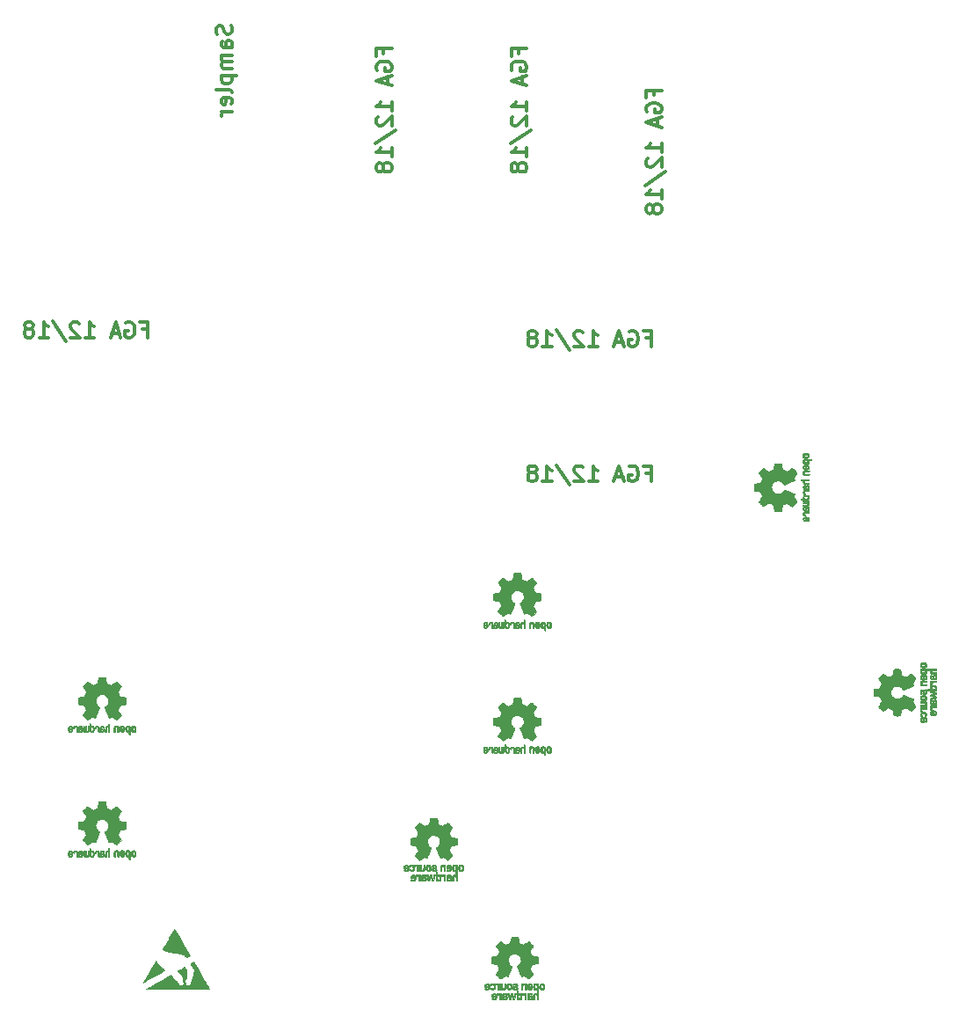
<source format=gbo>
%MOIN*%
%OFA0B0*%
%FSLAX46Y46*%
%IPPOS*%
%LPD*%
%ADD10C,0.011811023622047244*%
%ADD11C,0.00039370078740157485*%
%ADD12C,0.00039370078740157485*%
%ADD13C,0.011811023622047244*%
%ADD14C,0.00039370078740157485*%
%ADD15C,0.00039370078740157485*%
%ADD16C,0.00039370078740157485*%
%ADD17C,0.011811023622047244*%
%ADD18C,0.011811023622047244*%
%ADD19C,0.00039370078740157485*%
%ADD20C,0.00039370078740157485*%
%ADD21C,0.00039370078740157485*%
%ADD22C,0.011811023622047244*%
%ADD23C,0.011811023622047244*%
%ADD24C,0.011811023622047244*%
G01*
G04 next file*
G04 #@! TF.GenerationSoftware,KiCad,Pcbnew,5.0.1*
G04 #@! TF.CreationDate,2018-12-27T15:02:32+01:00*
G04 #@! TF.ProjectId,PiAttenuator,5069417474656E7561746F722E6B6963,rev?*
G04 #@! TF.SameCoordinates,Original*
G04 #@! TF.FileFunction,Legend,Bot*
G04 #@! TF.FilePolarity,Positive*
G04 Gerber Fmt 4.6, Leading zero omitted, Abs format (unit mm)*
G04 Created by KiCad (PCBNEW 5.0.1) date Do 27 Dez 2018 15:02:32 CET*
G01*
G04 APERTURE LIST*
G04 APERTURE END LIST*
D10*
X0000878380Y0002570359D02*
X0000898065Y0002570359D01*
X0000898065Y0002539426D02*
X0000898065Y0002598481D01*
X0000869943Y0002598481D01*
X0000816512Y0002595669D02*
X0000822137Y0002598481D01*
X0000830573Y0002598481D01*
X0000839010Y0002595669D01*
X0000844634Y0002590045D01*
X0000847446Y0002584420D01*
X0000850258Y0002573172D01*
X0000850258Y0002564735D01*
X0000847446Y0002553487D01*
X0000844634Y0002547862D01*
X0000839010Y0002542238D01*
X0000830573Y0002539426D01*
X0000824949Y0002539426D01*
X0000816512Y0002542238D01*
X0000813700Y0002545050D01*
X0000813700Y0002564735D01*
X0000824949Y0002564735D01*
X0000791203Y0002556299D02*
X0000763082Y0002556299D01*
X0000796827Y0002539426D02*
X0000777142Y0002598481D01*
X0000757457Y0002539426D01*
X0000661844Y0002539426D02*
X0000695590Y0002539426D01*
X0000678717Y0002539426D02*
X0000678717Y0002598481D01*
X0000684341Y0002590045D01*
X0000689966Y0002584420D01*
X0000695590Y0002581608D01*
X0000639347Y0002592857D02*
X0000636535Y0002595669D01*
X0000630911Y0002598481D01*
X0000616850Y0002598481D01*
X0000611226Y0002595669D01*
X0000608413Y0002592857D01*
X0000605601Y0002587232D01*
X0000605601Y0002581608D01*
X0000608413Y0002573172D01*
X0000642159Y0002539426D01*
X0000605601Y0002539426D01*
X0000538110Y0002601293D02*
X0000588728Y0002525365D01*
X0000487491Y0002539426D02*
X0000521237Y0002539426D01*
X0000504364Y0002539426D02*
X0000504364Y0002598481D01*
X0000509988Y0002590045D01*
X0000515612Y0002584420D01*
X0000521237Y0002581608D01*
X0000453745Y0002573172D02*
X0000459370Y0002575984D01*
X0000462182Y0002578796D01*
X0000464994Y0002584420D01*
X0000464994Y0002587232D01*
X0000462182Y0002592857D01*
X0000459370Y0002595669D01*
X0000453745Y0002598481D01*
X0000442497Y0002598481D01*
X0000436872Y0002595669D01*
X0000434060Y0002592857D01*
X0000431248Y0002587232D01*
X0000431248Y0002584420D01*
X0000434060Y0002578796D01*
X0000436872Y0002575984D01*
X0000442497Y0002573172D01*
X0000453745Y0002573172D01*
X0000459370Y0002570359D01*
X0000462182Y0002567547D01*
X0000464994Y0002561923D01*
X0000464994Y0002550674D01*
X0000462182Y0002545050D01*
X0000459370Y0002542238D01*
X0000453745Y0002539426D01*
X0000442497Y0002539426D01*
X0000436872Y0002542238D01*
X0000434060Y0002545050D01*
X0000431248Y0002550674D01*
X0000431248Y0002561923D01*
X0000434060Y0002567547D01*
X0000436872Y0002570359D01*
X0000442497Y0002573172D01*
G04 next file*
G04 #@! TF.GenerationSoftware,KiCad,Pcbnew,5.0.1*
G04 #@! TF.CreationDate,2018-12-27T15:17:57+01:00*
G04 #@! TF.ProjectId,BiasT,42696173542E6B696361645F70636200,rev?*
G04 #@! TF.SameCoordinates,Original*
G04 #@! TF.FileFunction,Legend,Bot*
G04 #@! TF.FilePolarity,Positive*
G04 Gerber Fmt 4.6, Leading zero omitted, Abs format (unit mm)*
G04 Created by KiCad (PCBNEW 5.0.1) date Do 27 Dez 2018 15:17:57 CET*
G01*
G04 APERTURE LIST*
G04 APERTURE END LIST*
G04 next file*
G04 #@! TF.GenerationSoftware,KiCad,Pcbnew,5.0.1*
G04 #@! TF.CreationDate,2018-12-27T15:20:24+01:00*
G04 #@! TF.ProjectId,DiscreteWilkinsonSplitter,446973637265746557696C6B696E736F,rev?*
G04 #@! TF.SameCoordinates,Original*
G04 #@! TF.FileFunction,Legend,Bot*
G04 #@! TF.FilePolarity,Positive*
G04 Gerber Fmt 4.6, Leading zero omitted, Abs format (unit mm)*
G04 Created by KiCad (PCBNEW 5.0.1) date Do 27 Dez 2018 15:20:24 CET*
G01*
G04 APERTURE LIST*
G04 APERTURE END LIST*
G04 next file*
G04 #@! TF.GenerationSoftware,KiCad,Pcbnew,5.0.1*
G04 #@! TF.CreationDate,2018-12-27T15:22:53+01:00*
G04 #@! TF.ProjectId,SMAadapter,534D41616461707465722E6B69636164,rev?*
G04 #@! TF.SameCoordinates,PX74c1a60PY7a15e80*
G04 #@! TF.FileFunction,Legend,Bot*
G04 #@! TF.FilePolarity,Positive*
G04 Gerber Fmt 4.6, Leading zero omitted, Abs format (unit mm)*
G04 Created by KiCad (PCBNEW 5.0.1) date Do 27 Dez 2018 15:22:53 CET*
G01*
G04 APERTURE LIST*
G04 APERTURE END LIST*
G04 next file*
G04 #@! TF.GenerationSoftware,KiCad,Pcbnew,5.0.1*
G04 #@! TF.CreationDate,2018-12-27T15:25:58+01:00*
G04 #@! TF.ProjectId,Filter3Ord,46696C746572334F72642E6B69636164,rev?*
G04 #@! TF.SameCoordinates,Original*
G04 #@! TF.FileFunction,Legend,Bot*
G04 #@! TF.FilePolarity,Positive*
G04 Gerber Fmt 4.6, Leading zero omitted, Abs format (unit mm)*
G04 Created by KiCad (PCBNEW 5.0.1) date Do 27 Dez 2018 15:25:58 CET*
G01*
G04 APERTURE LIST*
G04 APERTURE END LIST*
D11*
G04 #@! TO.C,REF\002A\002A*
G36*
X0002274922Y0000256692D02*
X0002272684Y0000244820D01*
X0002256167Y0000238011D01*
X0002246260Y0000244748D01*
X0002243485Y0000246623D01*
X0002240977Y0000248298D01*
X0002238853Y0000249696D01*
X0002237229Y0000250739D01*
X0002236222Y0000251352D01*
X0002235948Y0000251485D01*
X0002235455Y0000251145D01*
X0002234400Y0000250205D01*
X0002232902Y0000248785D01*
X0002231079Y0000247005D01*
X0002229050Y0000244985D01*
X0002226932Y0000242846D01*
X0002224845Y0000240707D01*
X0002222905Y0000238689D01*
X0002221232Y0000236911D01*
X0002219944Y0000235494D01*
X0002219159Y0000234557D01*
X0002218971Y0000234244D01*
X0002219241Y0000233666D01*
X0002219999Y0000232400D01*
X0002221164Y0000230571D01*
X0002222657Y0000228300D01*
X0002224398Y0000225714D01*
X0002225407Y0000224238D01*
X0002227246Y0000221544D01*
X0002228880Y0000219113D01*
X0002230230Y0000217066D01*
X0002231217Y0000215523D01*
X0002231761Y0000214607D01*
X0002231842Y0000214415D01*
X0002231657Y0000213867D01*
X0002231152Y0000212592D01*
X0002230403Y0000210768D01*
X0002229487Y0000208574D01*
X0002228480Y0000206190D01*
X0002227458Y0000203795D01*
X0002226497Y0000201569D01*
X0002225674Y0000199690D01*
X0002225064Y0000198339D01*
X0002224745Y0000197694D01*
X0002224726Y0000197668D01*
X0002224224Y0000197545D01*
X0002222886Y0000197270D01*
X0002220852Y0000196871D01*
X0002218260Y0000196374D01*
X0002215249Y0000195806D01*
X0002213492Y0000195479D01*
X0002210274Y0000194866D01*
X0002207368Y0000194283D01*
X0002204920Y0000193762D01*
X0002203077Y0000193334D01*
X0002201987Y0000193031D01*
X0002201768Y0000192935D01*
X0002201554Y0000192286D01*
X0002201380Y0000190818D01*
X0002201249Y0000188705D01*
X0002201158Y0000186117D01*
X0002201108Y0000183226D01*
X0002201100Y0000180204D01*
X0002201132Y0000177223D01*
X0002201205Y0000174453D01*
X0002201319Y0000172066D01*
X0002201473Y0000170235D01*
X0002201668Y0000169130D01*
X0002201785Y0000168900D01*
X0002202482Y0000168625D01*
X0002203961Y0000168231D01*
X0002206024Y0000167764D01*
X0002208478Y0000167272D01*
X0002209334Y0000167113D01*
X0002213463Y0000166357D01*
X0002216725Y0000165748D01*
X0002219227Y0000165262D01*
X0002221077Y0000164875D01*
X0002222383Y0000164562D01*
X0002223253Y0000164300D01*
X0002223794Y0000164064D01*
X0002224114Y0000163829D01*
X0002224159Y0000163783D01*
X0002224607Y0000163038D01*
X0002225289Y0000161587D01*
X0002226139Y0000159609D01*
X0002227088Y0000157281D01*
X0002228067Y0000154781D01*
X0002229009Y0000152286D01*
X0002229845Y0000149973D01*
X0002230507Y0000148022D01*
X0002230928Y0000146608D01*
X0002231038Y0000145910D01*
X0002231029Y0000145886D01*
X0002230656Y0000145316D01*
X0002229810Y0000144061D01*
X0002228580Y0000142252D01*
X0002227054Y0000140020D01*
X0002225323Y0000137495D01*
X0002224829Y0000136777D01*
X0002223071Y0000134176D01*
X0002221524Y0000131803D01*
X0002220272Y0000129793D01*
X0002219399Y0000128285D01*
X0002218991Y0000127412D01*
X0002218971Y0000127305D01*
X0002219314Y0000126742D01*
X0002220262Y0000125627D01*
X0002221693Y0000124078D01*
X0002223486Y0000122218D01*
X0002225517Y0000120164D01*
X0002227666Y0000118037D01*
X0002229811Y0000115958D01*
X0002231829Y0000114045D01*
X0002233599Y0000112420D01*
X0002234999Y0000111201D01*
X0002235907Y0000110509D01*
X0002236159Y0000110395D01*
X0002236744Y0000110662D01*
X0002237941Y0000111380D01*
X0002239556Y0000112429D01*
X0002240798Y0000113273D01*
X0002243050Y0000114822D01*
X0002245716Y0000116646D01*
X0002248390Y0000118467D01*
X0002249828Y0000119442D01*
X0002254694Y0000122734D01*
X0002258779Y0000120525D01*
X0002260640Y0000119557D01*
X0002262223Y0000118805D01*
X0002263294Y0000118376D01*
X0002263566Y0000118317D01*
X0002263894Y0000118757D01*
X0002264541Y0000120003D01*
X0002265458Y0000121938D01*
X0002266597Y0000124448D01*
X0002267911Y0000127418D01*
X0002269350Y0000130733D01*
X0002270867Y0000134279D01*
X0002272413Y0000137940D01*
X0002273940Y0000141601D01*
X0002275400Y0000145148D01*
X0002276744Y0000148466D01*
X0002277924Y0000151440D01*
X0002278892Y0000153955D01*
X0002279600Y0000155896D01*
X0002280000Y0000157148D01*
X0002280064Y0000157578D01*
X0002279555Y0000158127D01*
X0002278441Y0000159018D01*
X0002276954Y0000160065D01*
X0002276830Y0000160148D01*
X0002272988Y0000163223D01*
X0002269890Y0000166811D01*
X0002267563Y0000170797D01*
X0002266034Y0000175066D01*
X0002265329Y0000179503D01*
X0002265476Y0000183994D01*
X0002266501Y0000188423D01*
X0002268432Y0000192677D01*
X0002268999Y0000193608D01*
X0002271953Y0000197366D01*
X0002275443Y0000200384D01*
X0002279348Y0000202646D01*
X0002283547Y0000204136D01*
X0002287919Y0000204839D01*
X0002292344Y0000204739D01*
X0002296701Y0000203820D01*
X0002300869Y0000202066D01*
X0002304728Y0000199462D01*
X0002305921Y0000198405D01*
X0002308959Y0000195097D01*
X0002311172Y0000191615D01*
X0002312690Y0000187711D01*
X0002313536Y0000183846D01*
X0002313745Y0000179500D01*
X0002313049Y0000175132D01*
X0002311518Y0000170890D01*
X0002309225Y0000166922D01*
X0002306238Y0000163375D01*
X0002302630Y0000160397D01*
X0002302156Y0000160084D01*
X0002300653Y0000159056D01*
X0002299511Y0000158165D01*
X0002298965Y0000157596D01*
X0002298957Y0000157578D01*
X0002299075Y0000156963D01*
X0002299539Y0000155567D01*
X0002300303Y0000153505D01*
X0002301318Y0000150891D01*
X0002302535Y0000147841D01*
X0002303907Y0000144470D01*
X0002305385Y0000140892D01*
X0002306920Y0000137222D01*
X0002308465Y0000133574D01*
X0002309971Y0000130065D01*
X0002311390Y0000126808D01*
X0002312673Y0000123919D01*
X0002313773Y0000121512D01*
X0002314641Y0000119703D01*
X0002315228Y0000118605D01*
X0002315465Y0000118317D01*
X0002316188Y0000118541D01*
X0002317541Y0000119143D01*
X0002319290Y0000120015D01*
X0002320252Y0000120525D01*
X0002324337Y0000122734D01*
X0002329204Y0000119442D01*
X0002331688Y0000117756D01*
X0002334408Y0000115900D01*
X0002336956Y0000114153D01*
X0002338233Y0000113273D01*
X0002340029Y0000112067D01*
X0002341549Y0000111112D01*
X0002342596Y0000110528D01*
X0002342936Y0000110404D01*
X0002343431Y0000110737D01*
X0002344526Y0000111667D01*
X0002346116Y0000113098D01*
X0002348094Y0000114932D01*
X0002350353Y0000117074D01*
X0002351782Y0000118449D01*
X0002354282Y0000120905D01*
X0002356443Y0000123102D01*
X0002358177Y0000124946D01*
X0002359397Y0000126343D01*
X0002360015Y0000127198D01*
X0002360074Y0000127371D01*
X0002359799Y0000128032D01*
X0002359039Y0000129366D01*
X0002357877Y0000131241D01*
X0002356399Y0000133519D01*
X0002354688Y0000136067D01*
X0002354202Y0000136777D01*
X0002352430Y0000139359D01*
X0002350840Y0000141683D01*
X0002349521Y0000143620D01*
X0002348562Y0000145038D01*
X0002348052Y0000145806D01*
X0002348003Y0000145886D01*
X0002348076Y0000146499D01*
X0002348467Y0000147846D01*
X0002349108Y0000149749D01*
X0002349929Y0000152032D01*
X0002350863Y0000154516D01*
X0002351841Y0000157025D01*
X0002352796Y0000159379D01*
X0002353660Y0000161402D01*
X0002354363Y0000162916D01*
X0002354839Y0000163743D01*
X0002354872Y0000163783D01*
X0002355163Y0000164020D01*
X0002355654Y0000164253D01*
X0002356453Y0000164509D01*
X0002357668Y0000164810D01*
X0002359406Y0000165181D01*
X0002361776Y0000165647D01*
X0002364885Y0000166231D01*
X0002368841Y0000166957D01*
X0002369697Y0000167113D01*
X0002372236Y0000167604D01*
X0002374449Y0000168083D01*
X0002376141Y0000168506D01*
X0002377116Y0000168826D01*
X0002377247Y0000168900D01*
X0002377462Y0000169561D01*
X0002377637Y0000171037D01*
X0002377772Y0000173157D01*
X0002377866Y0000175750D01*
X0002377920Y0000178643D01*
X0002377932Y0000181666D01*
X0002377904Y0000184646D01*
X0002377835Y0000187412D01*
X0002377724Y0000189793D01*
X0002377573Y0000191616D01*
X0002377380Y0000192711D01*
X0002377263Y0000192935D01*
X0002376615Y0000193161D01*
X0002375139Y0000193529D01*
X0002372983Y0000194007D01*
X0002370293Y0000194562D01*
X0002367216Y0000195164D01*
X0002365539Y0000195479D01*
X0002362359Y0000196073D01*
X0002359523Y0000196612D01*
X0002357169Y0000197068D01*
X0002355437Y0000197413D01*
X0002354466Y0000197622D01*
X0002354306Y0000197668D01*
X0002354035Y0000198190D01*
X0002353464Y0000199446D01*
X0002352668Y0000201257D01*
X0002351722Y0000203445D01*
X0002350705Y0000205828D01*
X0002349691Y0000208228D01*
X0002348756Y0000210466D01*
X0002347978Y0000212361D01*
X0002347432Y0000213735D01*
X0002347193Y0000214408D01*
X0002347189Y0000214437D01*
X0002347459Y0000214968D01*
X0002348216Y0000216190D01*
X0002349380Y0000217980D01*
X0002350872Y0000220219D01*
X0002352613Y0000222784D01*
X0002353625Y0000224257D01*
X0002355468Y0000226958D01*
X0002357106Y0000229411D01*
X0002358457Y0000231490D01*
X0002359443Y0000233073D01*
X0002359982Y0000234035D01*
X0002360060Y0000234250D01*
X0002359725Y0000234752D01*
X0002358799Y0000235824D01*
X0002357400Y0000237345D01*
X0002355646Y0000239195D01*
X0002353656Y0000241256D01*
X0002351548Y0000243405D01*
X0002349441Y0000245524D01*
X0002347452Y0000247493D01*
X0002345700Y0000249191D01*
X0002344304Y0000250498D01*
X0002343381Y0000251295D01*
X0002343072Y0000251485D01*
X0002342570Y0000251217D01*
X0002341367Y0000250466D01*
X0002339582Y0000249308D01*
X0002337332Y0000247819D01*
X0002334732Y0000246076D01*
X0002332771Y0000244748D01*
X0002322864Y0000238011D01*
X0002314606Y0000241415D01*
X0002306347Y0000244820D01*
X0002304109Y0000256692D01*
X0002301871Y0000268564D01*
X0002277160Y0000268564D01*
X0002274922Y0000256692D01*
X0002274922Y0000256692D01*
G37*
X0002274922Y0000256692D02*
X0002272684Y0000244820D01*
X0002256167Y0000238011D01*
X0002246260Y0000244748D01*
X0002243485Y0000246623D01*
X0002240977Y0000248298D01*
X0002238853Y0000249696D01*
X0002237229Y0000250739D01*
X0002236222Y0000251352D01*
X0002235948Y0000251485D01*
X0002235455Y0000251145D01*
X0002234400Y0000250205D01*
X0002232902Y0000248785D01*
X0002231079Y0000247005D01*
X0002229050Y0000244985D01*
X0002226932Y0000242846D01*
X0002224845Y0000240707D01*
X0002222905Y0000238689D01*
X0002221232Y0000236911D01*
X0002219944Y0000235494D01*
X0002219159Y0000234557D01*
X0002218971Y0000234244D01*
X0002219241Y0000233666D01*
X0002219999Y0000232400D01*
X0002221164Y0000230571D01*
X0002222657Y0000228300D01*
X0002224398Y0000225714D01*
X0002225407Y0000224238D01*
X0002227246Y0000221544D01*
X0002228880Y0000219113D01*
X0002230230Y0000217066D01*
X0002231217Y0000215523D01*
X0002231761Y0000214607D01*
X0002231842Y0000214415D01*
X0002231657Y0000213867D01*
X0002231152Y0000212592D01*
X0002230403Y0000210768D01*
X0002229487Y0000208574D01*
X0002228480Y0000206190D01*
X0002227458Y0000203795D01*
X0002226497Y0000201569D01*
X0002225674Y0000199690D01*
X0002225064Y0000198339D01*
X0002224745Y0000197694D01*
X0002224726Y0000197668D01*
X0002224224Y0000197545D01*
X0002222886Y0000197270D01*
X0002220852Y0000196871D01*
X0002218260Y0000196374D01*
X0002215249Y0000195806D01*
X0002213492Y0000195479D01*
X0002210274Y0000194866D01*
X0002207368Y0000194283D01*
X0002204920Y0000193762D01*
X0002203077Y0000193334D01*
X0002201987Y0000193031D01*
X0002201768Y0000192935D01*
X0002201554Y0000192286D01*
X0002201380Y0000190818D01*
X0002201249Y0000188705D01*
X0002201158Y0000186117D01*
X0002201108Y0000183226D01*
X0002201100Y0000180204D01*
X0002201132Y0000177223D01*
X0002201205Y0000174453D01*
X0002201319Y0000172066D01*
X0002201473Y0000170235D01*
X0002201668Y0000169130D01*
X0002201785Y0000168900D01*
X0002202482Y0000168625D01*
X0002203961Y0000168231D01*
X0002206024Y0000167764D01*
X0002208478Y0000167272D01*
X0002209334Y0000167113D01*
X0002213463Y0000166357D01*
X0002216725Y0000165748D01*
X0002219227Y0000165262D01*
X0002221077Y0000164875D01*
X0002222383Y0000164562D01*
X0002223253Y0000164300D01*
X0002223794Y0000164064D01*
X0002224114Y0000163829D01*
X0002224159Y0000163783D01*
X0002224607Y0000163038D01*
X0002225289Y0000161587D01*
X0002226139Y0000159609D01*
X0002227088Y0000157281D01*
X0002228067Y0000154781D01*
X0002229009Y0000152286D01*
X0002229845Y0000149973D01*
X0002230507Y0000148022D01*
X0002230928Y0000146608D01*
X0002231038Y0000145910D01*
X0002231029Y0000145886D01*
X0002230656Y0000145316D01*
X0002229810Y0000144061D01*
X0002228580Y0000142252D01*
X0002227054Y0000140020D01*
X0002225323Y0000137495D01*
X0002224829Y0000136777D01*
X0002223071Y0000134176D01*
X0002221524Y0000131803D01*
X0002220272Y0000129793D01*
X0002219399Y0000128285D01*
X0002218991Y0000127412D01*
X0002218971Y0000127305D01*
X0002219314Y0000126742D01*
X0002220262Y0000125627D01*
X0002221693Y0000124078D01*
X0002223486Y0000122218D01*
X0002225517Y0000120164D01*
X0002227666Y0000118037D01*
X0002229811Y0000115958D01*
X0002231829Y0000114045D01*
X0002233599Y0000112420D01*
X0002234999Y0000111201D01*
X0002235907Y0000110509D01*
X0002236159Y0000110395D01*
X0002236744Y0000110662D01*
X0002237941Y0000111380D01*
X0002239556Y0000112429D01*
X0002240798Y0000113273D01*
X0002243050Y0000114822D01*
X0002245716Y0000116646D01*
X0002248390Y0000118467D01*
X0002249828Y0000119442D01*
X0002254694Y0000122734D01*
X0002258779Y0000120525D01*
X0002260640Y0000119557D01*
X0002262223Y0000118805D01*
X0002263294Y0000118376D01*
X0002263566Y0000118317D01*
X0002263894Y0000118757D01*
X0002264541Y0000120003D01*
X0002265458Y0000121938D01*
X0002266597Y0000124448D01*
X0002267911Y0000127418D01*
X0002269350Y0000130733D01*
X0002270867Y0000134279D01*
X0002272413Y0000137940D01*
X0002273940Y0000141601D01*
X0002275400Y0000145148D01*
X0002276744Y0000148466D01*
X0002277924Y0000151440D01*
X0002278892Y0000153955D01*
X0002279600Y0000155896D01*
X0002280000Y0000157148D01*
X0002280064Y0000157578D01*
X0002279555Y0000158127D01*
X0002278441Y0000159018D01*
X0002276954Y0000160065D01*
X0002276830Y0000160148D01*
X0002272988Y0000163223D01*
X0002269890Y0000166811D01*
X0002267563Y0000170797D01*
X0002266034Y0000175066D01*
X0002265329Y0000179503D01*
X0002265476Y0000183994D01*
X0002266501Y0000188423D01*
X0002268432Y0000192677D01*
X0002268999Y0000193608D01*
X0002271953Y0000197366D01*
X0002275443Y0000200384D01*
X0002279348Y0000202646D01*
X0002283547Y0000204136D01*
X0002287919Y0000204839D01*
X0002292344Y0000204739D01*
X0002296701Y0000203820D01*
X0002300869Y0000202066D01*
X0002304728Y0000199462D01*
X0002305921Y0000198405D01*
X0002308959Y0000195097D01*
X0002311172Y0000191615D01*
X0002312690Y0000187711D01*
X0002313536Y0000183846D01*
X0002313745Y0000179500D01*
X0002313049Y0000175132D01*
X0002311518Y0000170890D01*
X0002309225Y0000166922D01*
X0002306238Y0000163375D01*
X0002302630Y0000160397D01*
X0002302156Y0000160084D01*
X0002300653Y0000159056D01*
X0002299511Y0000158165D01*
X0002298965Y0000157596D01*
X0002298957Y0000157578D01*
X0002299075Y0000156963D01*
X0002299539Y0000155567D01*
X0002300303Y0000153505D01*
X0002301318Y0000150891D01*
X0002302535Y0000147841D01*
X0002303907Y0000144470D01*
X0002305385Y0000140892D01*
X0002306920Y0000137222D01*
X0002308465Y0000133574D01*
X0002309971Y0000130065D01*
X0002311390Y0000126808D01*
X0002312673Y0000123919D01*
X0002313773Y0000121512D01*
X0002314641Y0000119703D01*
X0002315228Y0000118605D01*
X0002315465Y0000118317D01*
X0002316188Y0000118541D01*
X0002317541Y0000119143D01*
X0002319290Y0000120015D01*
X0002320252Y0000120525D01*
X0002324337Y0000122734D01*
X0002329204Y0000119442D01*
X0002331688Y0000117756D01*
X0002334408Y0000115900D01*
X0002336956Y0000114153D01*
X0002338233Y0000113273D01*
X0002340029Y0000112067D01*
X0002341549Y0000111112D01*
X0002342596Y0000110528D01*
X0002342936Y0000110404D01*
X0002343431Y0000110737D01*
X0002344526Y0000111667D01*
X0002346116Y0000113098D01*
X0002348094Y0000114932D01*
X0002350353Y0000117074D01*
X0002351782Y0000118449D01*
X0002354282Y0000120905D01*
X0002356443Y0000123102D01*
X0002358177Y0000124946D01*
X0002359397Y0000126343D01*
X0002360015Y0000127198D01*
X0002360074Y0000127371D01*
X0002359799Y0000128032D01*
X0002359039Y0000129366D01*
X0002357877Y0000131241D01*
X0002356399Y0000133519D01*
X0002354688Y0000136067D01*
X0002354202Y0000136777D01*
X0002352430Y0000139359D01*
X0002350840Y0000141683D01*
X0002349521Y0000143620D01*
X0002348562Y0000145038D01*
X0002348052Y0000145806D01*
X0002348003Y0000145886D01*
X0002348076Y0000146499D01*
X0002348467Y0000147846D01*
X0002349108Y0000149749D01*
X0002349929Y0000152032D01*
X0002350863Y0000154516D01*
X0002351841Y0000157025D01*
X0002352796Y0000159379D01*
X0002353660Y0000161402D01*
X0002354363Y0000162916D01*
X0002354839Y0000163743D01*
X0002354872Y0000163783D01*
X0002355163Y0000164020D01*
X0002355654Y0000164253D01*
X0002356453Y0000164509D01*
X0002357668Y0000164810D01*
X0002359406Y0000165181D01*
X0002361776Y0000165647D01*
X0002364885Y0000166231D01*
X0002368841Y0000166957D01*
X0002369697Y0000167113D01*
X0002372236Y0000167604D01*
X0002374449Y0000168083D01*
X0002376141Y0000168506D01*
X0002377116Y0000168826D01*
X0002377247Y0000168900D01*
X0002377462Y0000169561D01*
X0002377637Y0000171037D01*
X0002377772Y0000173157D01*
X0002377866Y0000175750D01*
X0002377920Y0000178643D01*
X0002377932Y0000181666D01*
X0002377904Y0000184646D01*
X0002377835Y0000187412D01*
X0002377724Y0000189793D01*
X0002377573Y0000191616D01*
X0002377380Y0000192711D01*
X0002377263Y0000192935D01*
X0002376615Y0000193161D01*
X0002375139Y0000193529D01*
X0002372983Y0000194007D01*
X0002370293Y0000194562D01*
X0002367216Y0000195164D01*
X0002365539Y0000195479D01*
X0002362359Y0000196073D01*
X0002359523Y0000196612D01*
X0002357169Y0000197068D01*
X0002355437Y0000197413D01*
X0002354466Y0000197622D01*
X0002354306Y0000197668D01*
X0002354035Y0000198190D01*
X0002353464Y0000199446D01*
X0002352668Y0000201257D01*
X0002351722Y0000203445D01*
X0002350705Y0000205828D01*
X0002349691Y0000208228D01*
X0002348756Y0000210466D01*
X0002347978Y0000212361D01*
X0002347432Y0000213735D01*
X0002347193Y0000214408D01*
X0002347189Y0000214437D01*
X0002347459Y0000214968D01*
X0002348216Y0000216190D01*
X0002349380Y0000217980D01*
X0002350872Y0000220219D01*
X0002352613Y0000222784D01*
X0002353625Y0000224257D01*
X0002355468Y0000226958D01*
X0002357106Y0000229411D01*
X0002358457Y0000231490D01*
X0002359443Y0000233073D01*
X0002359982Y0000234035D01*
X0002360060Y0000234250D01*
X0002359725Y0000234752D01*
X0002358799Y0000235824D01*
X0002357400Y0000237345D01*
X0002355646Y0000239195D01*
X0002353656Y0000241256D01*
X0002351548Y0000243405D01*
X0002349441Y0000245524D01*
X0002347452Y0000247493D01*
X0002345700Y0000249191D01*
X0002344304Y0000250498D01*
X0002343381Y0000251295D01*
X0002343072Y0000251485D01*
X0002342570Y0000251217D01*
X0002341367Y0000250466D01*
X0002339582Y0000249308D01*
X0002337332Y0000247819D01*
X0002334732Y0000246076D01*
X0002332771Y0000244748D01*
X0002322864Y0000238011D01*
X0002314606Y0000241415D01*
X0002306347Y0000244820D01*
X0002304109Y0000256692D01*
X0002301871Y0000268564D01*
X0002277160Y0000268564D01*
X0002274922Y0000256692D01*
G36*
X0002218918Y0000092597D02*
X0002217216Y0000092076D01*
X0002216119Y0000091419D01*
X0002215762Y0000090899D01*
X0002215860Y0000090283D01*
X0002216498Y0000089315D01*
X0002217038Y0000088629D01*
X0002218149Y0000087390D01*
X0002218985Y0000086868D01*
X0002219697Y0000086902D01*
X0002221809Y0000087440D01*
X0002223360Y0000087416D01*
X0002224620Y0000086806D01*
X0002225043Y0000086450D01*
X0002226397Y0000085195D01*
X0002226397Y0000068811D01*
X0002231842Y0000068811D01*
X0002231842Y0000092574D01*
X0002229120Y0000092574D01*
X0002227485Y0000092509D01*
X0002226642Y0000092280D01*
X0002226397Y0000091832D01*
X0002226397Y0000091818D01*
X0002226281Y0000091349D01*
X0002225759Y0000091411D01*
X0002225035Y0000091749D01*
X0002223541Y0000092379D01*
X0002222327Y0000092758D01*
X0002220766Y0000092855D01*
X0002218918Y0000092597D01*
X0002218918Y0000092597D01*
G37*
X0002218918Y0000092597D02*
X0002217216Y0000092076D01*
X0002216119Y0000091419D01*
X0002215762Y0000090899D01*
X0002215860Y0000090283D01*
X0002216498Y0000089315D01*
X0002217038Y0000088629D01*
X0002218149Y0000087390D01*
X0002218985Y0000086868D01*
X0002219697Y0000086902D01*
X0002221809Y0000087440D01*
X0002223360Y0000087416D01*
X0002224620Y0000086806D01*
X0002225043Y0000086450D01*
X0002226397Y0000085195D01*
X0002226397Y0000068811D01*
X0002231842Y0000068811D01*
X0002231842Y0000092574D01*
X0002229120Y0000092574D01*
X0002227485Y0000092509D01*
X0002226642Y0000092280D01*
X0002226397Y0000091832D01*
X0002226397Y0000091818D01*
X0002226281Y0000091349D01*
X0002225759Y0000091411D01*
X0002225035Y0000091749D01*
X0002223541Y0000092379D01*
X0002222327Y0000092758D01*
X0002220766Y0000092855D01*
X0002218918Y0000092597D01*
G36*
X0002319449Y0000092165D02*
X0002318217Y0000091576D01*
X0002317023Y0000090726D01*
X0002316114Y0000089748D01*
X0002315452Y0000088500D01*
X0002315000Y0000086841D01*
X0002314720Y0000084631D01*
X0002314575Y0000081728D01*
X0002314527Y0000077990D01*
X0002314527Y0000077598D01*
X0002314516Y0000068811D01*
X0002319961Y0000068811D01*
X0002319961Y0000076912D01*
X0002319965Y0000079913D01*
X0002319992Y0000082088D01*
X0002320064Y0000083602D01*
X0002320205Y0000084617D01*
X0002320438Y0000085299D01*
X0002320784Y0000085812D01*
X0002321266Y0000086318D01*
X0002322954Y0000087406D01*
X0002324796Y0000087608D01*
X0002326552Y0000086920D01*
X0002327162Y0000086408D01*
X0002327610Y0000085927D01*
X0002327932Y0000085411D01*
X0002328148Y0000084700D01*
X0002328280Y0000083630D01*
X0002328348Y0000082040D01*
X0002328373Y0000079768D01*
X0002328377Y0000077002D01*
X0002328377Y0000068811D01*
X0002333823Y0000068811D01*
X0002333823Y0000092574D01*
X0002331100Y0000092574D01*
X0002329465Y0000092509D01*
X0002328622Y0000092280D01*
X0002328377Y0000091832D01*
X0002328377Y0000091818D01*
X0002328264Y0000091380D01*
X0002327763Y0000091430D01*
X0002326768Y0000091912D01*
X0002324511Y0000092621D01*
X0002321930Y0000092699D01*
X0002319449Y0000092165D01*
X0002319449Y0000092165D01*
G37*
X0002319449Y0000092165D02*
X0002318217Y0000091576D01*
X0002317023Y0000090726D01*
X0002316114Y0000089748D01*
X0002315452Y0000088500D01*
X0002315000Y0000086841D01*
X0002314720Y0000084631D01*
X0002314575Y0000081728D01*
X0002314527Y0000077990D01*
X0002314527Y0000077598D01*
X0002314516Y0000068811D01*
X0002319961Y0000068811D01*
X0002319961Y0000076912D01*
X0002319965Y0000079913D01*
X0002319992Y0000082088D01*
X0002320064Y0000083602D01*
X0002320205Y0000084617D01*
X0002320438Y0000085299D01*
X0002320784Y0000085812D01*
X0002321266Y0000086318D01*
X0002322954Y0000087406D01*
X0002324796Y0000087608D01*
X0002326552Y0000086920D01*
X0002327162Y0000086408D01*
X0002327610Y0000085927D01*
X0002327932Y0000085411D01*
X0002328148Y0000084700D01*
X0002328280Y0000083630D01*
X0002328348Y0000082040D01*
X0002328373Y0000079768D01*
X0002328377Y0000077002D01*
X0002328377Y0000068811D01*
X0002333823Y0000068811D01*
X0002333823Y0000092574D01*
X0002331100Y0000092574D01*
X0002329465Y0000092509D01*
X0002328622Y0000092280D01*
X0002328377Y0000091832D01*
X0002328377Y0000091818D01*
X0002328264Y0000091380D01*
X0002327763Y0000091430D01*
X0002326768Y0000091912D01*
X0002324511Y0000092621D01*
X0002321930Y0000092699D01*
X0002319449Y0000092165D01*
G36*
X0002184334Y0000092659D02*
X0002183067Y0000092351D01*
X0002180636Y0000091223D01*
X0002178558Y0000089501D01*
X0002177120Y0000087436D01*
X0002176922Y0000086972D01*
X0002176651Y0000085758D01*
X0002176461Y0000083961D01*
X0002176397Y0000082145D01*
X0002176397Y0000078712D01*
X0002183575Y0000078712D01*
X0002186536Y0000078701D01*
X0002188621Y0000078633D01*
X0002189947Y0000078457D01*
X0002190629Y0000078121D01*
X0002190780Y0000077573D01*
X0002190518Y0000076762D01*
X0002190048Y0000075814D01*
X0002188736Y0000074231D01*
X0002186914Y0000073442D01*
X0002184687Y0000073468D01*
X0002182164Y0000074326D01*
X0002179983Y0000075386D01*
X0002178174Y0000073955D01*
X0002176364Y0000072524D01*
X0002178067Y0000070951D01*
X0002180339Y0000069465D01*
X0002183134Y0000068570D01*
X0002186140Y0000068319D01*
X0002189047Y0000068768D01*
X0002189516Y0000068921D01*
X0002192070Y0000070255D01*
X0002193971Y0000072244D01*
X0002195257Y0000074947D01*
X0002195969Y0000078424D01*
X0002195977Y0000078499D01*
X0002196041Y0000082288D01*
X0002195783Y0000083640D01*
X0002190753Y0000083640D01*
X0002190291Y0000083432D01*
X0002189037Y0000083272D01*
X0002187189Y0000083182D01*
X0002186017Y0000083168D01*
X0002183832Y0000083176D01*
X0002182466Y0000083231D01*
X0002181747Y0000083375D01*
X0002181505Y0000083653D01*
X0002181567Y0000084106D01*
X0002181618Y0000084282D01*
X0002182504Y0000085930D01*
X0002183897Y0000087259D01*
X0002185126Y0000087843D01*
X0002186759Y0000087808D01*
X0002188414Y0000087080D01*
X0002189802Y0000085874D01*
X0002190635Y0000084406D01*
X0002190753Y0000083640D01*
X0002195783Y0000083640D01*
X0002195405Y0000085620D01*
X0002194145Y0000088417D01*
X0002192334Y0000090599D01*
X0002190046Y0000092086D01*
X0002187355Y0000092799D01*
X0002184334Y0000092659D01*
X0002184334Y0000092659D01*
G37*
X0002184334Y0000092659D02*
X0002183067Y0000092351D01*
X0002180636Y0000091223D01*
X0002178558Y0000089501D01*
X0002177120Y0000087436D01*
X0002176922Y0000086972D01*
X0002176651Y0000085758D01*
X0002176461Y0000083961D01*
X0002176397Y0000082145D01*
X0002176397Y0000078712D01*
X0002183575Y0000078712D01*
X0002186536Y0000078701D01*
X0002188621Y0000078633D01*
X0002189947Y0000078457D01*
X0002190629Y0000078121D01*
X0002190780Y0000077573D01*
X0002190518Y0000076762D01*
X0002190048Y0000075814D01*
X0002188736Y0000074231D01*
X0002186914Y0000073442D01*
X0002184687Y0000073468D01*
X0002182164Y0000074326D01*
X0002179983Y0000075386D01*
X0002178174Y0000073955D01*
X0002176364Y0000072524D01*
X0002178067Y0000070951D01*
X0002180339Y0000069465D01*
X0002183134Y0000068570D01*
X0002186140Y0000068319D01*
X0002189047Y0000068768D01*
X0002189516Y0000068921D01*
X0002192070Y0000070255D01*
X0002193971Y0000072244D01*
X0002195257Y0000074947D01*
X0002195969Y0000078424D01*
X0002195977Y0000078499D01*
X0002196041Y0000082288D01*
X0002195783Y0000083640D01*
X0002190753Y0000083640D01*
X0002190291Y0000083432D01*
X0002189037Y0000083272D01*
X0002187189Y0000083182D01*
X0002186017Y0000083168D01*
X0002183832Y0000083176D01*
X0002182466Y0000083231D01*
X0002181747Y0000083375D01*
X0002181505Y0000083653D01*
X0002181567Y0000084106D01*
X0002181618Y0000084282D01*
X0002182504Y0000085930D01*
X0002183897Y0000087259D01*
X0002185126Y0000087843D01*
X0002186759Y0000087808D01*
X0002188414Y0000087080D01*
X0002189802Y0000085874D01*
X0002190635Y0000084406D01*
X0002190753Y0000083640D01*
X0002195783Y0000083640D01*
X0002195405Y0000085620D01*
X0002194145Y0000088417D01*
X0002192334Y0000090599D01*
X0002190046Y0000092086D01*
X0002187355Y0000092799D01*
X0002184334Y0000092659D01*
G36*
X0002202471Y0000092366D02*
X0002199603Y0000091148D01*
X0002198699Y0000090555D01*
X0002197545Y0000089643D01*
X0002196820Y0000088927D01*
X0002196694Y0000088693D01*
X0002197049Y0000088175D01*
X0002197959Y0000087296D01*
X0002198687Y0000086683D01*
X0002200679Y0000085081D01*
X0002202253Y0000086405D01*
X0002203469Y0000087260D01*
X0002204655Y0000087555D01*
X0002206012Y0000087483D01*
X0002208166Y0000086947D01*
X0002209650Y0000085835D01*
X0002210551Y0000084038D01*
X0002210960Y0000081445D01*
X0002210960Y0000081443D01*
X0002210925Y0000078545D01*
X0002210375Y0000076419D01*
X0002209278Y0000074971D01*
X0002208530Y0000074481D01*
X0002206544Y0000073871D01*
X0002204422Y0000073870D01*
X0002202576Y0000074463D01*
X0002202139Y0000074752D01*
X0002201044Y0000075491D01*
X0002200187Y0000075612D01*
X0002199263Y0000075062D01*
X0002198242Y0000074074D01*
X0002196625Y0000072406D01*
X0002198420Y0000070926D01*
X0002201193Y0000069256D01*
X0002204321Y0000068433D01*
X0002207589Y0000068493D01*
X0002209736Y0000069038D01*
X0002212245Y0000070388D01*
X0002214251Y0000072511D01*
X0002215163Y0000074009D01*
X0002215901Y0000076159D01*
X0002216270Y0000078883D01*
X0002216273Y0000081834D01*
X0002215912Y0000084668D01*
X0002215188Y0000087041D01*
X0002215075Y0000087285D01*
X0002213387Y0000089671D01*
X0002211103Y0000091408D01*
X0002208401Y0000092460D01*
X0002205464Y0000092792D01*
X0002202471Y0000092366D01*
X0002202471Y0000092366D01*
G37*
X0002202471Y0000092366D02*
X0002199603Y0000091148D01*
X0002198699Y0000090555D01*
X0002197545Y0000089643D01*
X0002196820Y0000088927D01*
X0002196694Y0000088693D01*
X0002197049Y0000088175D01*
X0002197959Y0000087296D01*
X0002198687Y0000086683D01*
X0002200679Y0000085081D01*
X0002202253Y0000086405D01*
X0002203469Y0000087260D01*
X0002204655Y0000087555D01*
X0002206012Y0000087483D01*
X0002208166Y0000086947D01*
X0002209650Y0000085835D01*
X0002210551Y0000084038D01*
X0002210960Y0000081445D01*
X0002210960Y0000081443D01*
X0002210925Y0000078545D01*
X0002210375Y0000076419D01*
X0002209278Y0000074971D01*
X0002208530Y0000074481D01*
X0002206544Y0000073871D01*
X0002204422Y0000073870D01*
X0002202576Y0000074463D01*
X0002202139Y0000074752D01*
X0002201044Y0000075491D01*
X0002200187Y0000075612D01*
X0002199263Y0000075062D01*
X0002198242Y0000074074D01*
X0002196625Y0000072406D01*
X0002198420Y0000070926D01*
X0002201193Y0000069256D01*
X0002204321Y0000068433D01*
X0002207589Y0000068493D01*
X0002209736Y0000069038D01*
X0002212245Y0000070388D01*
X0002214251Y0000072511D01*
X0002215163Y0000074009D01*
X0002215901Y0000076159D01*
X0002216270Y0000078883D01*
X0002216273Y0000081834D01*
X0002215912Y0000084668D01*
X0002215188Y0000087041D01*
X0002215075Y0000087285D01*
X0002213387Y0000089671D01*
X0002211103Y0000091408D01*
X0002208401Y0000092460D01*
X0002205464Y0000092792D01*
X0002202471Y0000092366D01*
G36*
X0002250654Y0000084868D02*
X0002250607Y0000081237D01*
X0002250437Y0000078479D01*
X0002250096Y0000076481D01*
X0002249539Y0000075127D01*
X0002248720Y0000074303D01*
X0002247594Y0000073897D01*
X0002246199Y0000073793D01*
X0002244738Y0000073910D01*
X0002243629Y0000074335D01*
X0002242825Y0000075182D01*
X0002242280Y0000076566D01*
X0002241949Y0000078601D01*
X0002241785Y0000081401D01*
X0002241743Y0000084868D01*
X0002241743Y0000092574D01*
X0002236298Y0000092574D01*
X0002236298Y0000068811D01*
X0002239021Y0000068811D01*
X0002240662Y0000068878D01*
X0002241507Y0000069111D01*
X0002241743Y0000069555D01*
X0002241886Y0000069950D01*
X0002242452Y0000069866D01*
X0002243592Y0000069307D01*
X0002246207Y0000068445D01*
X0002248981Y0000068506D01*
X0002251638Y0000069442D01*
X0002252904Y0000070182D01*
X0002253869Y0000070983D01*
X0002254574Y0000071985D01*
X0002255059Y0000073328D01*
X0002255365Y0000075152D01*
X0002255530Y0000077598D01*
X0002255596Y0000080804D01*
X0002255605Y0000083284D01*
X0002255605Y0000092574D01*
X0002250654Y0000092574D01*
X0002250654Y0000084868D01*
X0002250654Y0000084868D01*
G37*
X0002250654Y0000084868D02*
X0002250607Y0000081237D01*
X0002250437Y0000078479D01*
X0002250096Y0000076481D01*
X0002249539Y0000075127D01*
X0002248720Y0000074303D01*
X0002247594Y0000073897D01*
X0002246199Y0000073793D01*
X0002244738Y0000073910D01*
X0002243629Y0000074335D01*
X0002242825Y0000075182D01*
X0002242280Y0000076566D01*
X0002241949Y0000078601D01*
X0002241785Y0000081401D01*
X0002241743Y0000084868D01*
X0002241743Y0000092574D01*
X0002236298Y0000092574D01*
X0002236298Y0000068811D01*
X0002239021Y0000068811D01*
X0002240662Y0000068878D01*
X0002241507Y0000069111D01*
X0002241743Y0000069555D01*
X0002241886Y0000069950D01*
X0002242452Y0000069866D01*
X0002243592Y0000069307D01*
X0002246207Y0000068445D01*
X0002248981Y0000068506D01*
X0002251638Y0000069442D01*
X0002252904Y0000070182D01*
X0002253869Y0000070983D01*
X0002254574Y0000071985D01*
X0002255059Y0000073328D01*
X0002255365Y0000075152D01*
X0002255530Y0000077598D01*
X0002255596Y0000080804D01*
X0002255605Y0000083284D01*
X0002255605Y0000092574D01*
X0002250654Y0000092574D01*
X0002250654Y0000084868D01*
G36*
X0002265717Y0000092281D02*
X0002263213Y0000090917D01*
X0002261254Y0000088764D01*
X0002260331Y0000087014D01*
X0002259935Y0000085467D01*
X0002259678Y0000083263D01*
X0002259568Y0000080723D01*
X0002259612Y0000078172D01*
X0002259817Y0000075931D01*
X0002260057Y0000074735D01*
X0002260865Y0000073098D01*
X0002262265Y0000071359D01*
X0002263951Y0000069839D01*
X0002265621Y0000068856D01*
X0002265662Y0000068841D01*
X0002267734Y0000068412D01*
X0002270189Y0000068401D01*
X0002272522Y0000068792D01*
X0002273423Y0000069105D01*
X0002275743Y0000070421D01*
X0002277405Y0000072145D01*
X0002278497Y0000074427D01*
X0002279108Y0000077418D01*
X0002279246Y0000078985D01*
X0002279228Y0000080954D01*
X0002273922Y0000080954D01*
X0002273743Y0000078081D01*
X0002273228Y0000075892D01*
X0002272411Y0000074493D01*
X0002271828Y0000074093D01*
X0002270335Y0000073814D01*
X0002268561Y0000073897D01*
X0002267027Y0000074298D01*
X0002266625Y0000074519D01*
X0002265564Y0000075805D01*
X0002264864Y0000077773D01*
X0002264565Y0000080169D01*
X0002264711Y0000082736D01*
X0002265037Y0000084281D01*
X0002265971Y0000086070D01*
X0002267446Y0000087189D01*
X0002269223Y0000087575D01*
X0002271062Y0000087169D01*
X0002272475Y0000086176D01*
X0002273217Y0000085357D01*
X0002273650Y0000084549D01*
X0002273857Y0000083456D01*
X0002273919Y0000081780D01*
X0002273922Y0000080954D01*
X0002279228Y0000080954D01*
X0002279208Y0000083166D01*
X0002278527Y0000086594D01*
X0002277203Y0000089270D01*
X0002275235Y0000091194D01*
X0002272623Y0000092366D01*
X0002272062Y0000092502D01*
X0002268692Y0000092821D01*
X0002265717Y0000092281D01*
X0002265717Y0000092281D01*
G37*
X0002265717Y0000092281D02*
X0002263213Y0000090917D01*
X0002261254Y0000088764D01*
X0002260331Y0000087014D01*
X0002259935Y0000085467D01*
X0002259678Y0000083263D01*
X0002259568Y0000080723D01*
X0002259612Y0000078172D01*
X0002259817Y0000075931D01*
X0002260057Y0000074735D01*
X0002260865Y0000073098D01*
X0002262265Y0000071359D01*
X0002263951Y0000069839D01*
X0002265621Y0000068856D01*
X0002265662Y0000068841D01*
X0002267734Y0000068412D01*
X0002270189Y0000068401D01*
X0002272522Y0000068792D01*
X0002273423Y0000069105D01*
X0002275743Y0000070421D01*
X0002277405Y0000072145D01*
X0002278497Y0000074427D01*
X0002279108Y0000077418D01*
X0002279246Y0000078985D01*
X0002279228Y0000080954D01*
X0002273922Y0000080954D01*
X0002273743Y0000078081D01*
X0002273228Y0000075892D01*
X0002272411Y0000074493D01*
X0002271828Y0000074093D01*
X0002270335Y0000073814D01*
X0002268561Y0000073897D01*
X0002267027Y0000074298D01*
X0002266625Y0000074519D01*
X0002265564Y0000075805D01*
X0002264864Y0000077773D01*
X0002264565Y0000080169D01*
X0002264711Y0000082736D01*
X0002265037Y0000084281D01*
X0002265971Y0000086070D01*
X0002267446Y0000087189D01*
X0002269223Y0000087575D01*
X0002271062Y0000087169D01*
X0002272475Y0000086176D01*
X0002273217Y0000085357D01*
X0002273650Y0000084549D01*
X0002273857Y0000083456D01*
X0002273919Y0000081780D01*
X0002273922Y0000080954D01*
X0002279228Y0000080954D01*
X0002279208Y0000083166D01*
X0002278527Y0000086594D01*
X0002277203Y0000089270D01*
X0002275235Y0000091194D01*
X0002272623Y0000092366D01*
X0002272062Y0000092502D01*
X0002268692Y0000092821D01*
X0002265717Y0000092281D01*
G36*
X0002289211Y0000092659D02*
X0002287337Y0000092303D01*
X0002285392Y0000091560D01*
X0002285184Y0000091465D01*
X0002283709Y0000090689D01*
X0002282688Y0000089969D01*
X0002282358Y0000089507D01*
X0002282672Y0000088754D01*
X0002283436Y0000087643D01*
X0002283775Y0000087228D01*
X0002285172Y0000085596D01*
X0002286972Y0000086659D01*
X0002288686Y0000087366D01*
X0002290667Y0000087745D01*
X0002292566Y0000087769D01*
X0002294036Y0000087413D01*
X0002294389Y0000087191D01*
X0002295061Y0000086174D01*
X0002295143Y0000085002D01*
X0002294640Y0000084086D01*
X0002294342Y0000083909D01*
X0002293451Y0000083688D01*
X0002291885Y0000083429D01*
X0002289954Y0000083181D01*
X0002289597Y0000083142D01*
X0002286496Y0000082606D01*
X0002284246Y0000081695D01*
X0002282754Y0000080324D01*
X0002281925Y0000078411D01*
X0002281667Y0000076074D01*
X0002282024Y0000073417D01*
X0002283182Y0000071331D01*
X0002285146Y0000069811D01*
X0002287921Y0000068855D01*
X0002291001Y0000068477D01*
X0002293513Y0000068482D01*
X0002295550Y0000068824D01*
X0002296941Y0000069298D01*
X0002298700Y0000070122D01*
X0002300324Y0000071079D01*
X0002300902Y0000071500D01*
X0002302387Y0000072713D01*
X0002300596Y0000074525D01*
X0002298805Y0000076338D01*
X0002296768Y0000074990D01*
X0002294726Y0000073978D01*
X0002292545Y0000073448D01*
X0002290448Y0000073392D01*
X0002288659Y0000073801D01*
X0002287400Y0000074665D01*
X0002286994Y0000075393D01*
X0002287055Y0000076562D01*
X0002288065Y0000077456D01*
X0002290021Y0000078073D01*
X0002292164Y0000078358D01*
X0002295461Y0000078902D01*
X0002297912Y0000079929D01*
X0002299546Y0000081468D01*
X0002300399Y0000083550D01*
X0002300517Y0000086018D01*
X0002299934Y0000088596D01*
X0002298604Y0000090545D01*
X0002296515Y0000091873D01*
X0002293656Y0000092590D01*
X0002291538Y0000092730D01*
X0002289211Y0000092659D01*
X0002289211Y0000092659D01*
G37*
X0002289211Y0000092659D02*
X0002287337Y0000092303D01*
X0002285392Y0000091560D01*
X0002285184Y0000091465D01*
X0002283709Y0000090689D01*
X0002282688Y0000089969D01*
X0002282358Y0000089507D01*
X0002282672Y0000088754D01*
X0002283436Y0000087643D01*
X0002283775Y0000087228D01*
X0002285172Y0000085596D01*
X0002286972Y0000086659D01*
X0002288686Y0000087366D01*
X0002290667Y0000087745D01*
X0002292566Y0000087769D01*
X0002294036Y0000087413D01*
X0002294389Y0000087191D01*
X0002295061Y0000086174D01*
X0002295143Y0000085002D01*
X0002294640Y0000084086D01*
X0002294342Y0000083909D01*
X0002293451Y0000083688D01*
X0002291885Y0000083429D01*
X0002289954Y0000083181D01*
X0002289597Y0000083142D01*
X0002286496Y0000082606D01*
X0002284246Y0000081695D01*
X0002282754Y0000080324D01*
X0002281925Y0000078411D01*
X0002281667Y0000076074D01*
X0002282024Y0000073417D01*
X0002283182Y0000071331D01*
X0002285146Y0000069811D01*
X0002287921Y0000068855D01*
X0002291001Y0000068477D01*
X0002293513Y0000068482D01*
X0002295550Y0000068824D01*
X0002296941Y0000069298D01*
X0002298700Y0000070122D01*
X0002300324Y0000071079D01*
X0002300902Y0000071500D01*
X0002302387Y0000072713D01*
X0002300596Y0000074525D01*
X0002298805Y0000076338D01*
X0002296768Y0000074990D01*
X0002294726Y0000073978D01*
X0002292545Y0000073448D01*
X0002290448Y0000073392D01*
X0002288659Y0000073801D01*
X0002287400Y0000074665D01*
X0002286994Y0000075393D01*
X0002287055Y0000076562D01*
X0002288065Y0000077456D01*
X0002290021Y0000078073D01*
X0002292164Y0000078358D01*
X0002295461Y0000078902D01*
X0002297912Y0000079929D01*
X0002299546Y0000081468D01*
X0002300399Y0000083550D01*
X0002300517Y0000086018D01*
X0002299934Y0000088596D01*
X0002298604Y0000090545D01*
X0002296515Y0000091873D01*
X0002293656Y0000092590D01*
X0002291538Y0000092730D01*
X0002289211Y0000092659D01*
G36*
X0002343177Y0000092023D02*
X0002342683Y0000091790D01*
X0002340976Y0000090540D01*
X0002339361Y0000088714D01*
X0002338156Y0000086704D01*
X0002337813Y0000085780D01*
X0002337500Y0000084130D01*
X0002337313Y0000082135D01*
X0002337291Y0000081311D01*
X0002337288Y0000078712D01*
X0002352247Y0000078712D01*
X0002351928Y0000077351D01*
X0002351145Y0000075741D01*
X0002349777Y0000074349D01*
X0002348149Y0000073453D01*
X0002347112Y0000073267D01*
X0002345705Y0000073493D01*
X0002344026Y0000074059D01*
X0002343456Y0000074320D01*
X0002341347Y0000075373D01*
X0002339548Y0000074000D01*
X0002338510Y0000073072D01*
X0002337957Y0000072306D01*
X0002337929Y0000072081D01*
X0002338423Y0000071536D01*
X0002339504Y0000070708D01*
X0002340486Y0000070061D01*
X0002343136Y0000068900D01*
X0002346106Y0000068374D01*
X0002349050Y0000068511D01*
X0002351397Y0000069225D01*
X0002353816Y0000070756D01*
X0002355535Y0000072771D01*
X0002356611Y0000075379D01*
X0002357099Y0000078686D01*
X0002357142Y0000080199D01*
X0002356969Y0000083666D01*
X0002356948Y0000083767D01*
X0002351991Y0000083767D01*
X0002351854Y0000083442D01*
X0002351293Y0000083263D01*
X0002350136Y0000083186D01*
X0002348211Y0000083168D01*
X0002347470Y0000083168D01*
X0002345215Y0000083195D01*
X0002343785Y0000083292D01*
X0002343015Y0000083486D01*
X0002342743Y0000083801D01*
X0002342733Y0000083903D01*
X0002343044Y0000084707D01*
X0002343822Y0000085835D01*
X0002344156Y0000086229D01*
X0002345397Y0000087346D01*
X0002346690Y0000087785D01*
X0002347387Y0000087821D01*
X0002349273Y0000087362D01*
X0002350854Y0000086130D01*
X0002351857Y0000084340D01*
X0002351874Y0000084282D01*
X0002351991Y0000083767D01*
X0002356948Y0000083767D01*
X0002356393Y0000086397D01*
X0002355355Y0000088581D01*
X0002354086Y0000090132D01*
X0002351740Y0000091813D01*
X0002348982Y0000092712D01*
X0002346049Y0000092793D01*
X0002343177Y0000092023D01*
X0002343177Y0000092023D01*
G37*
X0002343177Y0000092023D02*
X0002342683Y0000091790D01*
X0002340976Y0000090540D01*
X0002339361Y0000088714D01*
X0002338156Y0000086704D01*
X0002337813Y0000085780D01*
X0002337500Y0000084130D01*
X0002337313Y0000082135D01*
X0002337291Y0000081311D01*
X0002337288Y0000078712D01*
X0002352247Y0000078712D01*
X0002351928Y0000077351D01*
X0002351145Y0000075741D01*
X0002349777Y0000074349D01*
X0002348149Y0000073453D01*
X0002347112Y0000073267D01*
X0002345705Y0000073493D01*
X0002344026Y0000074059D01*
X0002343456Y0000074320D01*
X0002341347Y0000075373D01*
X0002339548Y0000074000D01*
X0002338510Y0000073072D01*
X0002337957Y0000072306D01*
X0002337929Y0000072081D01*
X0002338423Y0000071536D01*
X0002339504Y0000070708D01*
X0002340486Y0000070061D01*
X0002343136Y0000068900D01*
X0002346106Y0000068374D01*
X0002349050Y0000068511D01*
X0002351397Y0000069225D01*
X0002353816Y0000070756D01*
X0002355535Y0000072771D01*
X0002356611Y0000075379D01*
X0002357099Y0000078686D01*
X0002357142Y0000080199D01*
X0002356969Y0000083666D01*
X0002356948Y0000083767D01*
X0002351991Y0000083767D01*
X0002351854Y0000083442D01*
X0002351293Y0000083263D01*
X0002350136Y0000083186D01*
X0002348211Y0000083168D01*
X0002347470Y0000083168D01*
X0002345215Y0000083195D01*
X0002343785Y0000083292D01*
X0002343015Y0000083486D01*
X0002342743Y0000083801D01*
X0002342733Y0000083903D01*
X0002343044Y0000084707D01*
X0002343822Y0000085835D01*
X0002344156Y0000086229D01*
X0002345397Y0000087346D01*
X0002346690Y0000087785D01*
X0002347387Y0000087821D01*
X0002349273Y0000087362D01*
X0002350854Y0000086130D01*
X0002351857Y0000084340D01*
X0002351874Y0000084282D01*
X0002351991Y0000083767D01*
X0002356948Y0000083767D01*
X0002356393Y0000086397D01*
X0002355355Y0000088581D01*
X0002354086Y0000090132D01*
X0002351740Y0000091813D01*
X0002348982Y0000092712D01*
X0002346049Y0000092793D01*
X0002343177Y0000092023D01*
G36*
X0002389695Y0000092316D02*
X0002387105Y0000091171D01*
X0002385139Y0000089260D01*
X0002383794Y0000086578D01*
X0002383067Y0000083123D01*
X0002383015Y0000082584D01*
X0002382974Y0000078781D01*
X0002383503Y0000075448D01*
X0002384571Y0000072747D01*
X0002385142Y0000071878D01*
X0002387133Y0000070038D01*
X0002389669Y0000068847D01*
X0002392506Y0000068353D01*
X0002395400Y0000068604D01*
X0002397601Y0000069379D01*
X0002399493Y0000070683D01*
X0002401039Y0000072394D01*
X0002401066Y0000072434D01*
X0002401694Y0000073490D01*
X0002402102Y0000074552D01*
X0002402349Y0000075892D01*
X0002402494Y0000077783D01*
X0002402558Y0000079333D01*
X0002402585Y0000080739D01*
X0002397635Y0000080739D01*
X0002397587Y0000079339D01*
X0002397411Y0000077476D01*
X0002397102Y0000076280D01*
X0002396543Y0000075430D01*
X0002396020Y0000074933D01*
X0002394165Y0000073892D01*
X0002392224Y0000073753D01*
X0002390416Y0000074502D01*
X0002389513Y0000075341D01*
X0002388861Y0000076186D01*
X0002388481Y0000076995D01*
X0002388313Y0000078048D01*
X0002388303Y0000079625D01*
X0002388355Y0000081077D01*
X0002388466Y0000083151D01*
X0002388641Y0000084497D01*
X0002388958Y0000085374D01*
X0002389492Y0000086045D01*
X0002389915Y0000086428D01*
X0002391684Y0000087436D01*
X0002393592Y0000087486D01*
X0002395192Y0000086889D01*
X0002396557Y0000085643D01*
X0002397370Y0000083597D01*
X0002397635Y0000080739D01*
X0002402585Y0000080739D01*
X0002402617Y0000082416D01*
X0002402517Y0000084722D01*
X0002402218Y0000086456D01*
X0002401680Y0000087824D01*
X0002400860Y0000089033D01*
X0002400556Y0000089392D01*
X0002398656Y0000091180D01*
X0002396619Y0000092224D01*
X0002394127Y0000092662D01*
X0002392911Y0000092697D01*
X0002389695Y0000092316D01*
X0002389695Y0000092316D01*
G37*
X0002389695Y0000092316D02*
X0002387105Y0000091171D01*
X0002385139Y0000089260D01*
X0002383794Y0000086578D01*
X0002383067Y0000083123D01*
X0002383015Y0000082584D01*
X0002382974Y0000078781D01*
X0002383503Y0000075448D01*
X0002384571Y0000072747D01*
X0002385142Y0000071878D01*
X0002387133Y0000070038D01*
X0002389669Y0000068847D01*
X0002392506Y0000068353D01*
X0002395400Y0000068604D01*
X0002397601Y0000069379D01*
X0002399493Y0000070683D01*
X0002401039Y0000072394D01*
X0002401066Y0000072434D01*
X0002401694Y0000073490D01*
X0002402102Y0000074552D01*
X0002402349Y0000075892D01*
X0002402494Y0000077783D01*
X0002402558Y0000079333D01*
X0002402585Y0000080739D01*
X0002397635Y0000080739D01*
X0002397587Y0000079339D01*
X0002397411Y0000077476D01*
X0002397102Y0000076280D01*
X0002396543Y0000075430D01*
X0002396020Y0000074933D01*
X0002394165Y0000073892D01*
X0002392224Y0000073753D01*
X0002390416Y0000074502D01*
X0002389513Y0000075341D01*
X0002388861Y0000076186D01*
X0002388481Y0000076995D01*
X0002388313Y0000078048D01*
X0002388303Y0000079625D01*
X0002388355Y0000081077D01*
X0002388466Y0000083151D01*
X0002388641Y0000084497D01*
X0002388958Y0000085374D01*
X0002389492Y0000086045D01*
X0002389915Y0000086428D01*
X0002391684Y0000087436D01*
X0002393592Y0000087486D01*
X0002395192Y0000086889D01*
X0002396557Y0000085643D01*
X0002397370Y0000083597D01*
X0002397635Y0000080739D01*
X0002402585Y0000080739D01*
X0002402617Y0000082416D01*
X0002402517Y0000084722D01*
X0002402218Y0000086456D01*
X0002401680Y0000087824D01*
X0002400860Y0000089033D01*
X0002400556Y0000089392D01*
X0002398656Y0000091180D01*
X0002396619Y0000092224D01*
X0002394127Y0000092662D01*
X0002392911Y0000092697D01*
X0002389695Y0000092316D01*
G36*
X0002209740Y0000055316D02*
X0002207374Y0000054700D01*
X0002205392Y0000053431D01*
X0002204433Y0000052482D01*
X0002202860Y0000050240D01*
X0002201958Y0000047639D01*
X0002201649Y0000044441D01*
X0002201647Y0000044183D01*
X0002201644Y0000041584D01*
X0002216603Y0000041584D01*
X0002216284Y0000040222D01*
X0002215709Y0000038989D01*
X0002214701Y0000037705D01*
X0002214490Y0000037499D01*
X0002212679Y0000036389D01*
X0002210613Y0000036201D01*
X0002208236Y0000036932D01*
X0002207832Y0000037128D01*
X0002206596Y0000037726D01*
X0002205768Y0000038067D01*
X0002205624Y0000038098D01*
X0002205120Y0000037792D01*
X0002204158Y0000037044D01*
X0002203670Y0000036635D01*
X0002202658Y0000035695D01*
X0002202326Y0000035075D01*
X0002202556Y0000034505D01*
X0002202679Y0000034349D01*
X0002203514Y0000033666D01*
X0002204892Y0000032836D01*
X0002205852Y0000032351D01*
X0002208579Y0000031498D01*
X0002211598Y0000031221D01*
X0002214457Y0000031549D01*
X0002215258Y0000031783D01*
X0002217737Y0000033112D01*
X0002219574Y0000035155D01*
X0002220780Y0000037934D01*
X0002221366Y0000041468D01*
X0002221431Y0000043316D01*
X0002221243Y0000046007D01*
X0002216496Y0000046007D01*
X0002216037Y0000045808D01*
X0002214803Y0000045652D01*
X0002213008Y0000045560D01*
X0002211793Y0000045544D01*
X0002209606Y0000045559D01*
X0002208226Y0000045630D01*
X0002207469Y0000045796D01*
X0002207152Y0000046094D01*
X0002207090Y0000046526D01*
X0002207514Y0000047858D01*
X0002208583Y0000049175D01*
X0002209989Y0000050186D01*
X0002211395Y0000050599D01*
X0002213305Y0000050232D01*
X0002214958Y0000049172D01*
X0002216104Y0000047644D01*
X0002216496Y0000046007D01*
X0002221243Y0000046007D01*
X0002221157Y0000047234D01*
X0002220312Y0000050356D01*
X0002218879Y0000052706D01*
X0002216838Y0000054309D01*
X0002214173Y0000055189D01*
X0002212729Y0000055359D01*
X0002209740Y0000055316D01*
X0002209740Y0000055316D01*
G37*
X0002209740Y0000055316D02*
X0002207374Y0000054700D01*
X0002205392Y0000053431D01*
X0002204433Y0000052482D01*
X0002202860Y0000050240D01*
X0002201958Y0000047639D01*
X0002201649Y0000044441D01*
X0002201647Y0000044183D01*
X0002201644Y0000041584D01*
X0002216603Y0000041584D01*
X0002216284Y0000040222D01*
X0002215709Y0000038989D01*
X0002214701Y0000037705D01*
X0002214490Y0000037499D01*
X0002212679Y0000036389D01*
X0002210613Y0000036201D01*
X0002208236Y0000036932D01*
X0002207832Y0000037128D01*
X0002206596Y0000037726D01*
X0002205768Y0000038067D01*
X0002205624Y0000038098D01*
X0002205120Y0000037792D01*
X0002204158Y0000037044D01*
X0002203670Y0000036635D01*
X0002202658Y0000035695D01*
X0002202326Y0000035075D01*
X0002202556Y0000034505D01*
X0002202679Y0000034349D01*
X0002203514Y0000033666D01*
X0002204892Y0000032836D01*
X0002205852Y0000032351D01*
X0002208579Y0000031498D01*
X0002211598Y0000031221D01*
X0002214457Y0000031549D01*
X0002215258Y0000031783D01*
X0002217737Y0000033112D01*
X0002219574Y0000035155D01*
X0002220780Y0000037934D01*
X0002221366Y0000041468D01*
X0002221431Y0000043316D01*
X0002221243Y0000046007D01*
X0002216496Y0000046007D01*
X0002216037Y0000045808D01*
X0002214803Y0000045652D01*
X0002213008Y0000045560D01*
X0002211793Y0000045544D01*
X0002209606Y0000045559D01*
X0002208226Y0000045630D01*
X0002207469Y0000045796D01*
X0002207152Y0000046094D01*
X0002207090Y0000046526D01*
X0002207514Y0000047858D01*
X0002208583Y0000049175D01*
X0002209989Y0000050186D01*
X0002211395Y0000050599D01*
X0002213305Y0000050232D01*
X0002214958Y0000049172D01*
X0002216104Y0000047644D01*
X0002216496Y0000046007D01*
X0002221243Y0000046007D01*
X0002221157Y0000047234D01*
X0002220312Y0000050356D01*
X0002218879Y0000052706D01*
X0002216838Y0000054309D01*
X0002214173Y0000055189D01*
X0002212729Y0000055359D01*
X0002209740Y0000055316D01*
G36*
X0002225383Y0000055453D02*
X0002223480Y0000055078D01*
X0002222397Y0000054522D01*
X0002221257Y0000053599D01*
X0002222878Y0000051552D01*
X0002223878Y0000050312D01*
X0002224557Y0000049707D01*
X0002225232Y0000049615D01*
X0002226219Y0000049912D01*
X0002226682Y0000050081D01*
X0002228571Y0000050329D01*
X0002230302Y0000049796D01*
X0002231572Y0000048594D01*
X0002231778Y0000048210D01*
X0002232003Y0000047194D01*
X0002232176Y0000045322D01*
X0002232290Y0000042726D01*
X0002232337Y0000039538D01*
X0002232337Y0000039085D01*
X0002232337Y0000031188D01*
X0002237783Y0000031188D01*
X0002237783Y0000055445D01*
X0002235060Y0000055445D01*
X0002233490Y0000055404D01*
X0002232672Y0000055222D01*
X0002232370Y0000054809D01*
X0002232337Y0000054419D01*
X0002232337Y0000053393D01*
X0002231033Y0000054419D01*
X0002229537Y0000055119D01*
X0002227528Y0000055465D01*
X0002225383Y0000055453D01*
X0002225383Y0000055453D01*
G37*
X0002225383Y0000055453D02*
X0002223480Y0000055078D01*
X0002222397Y0000054522D01*
X0002221257Y0000053599D01*
X0002222878Y0000051552D01*
X0002223878Y0000050312D01*
X0002224557Y0000049707D01*
X0002225232Y0000049615D01*
X0002226219Y0000049912D01*
X0002226682Y0000050081D01*
X0002228571Y0000050329D01*
X0002230302Y0000049796D01*
X0002231572Y0000048594D01*
X0002231778Y0000048210D01*
X0002232003Y0000047194D01*
X0002232176Y0000045322D01*
X0002232290Y0000042726D01*
X0002232337Y0000039538D01*
X0002232337Y0000039085D01*
X0002232337Y0000031188D01*
X0002237783Y0000031188D01*
X0002237783Y0000055445D01*
X0002235060Y0000055445D01*
X0002233490Y0000055404D01*
X0002232672Y0000055222D01*
X0002232370Y0000054809D01*
X0002232337Y0000054419D01*
X0002232337Y0000053393D01*
X0002231033Y0000054419D01*
X0002229537Y0000055119D01*
X0002227528Y0000055465D01*
X0002225383Y0000055453D01*
G36*
X0002248881Y0000055298D02*
X0002246794Y0000054791D01*
X0002246191Y0000054523D01*
X0002245022Y0000053819D01*
X0002244125Y0000053027D01*
X0002243461Y0000052009D01*
X0002242992Y0000050627D01*
X0002242679Y0000048743D01*
X0002242484Y0000046220D01*
X0002242368Y0000042921D01*
X0002242324Y0000040717D01*
X0002242163Y0000031188D01*
X0002244923Y0000031188D01*
X0002246598Y0000031258D01*
X0002247461Y0000031498D01*
X0002247684Y0000031901D01*
X0002247802Y0000032337D01*
X0002248328Y0000032253D01*
X0002249045Y0000031904D01*
X0002250841Y0000031368D01*
X0002253149Y0000031224D01*
X0002255576Y0000031460D01*
X0002257730Y0000032066D01*
X0002257923Y0000032150D01*
X0002259892Y0000033533D01*
X0002261190Y0000035455D01*
X0002261787Y0000037703D01*
X0002261742Y0000038510D01*
X0002256869Y0000038510D01*
X0002256440Y0000037424D01*
X0002255167Y0000036645D01*
X0002253113Y0000036227D01*
X0002252016Y0000036172D01*
X0002250187Y0000036314D01*
X0002248971Y0000036866D01*
X0002248674Y0000037128D01*
X0002247870Y0000038556D01*
X0002247684Y0000039851D01*
X0002247684Y0000041584D01*
X0002250097Y0000041584D01*
X0002252903Y0000041441D01*
X0002254870Y0000040991D01*
X0002256114Y0000040203D01*
X0002256392Y0000039852D01*
X0002256869Y0000038510D01*
X0002261742Y0000038510D01*
X0002261654Y0000040060D01*
X0002260761Y0000042313D01*
X0002259542Y0000043835D01*
X0002258804Y0000044493D01*
X0002258081Y0000044926D01*
X0002257140Y0000045189D01*
X0002255749Y0000045341D01*
X0002253674Y0000045438D01*
X0002252851Y0000045465D01*
X0002247684Y0000045634D01*
X0002247692Y0000047198D01*
X0002247892Y0000048842D01*
X0002248615Y0000049836D01*
X0002250077Y0000050471D01*
X0002250116Y0000050482D01*
X0002252188Y0000050732D01*
X0002254216Y0000050406D01*
X0002255723Y0000049613D01*
X0002256327Y0000049221D01*
X0002256979Y0000049275D01*
X0002257981Y0000049842D01*
X0002258569Y0000050243D01*
X0002259720Y0000051098D01*
X0002260433Y0000051740D01*
X0002260548Y0000051923D01*
X0002260077Y0000052873D01*
X0002258685Y0000054008D01*
X0002258080Y0000054391D01*
X0002256342Y0000055050D01*
X0002254000Y0000055424D01*
X0002251398Y0000055508D01*
X0002248881Y0000055298D01*
X0002248881Y0000055298D01*
G37*
X0002248881Y0000055298D02*
X0002246794Y0000054791D01*
X0002246191Y0000054523D01*
X0002245022Y0000053819D01*
X0002244125Y0000053027D01*
X0002243461Y0000052009D01*
X0002242992Y0000050627D01*
X0002242679Y0000048743D01*
X0002242484Y0000046220D01*
X0002242368Y0000042921D01*
X0002242324Y0000040717D01*
X0002242163Y0000031188D01*
X0002244923Y0000031188D01*
X0002246598Y0000031258D01*
X0002247461Y0000031498D01*
X0002247684Y0000031901D01*
X0002247802Y0000032337D01*
X0002248328Y0000032253D01*
X0002249045Y0000031904D01*
X0002250841Y0000031368D01*
X0002253149Y0000031224D01*
X0002255576Y0000031460D01*
X0002257730Y0000032066D01*
X0002257923Y0000032150D01*
X0002259892Y0000033533D01*
X0002261190Y0000035455D01*
X0002261787Y0000037703D01*
X0002261742Y0000038510D01*
X0002256869Y0000038510D01*
X0002256440Y0000037424D01*
X0002255167Y0000036645D01*
X0002253113Y0000036227D01*
X0002252016Y0000036172D01*
X0002250187Y0000036314D01*
X0002248971Y0000036866D01*
X0002248674Y0000037128D01*
X0002247870Y0000038556D01*
X0002247684Y0000039851D01*
X0002247684Y0000041584D01*
X0002250097Y0000041584D01*
X0002252903Y0000041441D01*
X0002254870Y0000040991D01*
X0002256114Y0000040203D01*
X0002256392Y0000039852D01*
X0002256869Y0000038510D01*
X0002261742Y0000038510D01*
X0002261654Y0000040060D01*
X0002260761Y0000042313D01*
X0002259542Y0000043835D01*
X0002258804Y0000044493D01*
X0002258081Y0000044926D01*
X0002257140Y0000045189D01*
X0002255749Y0000045341D01*
X0002253674Y0000045438D01*
X0002252851Y0000045465D01*
X0002247684Y0000045634D01*
X0002247692Y0000047198D01*
X0002247892Y0000048842D01*
X0002248615Y0000049836D01*
X0002250077Y0000050471D01*
X0002250116Y0000050482D01*
X0002252188Y0000050732D01*
X0002254216Y0000050406D01*
X0002255723Y0000049613D01*
X0002256327Y0000049221D01*
X0002256979Y0000049275D01*
X0002257981Y0000049842D01*
X0002258569Y0000050243D01*
X0002259720Y0000051098D01*
X0002260433Y0000051740D01*
X0002260548Y0000051923D01*
X0002260077Y0000052873D01*
X0002258685Y0000054008D01*
X0002258080Y0000054391D01*
X0002256342Y0000055050D01*
X0002254000Y0000055424D01*
X0002251398Y0000055508D01*
X0002248881Y0000055298D01*
G36*
X0002278680Y0000055344D02*
X0002276722Y0000055197D01*
X0002271602Y0000039851D01*
X0002270800Y0000042574D01*
X0002270317Y0000044256D01*
X0002269681Y0000046530D01*
X0002268995Y0000049030D01*
X0002268632Y0000050371D01*
X0002267268Y0000055445D01*
X0002261638Y0000055445D01*
X0002263320Y0000050123D01*
X0002264149Y0000047506D01*
X0002265150Y0000044348D01*
X0002266196Y0000041055D01*
X0002267129Y0000038118D01*
X0002269255Y0000031435D01*
X0002271551Y0000031286D01*
X0002273846Y0000031136D01*
X0002275091Y0000035246D01*
X0002275858Y0000037799D01*
X0002276696Y0000040614D01*
X0002277428Y0000043099D01*
X0002277457Y0000043198D01*
X0002278004Y0000044883D01*
X0002278486Y0000046032D01*
X0002278824Y0000046466D01*
X0002278894Y0000046416D01*
X0002279138Y0000045742D01*
X0002279601Y0000044299D01*
X0002280227Y0000042268D01*
X0002280960Y0000039830D01*
X0002281356Y0000038490D01*
X0002283503Y0000031188D01*
X0002288060Y0000031188D01*
X0002291703Y0000042697D01*
X0002292726Y0000045926D01*
X0002293658Y0000048858D01*
X0002294455Y0000051356D01*
X0002295073Y0000053282D01*
X0002295468Y0000054498D01*
X0002295588Y0000054853D01*
X0002295493Y0000055217D01*
X0002294747Y0000055376D01*
X0002293195Y0000055360D01*
X0002292952Y0000055348D01*
X0002290075Y0000055197D01*
X0002288190Y0000048267D01*
X0002287497Y0000045739D01*
X0002286878Y0000043517D01*
X0002286387Y0000041794D01*
X0002286079Y0000040762D01*
X0002286022Y0000040594D01*
X0002285786Y0000040787D01*
X0002285310Y0000041790D01*
X0002284649Y0000043464D01*
X0002283858Y0000045675D01*
X0002283188Y0000047672D01*
X0002280637Y0000055491D01*
X0002278680Y0000055344D01*
X0002278680Y0000055344D01*
G37*
X0002278680Y0000055344D02*
X0002276722Y0000055197D01*
X0002271602Y0000039851D01*
X0002270800Y0000042574D01*
X0002270317Y0000044256D01*
X0002269681Y0000046530D01*
X0002268995Y0000049030D01*
X0002268632Y0000050371D01*
X0002267268Y0000055445D01*
X0002261638Y0000055445D01*
X0002263320Y0000050123D01*
X0002264149Y0000047506D01*
X0002265150Y0000044348D01*
X0002266196Y0000041055D01*
X0002267129Y0000038118D01*
X0002269255Y0000031435D01*
X0002271551Y0000031286D01*
X0002273846Y0000031136D01*
X0002275091Y0000035246D01*
X0002275858Y0000037799D01*
X0002276696Y0000040614D01*
X0002277428Y0000043099D01*
X0002277457Y0000043198D01*
X0002278004Y0000044883D01*
X0002278486Y0000046032D01*
X0002278824Y0000046466D01*
X0002278894Y0000046416D01*
X0002279138Y0000045742D01*
X0002279601Y0000044299D01*
X0002280227Y0000042268D01*
X0002280960Y0000039830D01*
X0002281356Y0000038490D01*
X0002283503Y0000031188D01*
X0002288060Y0000031188D01*
X0002291703Y0000042697D01*
X0002292726Y0000045926D01*
X0002293658Y0000048858D01*
X0002294455Y0000051356D01*
X0002295073Y0000053282D01*
X0002295468Y0000054498D01*
X0002295588Y0000054853D01*
X0002295493Y0000055217D01*
X0002294747Y0000055376D01*
X0002293195Y0000055360D01*
X0002292952Y0000055348D01*
X0002290075Y0000055197D01*
X0002288190Y0000048267D01*
X0002287497Y0000045739D01*
X0002286878Y0000043517D01*
X0002286387Y0000041794D01*
X0002286079Y0000040762D01*
X0002286022Y0000040594D01*
X0002285786Y0000040787D01*
X0002285310Y0000041790D01*
X0002284649Y0000043464D01*
X0002283858Y0000045675D01*
X0002283188Y0000047672D01*
X0002280637Y0000055491D01*
X0002278680Y0000055344D01*
G36*
X0002297684Y0000031188D02*
X0002300407Y0000031188D01*
X0002301987Y0000031234D01*
X0002302810Y0000031426D01*
X0002303107Y0000031843D01*
X0002303130Y0000032124D01*
X0002303180Y0000032689D01*
X0002303495Y0000032798D01*
X0002304323Y0000032449D01*
X0002304967Y0000032124D01*
X0002307439Y0000031354D01*
X0002310127Y0000031309D01*
X0002312312Y0000031884D01*
X0002314347Y0000033272D01*
X0002315899Y0000035321D01*
X0002316748Y0000037738D01*
X0002316770Y0000037873D01*
X0002316896Y0000039347D01*
X0002316959Y0000041464D01*
X0002316953Y0000043064D01*
X0002311546Y0000043064D01*
X0002311421Y0000040937D01*
X0002311136Y0000039183D01*
X0002310750Y0000038193D01*
X0002309290Y0000036840D01*
X0002307557Y0000036355D01*
X0002305770Y0000036747D01*
X0002304243Y0000037917D01*
X0002303665Y0000038704D01*
X0002303327Y0000039643D01*
X0002303169Y0000041014D01*
X0002303130Y0000043073D01*
X0002303199Y0000045112D01*
X0002303384Y0000046904D01*
X0002303645Y0000048103D01*
X0002303689Y0000048210D01*
X0002304743Y0000049488D01*
X0002306282Y0000050189D01*
X0002308004Y0000050302D01*
X0002309607Y0000049815D01*
X0002310790Y0000048716D01*
X0002310913Y0000048498D01*
X0002311297Y0000047164D01*
X0002311506Y0000045246D01*
X0002311546Y0000043064D01*
X0002316953Y0000043064D01*
X0002316951Y0000043876D01*
X0002316915Y0000045174D01*
X0002316673Y0000048386D01*
X0002316170Y0000050797D01*
X0002315333Y0000052580D01*
X0002314089Y0000053906D01*
X0002312882Y0000054684D01*
X0002311194Y0000055231D01*
X0002309096Y0000055419D01*
X0002306947Y0000055266D01*
X0002305109Y0000054792D01*
X0002304138Y0000054224D01*
X0002303130Y0000053311D01*
X0002303130Y0000064851D01*
X0002297684Y0000064851D01*
X0002297684Y0000031188D01*
X0002297684Y0000031188D01*
G37*
X0002297684Y0000031188D02*
X0002300407Y0000031188D01*
X0002301987Y0000031234D01*
X0002302810Y0000031426D01*
X0002303107Y0000031843D01*
X0002303130Y0000032124D01*
X0002303180Y0000032689D01*
X0002303495Y0000032798D01*
X0002304323Y0000032449D01*
X0002304967Y0000032124D01*
X0002307439Y0000031354D01*
X0002310127Y0000031309D01*
X0002312312Y0000031884D01*
X0002314347Y0000033272D01*
X0002315899Y0000035321D01*
X0002316748Y0000037738D01*
X0002316770Y0000037873D01*
X0002316896Y0000039347D01*
X0002316959Y0000041464D01*
X0002316953Y0000043064D01*
X0002311546Y0000043064D01*
X0002311421Y0000040937D01*
X0002311136Y0000039183D01*
X0002310750Y0000038193D01*
X0002309290Y0000036840D01*
X0002307557Y0000036355D01*
X0002305770Y0000036747D01*
X0002304243Y0000037917D01*
X0002303665Y0000038704D01*
X0002303327Y0000039643D01*
X0002303169Y0000041014D01*
X0002303130Y0000043073D01*
X0002303199Y0000045112D01*
X0002303384Y0000046904D01*
X0002303645Y0000048103D01*
X0002303689Y0000048210D01*
X0002304743Y0000049488D01*
X0002306282Y0000050189D01*
X0002308004Y0000050302D01*
X0002309607Y0000049815D01*
X0002310790Y0000048716D01*
X0002310913Y0000048498D01*
X0002311297Y0000047164D01*
X0002311506Y0000045246D01*
X0002311546Y0000043064D01*
X0002316953Y0000043064D01*
X0002316951Y0000043876D01*
X0002316915Y0000045174D01*
X0002316673Y0000048386D01*
X0002316170Y0000050797D01*
X0002315333Y0000052580D01*
X0002314089Y0000053906D01*
X0002312882Y0000054684D01*
X0002311194Y0000055231D01*
X0002309096Y0000055419D01*
X0002306947Y0000055266D01*
X0002305109Y0000054792D01*
X0002304138Y0000054224D01*
X0002303130Y0000053311D01*
X0002303130Y0000064851D01*
X0002297684Y0000064851D01*
X0002297684Y0000031188D01*
G36*
X0002328872Y0000055392D02*
X0002328131Y0000055170D01*
X0002327892Y0000054682D01*
X0002327882Y0000054462D01*
X0002327839Y0000053849D01*
X0002327544Y0000053752D01*
X0002326747Y0000054173D01*
X0002326273Y0000054460D01*
X0002324779Y0000055076D01*
X0002322994Y0000055380D01*
X0002321123Y0000055403D01*
X0002319369Y0000055176D01*
X0002317937Y0000054728D01*
X0002317029Y0000054090D01*
X0002316850Y0000053293D01*
X0002316940Y0000053077D01*
X0002317599Y0000052180D01*
X0002318620Y0000051076D01*
X0002318805Y0000050898D01*
X0002319778Y0000050078D01*
X0002320618Y0000049813D01*
X0002321793Y0000049998D01*
X0002322264Y0000050121D01*
X0002323728Y0000050416D01*
X0002324758Y0000050283D01*
X0002325627Y0000049815D01*
X0002326424Y0000049187D01*
X0002327010Y0000048397D01*
X0002327418Y0000047295D01*
X0002327678Y0000045729D01*
X0002327820Y0000043550D01*
X0002327877Y0000040606D01*
X0002327882Y0000038829D01*
X0002327882Y0000031188D01*
X0002332832Y0000031188D01*
X0002332832Y0000055445D01*
X0002330357Y0000055445D01*
X0002328872Y0000055392D01*
X0002328872Y0000055392D01*
G37*
X0002328872Y0000055392D02*
X0002328131Y0000055170D01*
X0002327892Y0000054682D01*
X0002327882Y0000054462D01*
X0002327839Y0000053849D01*
X0002327544Y0000053752D01*
X0002326747Y0000054173D01*
X0002326273Y0000054460D01*
X0002324779Y0000055076D01*
X0002322994Y0000055380D01*
X0002321123Y0000055403D01*
X0002319369Y0000055176D01*
X0002317937Y0000054728D01*
X0002317029Y0000054090D01*
X0002316850Y0000053293D01*
X0002316940Y0000053077D01*
X0002317599Y0000052180D01*
X0002318620Y0000051076D01*
X0002318805Y0000050898D01*
X0002319778Y0000050078D01*
X0002320618Y0000049813D01*
X0002321793Y0000049998D01*
X0002322264Y0000050121D01*
X0002323728Y0000050416D01*
X0002324758Y0000050283D01*
X0002325627Y0000049815D01*
X0002326424Y0000049187D01*
X0002327010Y0000048397D01*
X0002327418Y0000047295D01*
X0002327678Y0000045729D01*
X0002327820Y0000043550D01*
X0002327877Y0000040606D01*
X0002327882Y0000038829D01*
X0002327882Y0000031188D01*
X0002332832Y0000031188D01*
X0002332832Y0000055445D01*
X0002330357Y0000055445D01*
X0002328872Y0000055392D01*
G36*
X0002344260Y0000055253D02*
X0002341931Y0000054632D01*
X0002340158Y0000053505D01*
X0002338907Y0000052030D01*
X0002338518Y0000051401D01*
X0002338231Y0000050741D01*
X0002338030Y0000049897D01*
X0002337900Y0000048715D01*
X0002337826Y0000047041D01*
X0002337792Y0000044719D01*
X0002337783Y0000041596D01*
X0002337783Y0000040768D01*
X0002337783Y0000031188D01*
X0002340159Y0000031188D01*
X0002341675Y0000031294D01*
X0002342796Y0000031563D01*
X0002343076Y0000031728D01*
X0002343844Y0000032015D01*
X0002344628Y0000031728D01*
X0002345919Y0000031371D01*
X0002347794Y0000031227D01*
X0002349872Y0000031290D01*
X0002351772Y0000031551D01*
X0002352882Y0000031886D01*
X0002355029Y0000033265D01*
X0002356371Y0000035177D01*
X0002356974Y0000037721D01*
X0002356980Y0000037786D01*
X0002356927Y0000038914D01*
X0002352139Y0000038914D01*
X0002351721Y0000037631D01*
X0002351039Y0000036909D01*
X0002349671Y0000036362D01*
X0002347865Y0000036144D01*
X0002346023Y0000036252D01*
X0002344547Y0000036682D01*
X0002344134Y0000036957D01*
X0002343412Y0000038232D01*
X0002343229Y0000039680D01*
X0002343229Y0000041584D01*
X0002345967Y0000041584D01*
X0002348569Y0000041383D01*
X0002350541Y0000040816D01*
X0002351768Y0000039931D01*
X0002352139Y0000038914D01*
X0002356927Y0000038914D01*
X0002356849Y0000040565D01*
X0002355933Y0000042761D01*
X0002354210Y0000044423D01*
X0002353972Y0000044574D01*
X0002352949Y0000045066D01*
X0002351682Y0000045364D01*
X0002349911Y0000045509D01*
X0002347808Y0000045542D01*
X0002343229Y0000045544D01*
X0002343229Y0000047464D01*
X0002343423Y0000048953D01*
X0002343918Y0000049951D01*
X0002343976Y0000050004D01*
X0002345080Y0000050440D01*
X0002346745Y0000050610D01*
X0002348585Y0000050526D01*
X0002350213Y0000050206D01*
X0002351179Y0000049725D01*
X0002351702Y0000049340D01*
X0002352255Y0000049267D01*
X0002353018Y0000049582D01*
X0002354172Y0000050364D01*
X0002355897Y0000051690D01*
X0002356056Y0000051814D01*
X0002355974Y0000052274D01*
X0002355297Y0000053038D01*
X0002354268Y0000053887D01*
X0002353131Y0000054602D01*
X0002352774Y0000054771D01*
X0002351471Y0000055107D01*
X0002349562Y0000055348D01*
X0002347428Y0000055444D01*
X0002347329Y0000055444D01*
X0002344260Y0000055253D01*
X0002344260Y0000055253D01*
G37*
X0002344260Y0000055253D02*
X0002341931Y0000054632D01*
X0002340158Y0000053505D01*
X0002338907Y0000052030D01*
X0002338518Y0000051401D01*
X0002338231Y0000050741D01*
X0002338030Y0000049897D01*
X0002337900Y0000048715D01*
X0002337826Y0000047041D01*
X0002337792Y0000044719D01*
X0002337783Y0000041596D01*
X0002337783Y0000040768D01*
X0002337783Y0000031188D01*
X0002340159Y0000031188D01*
X0002341675Y0000031294D01*
X0002342796Y0000031563D01*
X0002343076Y0000031728D01*
X0002343844Y0000032015D01*
X0002344628Y0000031728D01*
X0002345919Y0000031371D01*
X0002347794Y0000031227D01*
X0002349872Y0000031290D01*
X0002351772Y0000031551D01*
X0002352882Y0000031886D01*
X0002355029Y0000033265D01*
X0002356371Y0000035177D01*
X0002356974Y0000037721D01*
X0002356980Y0000037786D01*
X0002356927Y0000038914D01*
X0002352139Y0000038914D01*
X0002351721Y0000037631D01*
X0002351039Y0000036909D01*
X0002349671Y0000036362D01*
X0002347865Y0000036144D01*
X0002346023Y0000036252D01*
X0002344547Y0000036682D01*
X0002344134Y0000036957D01*
X0002343412Y0000038232D01*
X0002343229Y0000039680D01*
X0002343229Y0000041584D01*
X0002345967Y0000041584D01*
X0002348569Y0000041383D01*
X0002350541Y0000040816D01*
X0002351768Y0000039931D01*
X0002352139Y0000038914D01*
X0002356927Y0000038914D01*
X0002356849Y0000040565D01*
X0002355933Y0000042761D01*
X0002354210Y0000044423D01*
X0002353972Y0000044574D01*
X0002352949Y0000045066D01*
X0002351682Y0000045364D01*
X0002349911Y0000045509D01*
X0002347808Y0000045542D01*
X0002343229Y0000045544D01*
X0002343229Y0000047464D01*
X0002343423Y0000048953D01*
X0002343918Y0000049951D01*
X0002343976Y0000050004D01*
X0002345080Y0000050440D01*
X0002346745Y0000050610D01*
X0002348585Y0000050526D01*
X0002350213Y0000050206D01*
X0002351179Y0000049725D01*
X0002351702Y0000049340D01*
X0002352255Y0000049267D01*
X0002353018Y0000049582D01*
X0002354172Y0000050364D01*
X0002355897Y0000051690D01*
X0002356056Y0000051814D01*
X0002355974Y0000052274D01*
X0002355297Y0000053038D01*
X0002354268Y0000053887D01*
X0002353131Y0000054602D01*
X0002352774Y0000054771D01*
X0002351471Y0000055107D01*
X0002349562Y0000055348D01*
X0002347428Y0000055444D01*
X0002347329Y0000055444D01*
X0002344260Y0000055253D01*
G36*
X0002364911Y0000092158D02*
X0002363867Y0000091642D01*
X0002362580Y0000090743D01*
X0002361642Y0000089763D01*
X0002361000Y0000088533D01*
X0002360599Y0000086883D01*
X0002360388Y0000084643D01*
X0002360312Y0000081646D01*
X0002360308Y0000080357D01*
X0002360321Y0000077533D01*
X0002360375Y0000075514D01*
X0002360492Y0000074117D01*
X0002360694Y0000073158D01*
X0002361005Y0000072453D01*
X0002361328Y0000071972D01*
X0002363393Y0000069924D01*
X0002365823Y0000068693D01*
X0002368446Y0000068323D01*
X0002371084Y0000068859D01*
X0002371920Y0000069237D01*
X0002373922Y0000070281D01*
X0002373922Y0000053934D01*
X0002372461Y0000054690D01*
X0002370537Y0000055274D01*
X0002368171Y0000055424D01*
X0002365809Y0000055147D01*
X0002364025Y0000054527D01*
X0002362546Y0000053344D01*
X0002361281Y0000051652D01*
X0002361186Y0000051478D01*
X0002360786Y0000050660D01*
X0002360493Y0000049835D01*
X0002360291Y0000048836D01*
X0002360164Y0000047495D01*
X0002360094Y0000045644D01*
X0002360065Y0000043114D01*
X0002360060Y0000040268D01*
X0002360060Y0000031188D01*
X0002365506Y0000031188D01*
X0002365506Y0000047931D01*
X0002367029Y0000049213D01*
X0002368611Y0000050238D01*
X0002370110Y0000050424D01*
X0002371616Y0000049945D01*
X0002372419Y0000049475D01*
X0002373017Y0000048806D01*
X0002373442Y0000047795D01*
X0002373727Y0000046299D01*
X0002373905Y0000044176D01*
X0002374009Y0000041282D01*
X0002374046Y0000039356D01*
X0002374169Y0000031435D01*
X0002376768Y0000031285D01*
X0002379367Y0000031136D01*
X0002379367Y0000080289D01*
X0002373922Y0000080289D01*
X0002373783Y0000077549D01*
X0002373315Y0000075646D01*
X0002372441Y0000074463D01*
X0002371084Y0000073879D01*
X0002369714Y0000073762D01*
X0002368162Y0000073896D01*
X0002367132Y0000074424D01*
X0002366488Y0000075122D01*
X0002365981Y0000075872D01*
X0002365679Y0000076708D01*
X0002365545Y0000077879D01*
X0002365541Y0000079636D01*
X0002365586Y0000081107D01*
X0002365690Y0000083322D01*
X0002365844Y0000084777D01*
X0002366104Y0000085699D01*
X0002366525Y0000086319D01*
X0002366922Y0000086677D01*
X0002368581Y0000087459D01*
X0002370544Y0000087585D01*
X0002371672Y0000087316D01*
X0002372788Y0000086359D01*
X0002373527Y0000084498D01*
X0002373886Y0000081747D01*
X0002373922Y0000080289D01*
X0002379367Y0000080289D01*
X0002379367Y0000092574D01*
X0002376644Y0000092574D01*
X0002375010Y0000092509D01*
X0002374166Y0000092280D01*
X0002373922Y0000091832D01*
X0002373922Y0000091818D01*
X0002373808Y0000091380D01*
X0002373308Y0000091430D01*
X0002372313Y0000091912D01*
X0002369994Y0000092649D01*
X0002367386Y0000092726D01*
X0002364911Y0000092158D01*
X0002364911Y0000092158D01*
G37*
X0002364911Y0000092158D02*
X0002363867Y0000091642D01*
X0002362580Y0000090743D01*
X0002361642Y0000089763D01*
X0002361000Y0000088533D01*
X0002360599Y0000086883D01*
X0002360388Y0000084643D01*
X0002360312Y0000081646D01*
X0002360308Y0000080357D01*
X0002360321Y0000077533D01*
X0002360375Y0000075514D01*
X0002360492Y0000074117D01*
X0002360694Y0000073158D01*
X0002361005Y0000072453D01*
X0002361328Y0000071972D01*
X0002363393Y0000069924D01*
X0002365823Y0000068693D01*
X0002368446Y0000068323D01*
X0002371084Y0000068859D01*
X0002371920Y0000069237D01*
X0002373922Y0000070281D01*
X0002373922Y0000053934D01*
X0002372461Y0000054690D01*
X0002370537Y0000055274D01*
X0002368171Y0000055424D01*
X0002365809Y0000055147D01*
X0002364025Y0000054527D01*
X0002362546Y0000053344D01*
X0002361281Y0000051652D01*
X0002361186Y0000051478D01*
X0002360786Y0000050660D01*
X0002360493Y0000049835D01*
X0002360291Y0000048836D01*
X0002360164Y0000047495D01*
X0002360094Y0000045644D01*
X0002360065Y0000043114D01*
X0002360060Y0000040268D01*
X0002360060Y0000031188D01*
X0002365506Y0000031188D01*
X0002365506Y0000047931D01*
X0002367029Y0000049213D01*
X0002368611Y0000050238D01*
X0002370110Y0000050424D01*
X0002371616Y0000049945D01*
X0002372419Y0000049475D01*
X0002373017Y0000048806D01*
X0002373442Y0000047795D01*
X0002373727Y0000046299D01*
X0002373905Y0000044176D01*
X0002374009Y0000041282D01*
X0002374046Y0000039356D01*
X0002374169Y0000031435D01*
X0002376768Y0000031285D01*
X0002379367Y0000031136D01*
X0002379367Y0000080289D01*
X0002373922Y0000080289D01*
X0002373783Y0000077549D01*
X0002373315Y0000075646D01*
X0002372441Y0000074463D01*
X0002371084Y0000073879D01*
X0002369714Y0000073762D01*
X0002368162Y0000073896D01*
X0002367132Y0000074424D01*
X0002366488Y0000075122D01*
X0002365981Y0000075872D01*
X0002365679Y0000076708D01*
X0002365545Y0000077879D01*
X0002365541Y0000079636D01*
X0002365586Y0000081107D01*
X0002365690Y0000083322D01*
X0002365844Y0000084777D01*
X0002366104Y0000085699D01*
X0002366525Y0000086319D01*
X0002366922Y0000086677D01*
X0002368581Y0000087459D01*
X0002370544Y0000087585D01*
X0002371672Y0000087316D01*
X0002372788Y0000086359D01*
X0002373527Y0000084498D01*
X0002373886Y0000081747D01*
X0002373922Y0000080289D01*
X0002379367Y0000080289D01*
X0002379367Y0000092574D01*
X0002376644Y0000092574D01*
X0002375010Y0000092509D01*
X0002374166Y0000092280D01*
X0002373922Y0000091832D01*
X0002373922Y0000091818D01*
X0002373808Y0000091380D01*
X0002373308Y0000091430D01*
X0002372313Y0000091912D01*
X0002369994Y0000092649D01*
X0002367386Y0000092726D01*
X0002364911Y0000092158D01*
G04 #@! TD*
G04 next file*
G36*
X0001047199Y0000188200D02*
G01*
X0001048400Y0000188700D01*
X0001050300Y0000189700D01*
X0001053000Y0000191200D01*
X0001054900Y0000192300D01*
X0001057700Y0000194100D01*
X0001059900Y0000195600D01*
X0001061300Y0000196700D01*
X0001061800Y0000197399D01*
X0001061800Y0000197399D01*
X0001061500Y0000198000D01*
X0001060700Y0000199600D01*
X0001059300Y0000202100D01*
X0001057500Y0000205400D01*
X0001055200Y0000209300D01*
X0001052600Y0000213900D01*
X0001049700Y0000219000D01*
X0001046500Y0000224500D01*
X0001043199Y0000230400D01*
X0001039600Y0000236600D01*
X0001036000Y0000242900D01*
X0001032300Y0000249300D01*
X0001028600Y0000255699D01*
X0001024999Y0000262000D01*
X0001021400Y0000268200D01*
X0001018000Y0000274100D01*
X0001014799Y0000279700D01*
X0001011800Y0000284800D01*
X0001009100Y0000289400D01*
X0001006799Y0000293400D01*
X0001004799Y0000296600D01*
X0001003300Y0000299200D01*
X0001002300Y0000300800D01*
X0001001900Y0000301500D01*
X0001001900Y0000301500D01*
X0001001500Y0000301000D01*
X0001000599Y0000299500D01*
X0000999200Y0000297200D01*
X0000997400Y0000294100D01*
X0000995200Y0000290300D01*
X0000992600Y0000286000D01*
X0000989800Y0000281200D01*
X0000986900Y0000276100D01*
X0000983700Y0000270700D01*
X0000980500Y0000265100D01*
X0000977200Y0000259400D01*
X0000974000Y0000253800D01*
X0000970900Y0000248400D01*
X0000967900Y0000243100D01*
X0000965000Y0000238200D01*
X0000962500Y0000233700D01*
X0000960200Y0000229700D01*
X0000958400Y0000226400D01*
X0000956900Y0000223800D01*
X0000956000Y0000222000D01*
X0000955500Y0000221200D01*
X0000955500Y0000221100D01*
X0000956000Y0000220400D01*
X0000957500Y0000219300D01*
X0000959800Y0000218000D01*
X0000962600Y0000216400D01*
X0000965500Y0000215000D01*
X0000969600Y0000213200D01*
X0000973800Y0000211600D01*
X0000978400Y0000210100D01*
X0000983500Y0000208800D01*
X0000989300Y0000207500D01*
X0000995800Y0000206300D01*
X0001003300Y0000205100D01*
X0001010999Y0000204000D01*
X0001017700Y0000203000D01*
X0001023400Y0000202000D01*
X0001028100Y0000200900D01*
X0001032000Y0000199800D01*
X0001035199Y0000198500D01*
X0001038000Y0000197100D01*
X0001040400Y0000195400D01*
X0001042500Y0000193400D01*
X0001043199Y0000192600D01*
X0001044700Y0000190900D01*
X0001045800Y0000189500D01*
X0001046400Y0000188700D01*
X0001046400Y0000188600D01*
X0001046500Y0000188200D01*
X0001047199Y0000188200D01*
G37*
G36*
X0001000599Y0000299300D02*
G01*
X0001000599Y0000299300D01*
X0001000699Y0000299300D01*
X0001000699Y0000299400D01*
X0001001700Y0000300900D01*
X0001001700Y0000300900D01*
X0001001700Y0000301000D01*
X0001001700Y0000301000D01*
X0001001700Y0000301100D01*
X0001001600Y0000301100D01*
X0001001600Y0000301200D01*
X0001001500Y0000301200D01*
X0001001400Y0000301200D01*
X0001001400Y0000301100D01*
X0001001300Y0000301100D01*
X0001000400Y0000299600D01*
X0001000400Y0000299600D01*
X0001000400Y0000299500D01*
X0001000400Y0000299400D01*
X0001000400Y0000299400D01*
X0001000500Y0000299300D01*
X0001000500Y0000299300D01*
X0001000599Y0000299300D01*
G37*
G36*
X0000999200Y0000297000D02*
G01*
X0000999200Y0000297000D01*
X0000999300Y0000297000D01*
X0000999300Y0000297100D01*
X0001000699Y0000299400D01*
X0001000799Y0000299400D01*
X0001000799Y0000299500D01*
X0001000799Y0000299600D01*
X0001000699Y0000299600D01*
X0001000699Y0000299700D01*
X0001000599Y0000299700D01*
X0001000599Y0000299700D01*
X0001000500Y0000299700D01*
X0001000500Y0000299700D01*
X0001000400Y0000299600D01*
X0000999000Y0000297300D01*
X0000999000Y0000297200D01*
X0000999000Y0000297200D01*
X0000999000Y0000297100D01*
X0000999000Y0000297100D01*
X0000999100Y0000297000D01*
X0000999100Y0000297000D01*
X0000999200Y0000297000D01*
G37*
G36*
X0000997400Y0000293900D02*
G01*
X0000997400Y0000293900D01*
X0000997500Y0000293900D01*
X0000997500Y0000294000D01*
X0000999300Y0000297100D01*
X0000999400Y0000297100D01*
X0000999400Y0000297200D01*
X0000999400Y0000297200D01*
X0000999300Y0000297300D01*
X0000999300Y0000297300D01*
X0000999200Y0000297400D01*
X0000999200Y0000297400D01*
X0000999100Y0000297400D01*
X0000999100Y0000297300D01*
X0000999000Y0000297300D01*
X0000997200Y0000294200D01*
X0000997200Y0000294100D01*
X0000997200Y0000294100D01*
X0000997200Y0000294000D01*
X0000997200Y0000294000D01*
X0000997200Y0000293900D01*
X0000997300Y0000293900D01*
X0000997400Y0000293900D01*
G37*
G36*
X0000995200Y0000290100D02*
G01*
X0000995200Y0000290100D01*
X0000995300Y0000290200D01*
X0000995300Y0000290200D01*
X0000997500Y0000294000D01*
X0000997500Y0000294000D01*
X0000997600Y0000294100D01*
X0000997500Y0000294100D01*
X0000997500Y0000294200D01*
X0000997500Y0000294200D01*
X0000997400Y0000294300D01*
X0000997400Y0000294300D01*
X0000997300Y0000294300D01*
X0000997200Y0000294200D01*
X0000997200Y0000294200D01*
X0000995000Y0000290400D01*
X0000995000Y0000290400D01*
X0000995000Y0000290300D01*
X0000995000Y0000290300D01*
X0000995000Y0000290200D01*
X0000995000Y0000290200D01*
X0000995100Y0000290100D01*
X0000995200Y0000290100D01*
G37*
G36*
X0000992600Y0000285800D02*
G01*
X0000992700Y0000285800D01*
X0000992700Y0000285800D01*
X0000992800Y0000285900D01*
X0000995300Y0000290200D01*
X0000995300Y0000290300D01*
X0000995400Y0000290300D01*
X0000995300Y0000290400D01*
X0000995300Y0000290400D01*
X0000995300Y0000290500D01*
X0000995200Y0000290500D01*
X0000995200Y0000290500D01*
X0000995100Y0000290500D01*
X0000995000Y0000290500D01*
X0000995000Y0000290400D01*
X0000992500Y0000286100D01*
X0000992400Y0000286100D01*
X0000992400Y0000286000D01*
X0000992400Y0000285900D01*
X0000992500Y0000285900D01*
X0000992500Y0000285800D01*
X0000992600Y0000285800D01*
X0000992600Y0000285800D01*
G37*
G36*
X0000989800Y0000281000D02*
G01*
X0000989900Y0000281000D01*
X0000990000Y0000281100D01*
X0000990000Y0000281100D01*
X0000992800Y0000285900D01*
X0000992800Y0000285900D01*
X0000992800Y0000286000D01*
X0000992800Y0000286100D01*
X0000992800Y0000286100D01*
X0000992700Y0000286200D01*
X0000992700Y0000286200D01*
X0000992600Y0000286200D01*
X0000992600Y0000286200D01*
X0000992500Y0000286200D01*
X0000992500Y0000286100D01*
X0000989700Y0000281300D01*
X0000989700Y0000281300D01*
X0000989700Y0000281200D01*
X0000989700Y0000281200D01*
X0000989700Y0000281100D01*
X0000989700Y0000281100D01*
X0000989800Y0000281000D01*
X0000989800Y0000281000D01*
G37*
G36*
X0000986900Y0000275900D02*
G01*
X0000986900Y0000275900D01*
X0000987000Y0000275900D01*
X0000987000Y0000276000D01*
X0000990000Y0000281100D01*
X0000990000Y0000281200D01*
X0000990000Y0000281200D01*
X0000990000Y0000281300D01*
X0000990000Y0000281300D01*
X0000990000Y0000281400D01*
X0000989900Y0000281400D01*
X0000989800Y0000281400D01*
X0000989800Y0000281400D01*
X0000989700Y0000281400D01*
X0000989700Y0000281300D01*
X0000986700Y0000276200D01*
X0000986700Y0000276100D01*
X0000986700Y0000276100D01*
X0000986700Y0000276000D01*
X0000986700Y0000276000D01*
X0000986700Y0000275900D01*
X0000986800Y0000275900D01*
X0000986900Y0000275900D01*
G37*
G36*
X0000983700Y0000270500D02*
G01*
X0000983800Y0000270500D01*
X0000983800Y0000270500D01*
X0000983900Y0000270500D01*
X0000987000Y0000276000D01*
X0000987000Y0000276000D01*
X0000987100Y0000276100D01*
X0000987000Y0000276100D01*
X0000987000Y0000276200D01*
X0000987000Y0000276200D01*
X0000986900Y0000276300D01*
X0000986900Y0000276300D01*
X0000986800Y0000276300D01*
X0000986700Y0000276200D01*
X0000986700Y0000276200D01*
X0000983600Y0000270800D01*
X0000983500Y0000270700D01*
X0000983500Y0000270700D01*
X0000983500Y0000270600D01*
X0000983600Y0000270500D01*
X0000983600Y0000270500D01*
X0000983700Y0000270500D01*
X0000983700Y0000270500D01*
G37*
G36*
X0000980500Y0000264900D02*
G01*
X0000980600Y0000264900D01*
X0000980600Y0000264900D01*
X0000980700Y0000265000D01*
X0000983900Y0000270500D01*
X0000983900Y0000270600D01*
X0000983900Y0000270700D01*
X0000983900Y0000270700D01*
X0000983900Y0000270800D01*
X0000983800Y0000270800D01*
X0000983800Y0000270800D01*
X0000983700Y0000270900D01*
X0000983700Y0000270800D01*
X0000983600Y0000270800D01*
X0000983600Y0000270800D01*
X0000980300Y0000265200D01*
X0000980300Y0000265100D01*
X0000980300Y0000265100D01*
X0000980300Y0000265000D01*
X0000980300Y0000265000D01*
X0000980400Y0000264900D01*
X0000980400Y0000264900D01*
X0000980500Y0000264900D01*
G37*
G36*
X0000977200Y0000259200D02*
G01*
X0000977300Y0000259299D01*
X0000977400Y0000259299D01*
X0000977400Y0000259299D01*
X0000980700Y0000265000D01*
X0000980700Y0000265000D01*
X0000980700Y0000265100D01*
X0000980700Y0000265100D01*
X0000980700Y0000265200D01*
X0000980600Y0000265200D01*
X0000980600Y0000265300D01*
X0000980500Y0000265300D01*
X0000980400Y0000265300D01*
X0000980400Y0000265200D01*
X0000980300Y0000265200D01*
X0000977100Y0000259600D01*
X0000977100Y0000259500D01*
X0000977000Y0000259400D01*
X0000977100Y0000259400D01*
X0000977100Y0000259299D01*
X0000977100Y0000259299D01*
X0000977200Y0000259299D01*
X0000977200Y0000259200D01*
G37*
G36*
X0000974000Y0000253600D02*
G01*
X0000974100Y0000253600D01*
X0000974100Y0000253699D01*
X0000974200Y0000253699D01*
X0000977400Y0000259299D01*
X0000977400Y0000259400D01*
X0000977400Y0000259400D01*
X0000977400Y0000259500D01*
X0000977400Y0000259600D01*
X0000977400Y0000259600D01*
X0000977300Y0000259600D01*
X0000977200Y0000259600D01*
X0000977200Y0000259600D01*
X0000977100Y0000259600D01*
X0000977100Y0000259600D01*
X0000973900Y0000253900D01*
X0000973800Y0000253900D01*
X0000973800Y0000253800D01*
X0000973800Y0000253800D01*
X0000973900Y0000253699D01*
X0000973900Y0000253699D01*
X0000974000Y0000253600D01*
X0000974000Y0000253600D01*
G37*
G36*
X0000970900Y0000248200D02*
G01*
X0000970900Y0000248200D01*
X0000971000Y0000248200D01*
X0000971000Y0000248200D01*
X0000974200Y0000253699D01*
X0000974200Y0000253800D01*
X0000974200Y0000253800D01*
X0000974200Y0000253900D01*
X0000974200Y0000253900D01*
X0000974100Y0000254000D01*
X0000974100Y0000254000D01*
X0000974000Y0000254000D01*
X0000974000Y0000254000D01*
X0000973900Y0000254000D01*
X0000973900Y0000253900D01*
X0000970700Y0000248500D01*
X0000970700Y0000248400D01*
X0000970700Y0000248400D01*
X0000970700Y0000248300D01*
X0000970700Y0000248200D01*
X0000970800Y0000248200D01*
X0000970800Y0000248200D01*
X0000970900Y0000248200D01*
G37*
G36*
X0000967900Y0000242900D02*
G01*
X0000967900Y0000242900D01*
X0000968000Y0000242900D01*
X0000968000Y0000243000D01*
X0000971000Y0000248200D01*
X0000971100Y0000248300D01*
X0000971100Y0000248400D01*
X0000971100Y0000248400D01*
X0000971000Y0000248500D01*
X0000971000Y0000248500D01*
X0000970900Y0000248500D01*
X0000970900Y0000248500D01*
X0000970800Y0000248500D01*
X0000970800Y0000248500D01*
X0000970700Y0000248500D01*
X0000967700Y0000243200D01*
X0000967700Y0000243200D01*
X0000967700Y0000243100D01*
X0000967700Y0000243000D01*
X0000967700Y0000243000D01*
X0000967700Y0000242900D01*
X0000967800Y0000242900D01*
X0000967900Y0000242900D01*
G37*
G36*
X0000965000Y0000238000D02*
G01*
X0000965100Y0000238000D01*
X0000965200Y0000238000D01*
X0000965200Y0000238100D01*
X0000968000Y0000243000D01*
X0000968000Y0000243000D01*
X0000968100Y0000243100D01*
X0000968000Y0000243200D01*
X0000968000Y0000243200D01*
X0000968000Y0000243300D01*
X0000967900Y0000243300D01*
X0000967900Y0000243300D01*
X0000967800Y0000243300D01*
X0000967700Y0000243300D01*
X0000967700Y0000243200D01*
X0000964900Y0000238300D01*
X0000964900Y0000238200D01*
X0000964900Y0000238200D01*
X0000964900Y0000238100D01*
X0000964900Y0000238100D01*
X0000964900Y0000238000D01*
X0000965000Y0000238000D01*
X0000965000Y0000238000D01*
G37*
G36*
X0000962500Y0000233500D02*
G01*
X0000962600Y0000233500D01*
X0000962600Y0000233500D01*
X0000962700Y0000233600D01*
X0000965200Y0000238100D01*
X0000965200Y0000238100D01*
X0000965200Y0000238200D01*
X0000965200Y0000238200D01*
X0000965200Y0000238300D01*
X0000965200Y0000238300D01*
X0000965100Y0000238400D01*
X0000965000Y0000238400D01*
X0000965000Y0000238400D01*
X0000964900Y0000238300D01*
X0000964900Y0000238300D01*
X0000962300Y0000233800D01*
X0000962300Y0000233800D01*
X0000962300Y0000233700D01*
X0000962300Y0000233600D01*
X0000962300Y0000233600D01*
X0000962400Y0000233500D01*
X0000962400Y0000233500D01*
X0000962500Y0000233500D01*
G37*
G36*
X0000960200Y0000229500D02*
G01*
X0000960300Y0000229600D01*
X0000960400Y0000229600D01*
X0000960400Y0000229600D01*
X0000962700Y0000233600D01*
X0000962700Y0000233600D01*
X0000962700Y0000233700D01*
X0000962700Y0000233800D01*
X0000962700Y0000233800D01*
X0000962600Y0000233900D01*
X0000962600Y0000233900D01*
X0000962500Y0000233900D01*
X0000962400Y0000233900D01*
X0000962400Y0000233900D01*
X0000962300Y0000233800D01*
X0000960100Y0000229900D01*
X0000960100Y0000229800D01*
X0000960100Y0000229700D01*
X0000960100Y0000229700D01*
X0000960100Y0000229600D01*
X0000960100Y0000229600D01*
X0000960200Y0000229600D01*
X0000960200Y0000229500D01*
G37*
G36*
X0000958400Y0000226200D02*
G01*
X0000958400Y0000226200D01*
X0000958500Y0000226300D01*
X0000958500Y0000226300D01*
X0000960400Y0000229600D01*
X0000960400Y0000229700D01*
X0000960400Y0000229700D01*
X0000960400Y0000229800D01*
X0000960400Y0000229900D01*
X0000960400Y0000229900D01*
X0000960300Y0000229900D01*
X0000960200Y0000229900D01*
X0000960200Y0000229900D01*
X0000960100Y0000229900D01*
X0000960100Y0000229900D01*
X0000958200Y0000226500D01*
X0000958200Y0000226500D01*
X0000958200Y0000226400D01*
X0000958200Y0000226400D01*
X0000958200Y0000226300D01*
X0000958300Y0000226300D01*
X0000958300Y0000226200D01*
X0000958400Y0000226200D01*
G37*
G36*
X0000956900Y0000223600D02*
G01*
X0000957000Y0000223600D01*
X0000957000Y0000223700D01*
X0000957100Y0000223700D01*
X0000958500Y0000226300D01*
X0000958600Y0000226400D01*
X0000958600Y0000226400D01*
X0000958600Y0000226500D01*
X0000958500Y0000226500D01*
X0000958500Y0000226600D01*
X0000958400Y0000226600D01*
X0000958400Y0000226600D01*
X0000958300Y0000226600D01*
X0000958300Y0000226600D01*
X0000958200Y0000226500D01*
X0000956800Y0000223900D01*
X0000956700Y0000223900D01*
X0000956700Y0000223800D01*
X0000956700Y0000223800D01*
X0000956800Y0000223700D01*
X0000956800Y0000223700D01*
X0000956900Y0000223600D01*
X0000956900Y0000223600D01*
G37*
G36*
X0000956000Y0000221800D02*
G01*
X0000956000Y0000221900D01*
X0000956100Y0000221900D01*
X0000956100Y0000221900D01*
X0000957100Y0000223700D01*
X0000957100Y0000223800D01*
X0000957100Y0000223800D01*
X0000957100Y0000223900D01*
X0000957100Y0000223900D01*
X0000957000Y0000224000D01*
X0000957000Y0000224000D01*
X0000956900Y0000224000D01*
X0000956900Y0000224000D01*
X0000956800Y0000224000D01*
X0000956800Y0000223900D01*
X0000955800Y0000222200D01*
X0000955800Y0000222100D01*
X0000955800Y0000222000D01*
X0000955800Y0000222000D01*
X0000955800Y0000221900D01*
X0000955800Y0000221900D01*
X0000955900Y0000221900D01*
X0000956000Y0000221800D01*
G37*
G36*
X0000955500Y0000221000D02*
G01*
X0000955600Y0000221000D01*
X0000955600Y0000221000D01*
X0000955700Y0000221100D01*
X0000955700Y0000221100D01*
X0000956100Y0000222000D01*
X0000956100Y0000222000D01*
X0000956100Y0000222100D01*
X0000956100Y0000222200D01*
X0000956100Y0000222200D01*
X0000956000Y0000222200D01*
X0000956000Y0000222200D01*
X0000955900Y0000222200D01*
X0000955800Y0000222200D01*
X0000955800Y0000222200D01*
X0000955800Y0000222100D01*
X0000955300Y0000221300D01*
X0000955300Y0000221200D01*
X0000955300Y0000221100D01*
X0000955400Y0000221100D01*
X0000955400Y0000221000D01*
X0000955500Y0000221000D01*
X0000955500Y0000221000D01*
G37*
G36*
X0000955500Y0000220900D02*
G01*
X0000955600Y0000221000D01*
X0000955600Y0000221000D01*
X0000955700Y0000221000D01*
X0000955700Y0000221100D01*
X0000955700Y0000221100D01*
X0000955700Y0000221200D01*
X0000955700Y0000221300D01*
X0000955700Y0000221300D01*
X0000955600Y0000221400D01*
X0000955600Y0000221400D01*
X0000955500Y0000221400D01*
X0000955500Y0000221400D01*
X0000955400Y0000221400D01*
X0000955400Y0000221300D01*
X0000955300Y0000221300D01*
X0000955300Y0000221200D01*
X0000955300Y0000221100D01*
X0000955300Y0000221100D01*
X0000955400Y0000221000D01*
X0000955400Y0000221000D01*
X0000955400Y0000221000D01*
X0000955500Y0000220900D01*
G37*
G36*
X0000956000Y0000220200D02*
G01*
X0000956100Y0000220200D01*
X0000956200Y0000220300D01*
X0000956200Y0000220300D01*
X0000956200Y0000220400D01*
X0000956200Y0000220400D01*
X0000956200Y0000220500D01*
X0000956200Y0000220500D01*
X0000955700Y0000221300D01*
X0000955600Y0000221300D01*
X0000955600Y0000221300D01*
X0000955500Y0000221300D01*
X0000955400Y0000221300D01*
X0000955400Y0000221300D01*
X0000955400Y0000221300D01*
X0000955300Y0000221200D01*
X0000955300Y0000221100D01*
X0000955300Y0000221100D01*
X0000955400Y0000221000D01*
X0000955900Y0000220300D01*
X0000955900Y0000220300D01*
X0000956000Y0000220200D01*
X0000956000Y0000220200D01*
G37*
G36*
X0000957500Y0000219100D02*
G01*
X0000957600Y0000219100D01*
X0000957600Y0000219200D01*
X0000957700Y0000219200D01*
X0000957700Y0000219300D01*
X0000957700Y0000219300D01*
X0000957700Y0000219400D01*
X0000957700Y0000219400D01*
X0000957600Y0000219500D01*
X0000956200Y0000220600D01*
X0000956100Y0000220600D01*
X0000956000Y0000220600D01*
X0000956000Y0000220600D01*
X0000955900Y0000220600D01*
X0000955900Y0000220500D01*
X0000955900Y0000220500D01*
X0000955800Y0000220400D01*
X0000955900Y0000220400D01*
X0000955900Y0000220300D01*
X0000955900Y0000220300D01*
X0000957400Y0000219200D01*
X0000957500Y0000219100D01*
X0000957500Y0000219100D01*
G37*
G36*
X0000959800Y0000217800D02*
G01*
X0000959800Y0000217800D01*
X0000959900Y0000217800D01*
X0000959900Y0000217800D01*
X0000959900Y0000217900D01*
X0000959900Y0000218000D01*
X0000959900Y0000218000D01*
X0000959900Y0000218100D01*
X0000959900Y0000218100D01*
X0000957600Y0000219500D01*
X0000957600Y0000219500D01*
X0000957500Y0000219500D01*
X0000957500Y0000219500D01*
X0000957400Y0000219500D01*
X0000957400Y0000219400D01*
X0000957300Y0000219400D01*
X0000957300Y0000219300D01*
X0000957300Y0000219300D01*
X0000957400Y0000219200D01*
X0000957400Y0000219200D01*
X0000959600Y0000217800D01*
X0000959700Y0000217800D01*
X0000959800Y0000217800D01*
G37*
G36*
X0000962600Y0000216200D02*
G01*
X0000962600Y0000216200D01*
X0000962700Y0000216300D01*
X0000962700Y0000216300D01*
X0000962800Y0000216400D01*
X0000962800Y0000216400D01*
X0000962800Y0000216500D01*
X0000962700Y0000216500D01*
X0000962700Y0000216600D01*
X0000959900Y0000218100D01*
X0000959800Y0000218100D01*
X0000959800Y0000218200D01*
X0000959700Y0000218100D01*
X0000959600Y0000218100D01*
X0000959600Y0000218100D01*
X0000959600Y0000218000D01*
X0000959600Y0000218000D01*
X0000959600Y0000217900D01*
X0000959600Y0000217800D01*
X0000959600Y0000217800D01*
X0000962500Y0000216300D01*
X0000962500Y0000216200D01*
X0000962600Y0000216200D01*
G37*
G36*
X0000965500Y0000214800D02*
G01*
X0000965600Y0000214800D01*
X0000965700Y0000214800D01*
X0000965700Y0000214800D01*
X0000965700Y0000214900D01*
X0000965700Y0000215000D01*
X0000965700Y0000215000D01*
X0000965700Y0000215100D01*
X0000965700Y0000215100D01*
X0000965600Y0000215100D01*
X0000962600Y0000216600D01*
X0000962600Y0000216600D01*
X0000962500Y0000216600D01*
X0000962500Y0000216600D01*
X0000962400Y0000216500D01*
X0000962400Y0000216500D01*
X0000962400Y0000216400D01*
X0000962400Y0000216400D01*
X0000962400Y0000216300D01*
X0000962500Y0000216300D01*
X0000962500Y0000216200D01*
X0000965500Y0000214800D01*
X0000965500Y0000214800D01*
G37*
G36*
X0000969600Y0000213000D02*
G01*
X0000969600Y0000213000D01*
X0000969700Y0000213000D01*
X0000969700Y0000213100D01*
X0000969800Y0000213100D01*
X0000969800Y0000213200D01*
X0000969800Y0000213200D01*
X0000969700Y0000213300D01*
X0000969700Y0000213300D01*
X0000969600Y0000213400D01*
X0000965600Y0000215100D01*
X0000965500Y0000215200D01*
X0000965500Y0000215100D01*
X0000965400Y0000215100D01*
X0000965400Y0000215100D01*
X0000965400Y0000215000D01*
X0000965400Y0000215000D01*
X0000965400Y0000214900D01*
X0000965400Y0000214800D01*
X0000965400Y0000214800D01*
X0000965500Y0000214800D01*
X0000969500Y0000213000D01*
X0000969600Y0000213000D01*
G37*
G36*
X0000973800Y0000211400D02*
G01*
X0000973900Y0000211400D01*
X0000973900Y0000211400D01*
X0000974000Y0000211500D01*
X0000974000Y0000211500D01*
X0000974000Y0000211600D01*
X0000974000Y0000211700D01*
X0000974000Y0000211700D01*
X0000973900Y0000211800D01*
X0000973900Y0000211800D01*
X0000969600Y0000213400D01*
X0000969600Y0000213400D01*
X0000969500Y0000213400D01*
X0000969500Y0000213300D01*
X0000969400Y0000213300D01*
X0000969400Y0000213200D01*
X0000969400Y0000213200D01*
X0000969400Y0000213100D01*
X0000969400Y0000213100D01*
X0000969500Y0000213000D01*
X0000969500Y0000213000D01*
X0000973800Y0000211400D01*
X0000973800Y0000211400D01*
G37*
G36*
X0000978400Y0000210000D02*
G01*
X0000978500Y0000210000D01*
X0000978500Y0000210000D01*
X0000978600Y0000210000D01*
X0000978600Y0000210100D01*
X0000978600Y0000210100D01*
X0000978600Y0000210200D01*
X0000978600Y0000210300D01*
X0000978500Y0000210300D01*
X0000978500Y0000210300D01*
X0000973900Y0000211800D01*
X0000973800Y0000211800D01*
X0000973800Y0000211800D01*
X0000973700Y0000211800D01*
X0000973700Y0000211700D01*
X0000973600Y0000211700D01*
X0000973600Y0000211600D01*
X0000973600Y0000211500D01*
X0000973700Y0000211500D01*
X0000973700Y0000211400D01*
X0000973800Y0000211400D01*
X0000978400Y0000210000D01*
X0000978400Y0000210000D01*
G37*
G36*
X0000983500Y0000208600D02*
G01*
X0000983600Y0000208600D01*
X0000983600Y0000208700D01*
X0000983700Y0000208700D01*
X0000983700Y0000208800D01*
X0000983700Y0000208800D01*
X0000983700Y0000208900D01*
X0000983700Y0000208900D01*
X0000983600Y0000209000D01*
X0000983600Y0000209000D01*
X0000978500Y0000210300D01*
X0000978400Y0000210300D01*
X0000978400Y0000210300D01*
X0000978300Y0000210300D01*
X0000978300Y0000210300D01*
X0000978200Y0000210200D01*
X0000978200Y0000210100D01*
X0000978200Y0000210100D01*
X0000978300Y0000210000D01*
X0000978300Y0000210000D01*
X0000978400Y0000210000D01*
X0000983500Y0000208600D01*
X0000983500Y0000208600D01*
G37*
G36*
X0000989300Y0000207400D02*
G01*
X0000989300Y0000207400D01*
X0000989400Y0000207400D01*
X0000989400Y0000207400D01*
X0000989400Y0000207500D01*
X0000989500Y0000207500D01*
X0000989400Y0000207600D01*
X0000989400Y0000207700D01*
X0000989400Y0000207700D01*
X0000989300Y0000207700D01*
X0000983600Y0000209000D01*
X0000983500Y0000209000D01*
X0000983500Y0000209000D01*
X0000983400Y0000209000D01*
X0000983400Y0000208900D01*
X0000983300Y0000208900D01*
X0000983300Y0000208800D01*
X0000983300Y0000208800D01*
X0000983400Y0000208700D01*
X0000983400Y0000208700D01*
X0000983500Y0000208600D01*
X0000989200Y0000207400D01*
X0000989300Y0000207400D01*
G37*
G36*
X0000995800Y0000206100D02*
G01*
X0000995900Y0000206100D01*
X0000995900Y0000206200D01*
X0000996000Y0000206200D01*
X0000996000Y0000206300D01*
X0000996000Y0000206300D01*
X0000996000Y0000206400D01*
X0000996000Y0000206400D01*
X0000995900Y0000206500D01*
X0000995900Y0000206500D01*
X0000989300Y0000207700D01*
X0000989300Y0000207700D01*
X0000989200Y0000207700D01*
X0000989100Y0000207700D01*
X0000989100Y0000207700D01*
X0000989100Y0000207600D01*
X0000989100Y0000207500D01*
X0000989100Y0000207500D01*
X0000989100Y0000207400D01*
X0000989100Y0000207400D01*
X0000989200Y0000207400D01*
X0000995700Y0000206100D01*
X0000995800Y0000206100D01*
G37*
G36*
X0001003300Y0000204900D02*
G01*
X0001003300Y0000204900D01*
X0001003400Y0000204900D01*
X0001003400Y0000204999D01*
X0001003500Y0000204999D01*
X0001003500Y0000205100D01*
X0001003500Y0000205200D01*
X0001003400Y0000205200D01*
X0001003400Y0000205300D01*
X0001003300Y0000205300D01*
X0000995900Y0000206500D01*
X0000995800Y0000206500D01*
X0000995700Y0000206500D01*
X0000995700Y0000206500D01*
X0000995600Y0000206400D01*
X0000995600Y0000206400D01*
X0000995600Y0000206300D01*
X0000995600Y0000206300D01*
X0000995600Y0000206200D01*
X0000995700Y0000206200D01*
X0000995700Y0000206100D01*
X0001003200Y0000204900D01*
X0001003300Y0000204900D01*
G37*
G36*
X0001010999Y0000203800D02*
G01*
X0001011100Y0000203800D01*
X0001011100Y0000203800D01*
X0001011200Y0000203800D01*
X0001011200Y0000203900D01*
X0001011200Y0000204000D01*
X0001011200Y0000204000D01*
X0001011200Y0000204100D01*
X0001011100Y0000204100D01*
X0001011100Y0000204100D01*
X0001010999Y0000204200D01*
X0001003300Y0000205300D01*
X0001003200Y0000205300D01*
X0001003200Y0000205300D01*
X0001003100Y0000205200D01*
X0001003100Y0000205200D01*
X0001003100Y0000205100D01*
X0001003100Y0000204999D01*
X0001003100Y0000204999D01*
X0001003200Y0000204900D01*
X0001003200Y0000204900D01*
X0001003300Y0000204900D01*
X0001010999Y0000203800D01*
G37*
G36*
X0001017700Y0000202800D02*
G01*
X0001017800Y0000202800D01*
X0001017800Y0000202800D01*
X0001017900Y0000202800D01*
X0001017900Y0000202900D01*
X0001017900Y0000203000D01*
X0001017900Y0000203000D01*
X0001017900Y0000203100D01*
X0001017800Y0000203100D01*
X0001017800Y0000203100D01*
X0001017700Y0000203100D01*
X0001010999Y0000204200D01*
X0001010899Y0000204100D01*
X0001010899Y0000204100D01*
X0001010799Y0000204100D01*
X0001010799Y0000204000D01*
X0001010799Y0000204000D01*
X0001010799Y0000203900D01*
X0001010799Y0000203800D01*
X0001010899Y0000203800D01*
X0001010899Y0000203800D01*
X0001010999Y0000203800D01*
X0001017700Y0000202800D01*
G37*
G36*
X0001023400Y0000201800D02*
G01*
X0001023400Y0000201800D01*
X0001023500Y0000201800D01*
X0001023500Y0000201800D01*
X0001023500Y0000201900D01*
X0001023600Y0000202000D01*
X0001023500Y0000202000D01*
X0001023500Y0000202100D01*
X0001023500Y0000202100D01*
X0001023400Y0000202100D01*
X0001017800Y0000203100D01*
X0001017700Y0000203100D01*
X0001017700Y0000203100D01*
X0001017600Y0000203100D01*
X0001017600Y0000203100D01*
X0001017500Y0000203000D01*
X0001017500Y0000203000D01*
X0001017500Y0000202900D01*
X0001017600Y0000202800D01*
X0001017600Y0000202800D01*
X0001017700Y0000202800D01*
X0001023300Y0000201800D01*
X0001023400Y0000201800D01*
G37*
G36*
X0001028100Y0000200700D02*
G01*
X0001028100Y0000200700D01*
X0001028200Y0000200800D01*
X0001028200Y0000200800D01*
X0001028300Y0000200900D01*
X0001028300Y0000200900D01*
X0001028300Y0000201000D01*
X0001028200Y0000201000D01*
X0001028200Y0000201100D01*
X0001028100Y0000201100D01*
X0001023400Y0000202100D01*
X0001023400Y0000202100D01*
X0001023300Y0000202100D01*
X0001023200Y0000202100D01*
X0001023200Y0000202100D01*
X0001023200Y0000202000D01*
X0001023200Y0000202000D01*
X0001023200Y0000201900D01*
X0001023200Y0000201800D01*
X0001023200Y0000201800D01*
X0001023300Y0000201800D01*
X0001028000Y0000200700D01*
X0001028100Y0000200700D01*
G37*
G36*
X0001032000Y0000199600D02*
G01*
X0001032000Y0000199600D01*
X0001032100Y0000199600D01*
X0001032100Y0000199699D01*
X0001032200Y0000199699D01*
X0001032200Y0000199800D01*
X0001032200Y0000199800D01*
X0001032100Y0000199900D01*
X0001032100Y0000199900D01*
X0001032000Y0000200000D01*
X0001028100Y0000201100D01*
X0001028100Y0000201100D01*
X0001028000Y0000201100D01*
X0001028000Y0000201100D01*
X0001027900Y0000201000D01*
X0001027900Y0000201000D01*
X0001027900Y0000200900D01*
X0001027900Y0000200900D01*
X0001027900Y0000200800D01*
X0001028000Y0000200800D01*
X0001028000Y0000200700D01*
X0001031900Y0000199600D01*
X0001032000Y0000199600D01*
G37*
G36*
X0001035199Y0000198300D02*
G01*
X0001035300Y0000198300D01*
X0001035400Y0000198400D01*
X0001035400Y0000198400D01*
X0001035400Y0000198500D01*
X0001035400Y0000198500D01*
X0001035400Y0000198600D01*
X0001035400Y0000198600D01*
X0001035400Y0000198700D01*
X0001035300Y0000198700D01*
X0001032000Y0000200000D01*
X0001032000Y0000200000D01*
X0001031900Y0000200000D01*
X0001031900Y0000199900D01*
X0001031800Y0000199900D01*
X0001031800Y0000199800D01*
X0001031800Y0000199800D01*
X0001031800Y0000199699D01*
X0001031800Y0000199699D01*
X0001031900Y0000199600D01*
X0001031900Y0000199600D01*
X0001035199Y0000198300D01*
X0001035199Y0000198300D01*
G37*
G36*
X0001038000Y0000196900D02*
G01*
X0001038100Y0000196900D01*
X0001038100Y0000196900D01*
X0001038100Y0000196900D01*
X0001038200Y0000197000D01*
X0001038200Y0000197100D01*
X0001038200Y0000197100D01*
X0001038100Y0000197200D01*
X0001038100Y0000197200D01*
X0001035400Y0000198700D01*
X0001035300Y0000198700D01*
X0001035199Y0000198700D01*
X0001035199Y0000198700D01*
X0001035099Y0000198700D01*
X0001035099Y0000198600D01*
X0001035099Y0000198600D01*
X0001034999Y0000198500D01*
X0001035099Y0000198500D01*
X0001035099Y0000198400D01*
X0001035099Y0000198400D01*
X0001037900Y0000196900D01*
X0001037900Y0000196900D01*
X0001038000Y0000196900D01*
G37*
G36*
X0001040400Y0000195200D02*
G01*
X0001040400Y0000195200D01*
X0001040500Y0000195200D01*
X0001040500Y0000195200D01*
X0001040600Y0000195300D01*
X0001040600Y0000195400D01*
X0001040600Y0000195400D01*
X0001040500Y0000195500D01*
X0001040500Y0000195500D01*
X0001038100Y0000197200D01*
X0001038100Y0000197200D01*
X0001038000Y0000197300D01*
X0001037900Y0000197200D01*
X0001037900Y0000197200D01*
X0001037800Y0000197200D01*
X0001037800Y0000197100D01*
X0001037800Y0000197100D01*
X0001037800Y0000197000D01*
X0001037800Y0000196900D01*
X0001037900Y0000196900D01*
X0001040300Y0000195200D01*
X0001040300Y0000195200D01*
X0001040400Y0000195200D01*
G37*
G36*
X0001042500Y0000193200D02*
G01*
X0001042600Y0000193200D01*
X0001042600Y0000193200D01*
X0001042700Y0000193300D01*
X0001042700Y0000193300D01*
X0001042700Y0000193400D01*
X0001042700Y0000193400D01*
X0001042700Y0000193500D01*
X0001042600Y0000193500D01*
X0001040500Y0000195500D01*
X0001040400Y0000195600D01*
X0001040400Y0000195600D01*
X0001040300Y0000195600D01*
X0001040300Y0000195500D01*
X0001040200Y0000195500D01*
X0001040200Y0000195400D01*
X0001040200Y0000195400D01*
X0001040200Y0000195300D01*
X0001040200Y0000195200D01*
X0001040300Y0000195200D01*
X0001042400Y0000193200D01*
X0001042500Y0000193200D01*
X0001042500Y0000193200D01*
G37*
G36*
X0001043199Y0000192400D02*
G01*
X0001043299Y0000192500D01*
X0001043299Y0000192500D01*
X0001043400Y0000192500D01*
X0001043400Y0000192600D01*
X0001043400Y0000192600D01*
X0001043400Y0000192700D01*
X0001043400Y0000192800D01*
X0001042700Y0000193500D01*
X0001042600Y0000193500D01*
X0001042600Y0000193599D01*
X0001042500Y0000193599D01*
X0001042500Y0000193599D01*
X0001042400Y0000193500D01*
X0001042400Y0000193500D01*
X0001042300Y0000193400D01*
X0001042300Y0000193400D01*
X0001042300Y0000193300D01*
X0001042400Y0000193300D01*
X0001043099Y0000192500D01*
X0001043099Y0000192500D01*
X0001043199Y0000192500D01*
X0001043199Y0000192400D01*
G37*
G36*
X0001044700Y0000190700D02*
G01*
X0001044800Y0000190700D01*
X0001044800Y0000190800D01*
X0001044899Y0000190800D01*
X0001044899Y0000190900D01*
X0001044899Y0000190900D01*
X0001044899Y0000191000D01*
X0001044899Y0000191000D01*
X0001043400Y0000192800D01*
X0001043299Y0000192800D01*
X0001043299Y0000192800D01*
X0001043199Y0000192800D01*
X0001043199Y0000192800D01*
X0001043099Y0000192800D01*
X0001043099Y0000192800D01*
X0001042999Y0000192700D01*
X0001042999Y0000192600D01*
X0001042999Y0000192600D01*
X0001043099Y0000192500D01*
X0001044600Y0000190800D01*
X0001044600Y0000190800D01*
X0001044700Y0000190700D01*
X0001044700Y0000190700D01*
G37*
G36*
X0001045800Y0000189300D02*
G01*
X0001045900Y0000189300D01*
X0001045900Y0000189400D01*
X0001046000Y0000189400D01*
X0001046000Y0000189500D01*
X0001046000Y0000189500D01*
X0001046000Y0000189600D01*
X0001046000Y0000189600D01*
X0001044899Y0000191000D01*
X0001044800Y0000191100D01*
X0001044800Y0000191100D01*
X0001044700Y0000191100D01*
X0001044700Y0000191100D01*
X0001044600Y0000191100D01*
X0001044600Y0000191000D01*
X0001044500Y0000191000D01*
X0001044500Y0000190900D01*
X0001044500Y0000190900D01*
X0001044600Y0000190800D01*
X0001045700Y0000189400D01*
X0001045700Y0000189400D01*
X0001045800Y0000189300D01*
X0001045800Y0000189300D01*
G37*
G36*
X0001046400Y0000188500D02*
G01*
X0001046400Y0000188500D01*
X0001046500Y0000188500D01*
X0001046500Y0000188600D01*
X0001046500Y0000188600D01*
X0001046500Y0000188700D01*
X0001046500Y0000188800D01*
X0001046500Y0000188800D01*
X0001046000Y0000189600D01*
X0001045900Y0000189700D01*
X0001045900Y0000189700D01*
X0001045800Y0000189700D01*
X0001045800Y0000189700D01*
X0001045700Y0000189700D01*
X0001045700Y0000189600D01*
X0001045600Y0000189600D01*
X0001045600Y0000189500D01*
X0001045600Y0000189500D01*
X0001045700Y0000189400D01*
X0001046200Y0000188600D01*
X0001046200Y0000188500D01*
X0001046300Y0000188500D01*
X0001046400Y0000188500D01*
G37*
G36*
X0001046400Y0000188400D02*
G01*
X0001046400Y0000188500D01*
X0001046500Y0000188500D01*
X0001046500Y0000188500D01*
X0001046600Y0000188600D01*
X0001046600Y0000188600D01*
X0001046600Y0000188700D01*
X0001046500Y0000188800D01*
X0001046500Y0000188800D01*
X0001046500Y0000188900D01*
X0001046400Y0000188900D01*
X0001046400Y0000188900D01*
X0001046300Y0000188900D01*
X0001046200Y0000188900D01*
X0001046200Y0000188800D01*
X0001046200Y0000188800D01*
X0001046200Y0000188700D01*
X0001046200Y0000188600D01*
X0001046200Y0000188600D01*
X0001046200Y0000188500D01*
X0001046200Y0000188500D01*
X0001046300Y0000188500D01*
X0001046400Y0000188400D01*
G37*
G36*
X0001046500Y0000188000D02*
G01*
X0001046600Y0000188000D01*
X0001046700Y0000188100D01*
X0001046700Y0000188100D01*
X0001046700Y0000188200D01*
X0001046700Y0000188200D01*
X0001046700Y0000188299D01*
X0001046600Y0000188700D01*
X0001046500Y0000188800D01*
X0001046500Y0000188800D01*
X0001046400Y0000188800D01*
X0001046400Y0000188800D01*
X0001046300Y0000188800D01*
X0001046200Y0000188800D01*
X0001046200Y0000188800D01*
X0001046200Y0000188700D01*
X0001046200Y0000188600D01*
X0001046200Y0000188600D01*
X0001046400Y0000188200D01*
X0001046400Y0000188100D01*
X0001046400Y0000188100D01*
X0001046500Y0000188000D01*
X0001046500Y0000188000D01*
G37*
G36*
X0001047199Y0000188000D02*
G01*
X0001047199Y0000188000D01*
X0001047299Y0000188100D01*
X0001047299Y0000188100D01*
X0001047400Y0000188200D01*
X0001047400Y0000188200D01*
X0001047400Y0000188299D01*
X0001047299Y0000188299D01*
X0001047299Y0000188400D01*
X0001047199Y0000188400D01*
X0001047199Y0000188400D01*
X0001046500Y0000188400D01*
X0001046500Y0000188400D01*
X0001046400Y0000188400D01*
X0001046400Y0000188299D01*
X0001046400Y0000188299D01*
X0001046300Y0000188200D01*
X0001046400Y0000188200D01*
X0001046400Y0000188100D01*
X0001046400Y0000188100D01*
X0001046500Y0000188000D01*
X0001046500Y0000188000D01*
X0001047199Y0000188000D01*
G37*
G36*
X0001047199Y0000188000D02*
G01*
X0001047199Y0000188000D01*
X0001048400Y0000188500D01*
X0001048500Y0000188500D01*
X0001048500Y0000188600D01*
X0001048600Y0000188600D01*
X0001048600Y0000188700D01*
X0001048600Y0000188700D01*
X0001048500Y0000188800D01*
X0001048500Y0000188800D01*
X0001048400Y0000188900D01*
X0001048400Y0000188900D01*
X0001048300Y0000188900D01*
X0001047099Y0000188400D01*
X0001047099Y0000188400D01*
X0001046999Y0000188299D01*
X0001046999Y0000188299D01*
X0001046999Y0000188200D01*
X0001046999Y0000188200D01*
X0001046999Y0000188100D01*
X0001047099Y0000188100D01*
X0001047099Y0000188000D01*
X0001047199Y0000188000D01*
G37*
G36*
X0001048400Y0000188500D02*
G01*
X0001048400Y0000188500D01*
X0001048500Y0000188500D01*
X0001050400Y0000189500D01*
X0001050400Y0000189500D01*
X0001050500Y0000189600D01*
X0001050500Y0000189700D01*
X0001050500Y0000189700D01*
X0001050400Y0000189799D01*
X0001050400Y0000189799D01*
X0001050300Y0000189799D01*
X0001050300Y0000189900D01*
X0001050200Y0000189799D01*
X0001050200Y0000189799D01*
X0001048300Y0000188800D01*
X0001048200Y0000188800D01*
X0001048200Y0000188700D01*
X0001048200Y0000188700D01*
X0001048200Y0000188600D01*
X0001048200Y0000188600D01*
X0001048300Y0000188500D01*
X0001048300Y0000188500D01*
X0001048400Y0000188500D01*
G37*
G36*
X0001050300Y0000189500D02*
G01*
X0001050300Y0000189500D01*
X0001050400Y0000189500D01*
X0001053100Y0000191100D01*
X0001053200Y0000191100D01*
X0001053200Y0000191200D01*
X0001053200Y0000191200D01*
X0001053200Y0000191300D01*
X0001053200Y0000191300D01*
X0001053100Y0000191399D01*
X0001053100Y0000191399D01*
X0001053000Y0000191399D01*
X0001052900Y0000191399D01*
X0001052900Y0000191399D01*
X0001050200Y0000189799D01*
X0001050100Y0000189799D01*
X0001050100Y0000189700D01*
X0001050100Y0000189700D01*
X0001050100Y0000189600D01*
X0001050100Y0000189500D01*
X0001050200Y0000189500D01*
X0001050200Y0000189500D01*
X0001050300Y0000189500D01*
G37*
G36*
X0001053000Y0000191000D02*
G01*
X0001053100Y0000191000D01*
X0001053100Y0000191100D01*
X0001055000Y0000192200D01*
X0001055100Y0000192200D01*
X0001055100Y0000192300D01*
X0001055100Y0000192300D01*
X0001055100Y0000192400D01*
X0001055100Y0000192400D01*
X0001055000Y0000192500D01*
X0001055000Y0000192500D01*
X0001054900Y0000192500D01*
X0001054800Y0000192500D01*
X0001054800Y0000192500D01*
X0001052900Y0000191399D01*
X0001052800Y0000191300D01*
X0001052800Y0000191300D01*
X0001052800Y0000191200D01*
X0001052800Y0000191200D01*
X0001052800Y0000191100D01*
X0001052900Y0000191100D01*
X0001052900Y0000191000D01*
X0001053000Y0000191000D01*
G37*
G36*
X0001054900Y0000192099D02*
G01*
X0001055000Y0000192099D01*
X0001055000Y0000192200D01*
X0001057800Y0000193900D01*
X0001057900Y0000194000D01*
X0001057900Y0000194000D01*
X0001057900Y0000194100D01*
X0001057900Y0000194100D01*
X0001057900Y0000194200D01*
X0001057800Y0000194200D01*
X0001057800Y0000194300D01*
X0001057700Y0000194300D01*
X0001057700Y0000194300D01*
X0001057600Y0000194200D01*
X0001054800Y0000192500D01*
X0001054700Y0000192400D01*
X0001054700Y0000192400D01*
X0001054700Y0000192300D01*
X0001054700Y0000192300D01*
X0001054700Y0000192200D01*
X0001054800Y0000192200D01*
X0001054800Y0000192099D01*
X0001054900Y0000192099D01*
G37*
G36*
X0001057700Y0000193900D02*
G01*
X0001057800Y0000193900D01*
X0001057800Y0000193900D01*
X0001060000Y0000195400D01*
X0001060100Y0000195500D01*
X0001060100Y0000195500D01*
X0001060100Y0000195600D01*
X0001060100Y0000195600D01*
X0001060100Y0000195700D01*
X0001060000Y0000195700D01*
X0001060000Y0000195800D01*
X0001059900Y0000195800D01*
X0001059900Y0000195800D01*
X0001059800Y0000195700D01*
X0001057600Y0000194200D01*
X0001057600Y0000194200D01*
X0001057500Y0000194100D01*
X0001057500Y0000194100D01*
X0001057500Y0000194000D01*
X0001057600Y0000194000D01*
X0001057600Y0000193900D01*
X0001057700Y0000193900D01*
X0001057700Y0000193900D01*
G37*
G36*
X0001059900Y0000195400D02*
G01*
X0001060000Y0000195400D01*
X0001060000Y0000195400D01*
X0001061500Y0000196500D01*
X0001061500Y0000196600D01*
X0001061500Y0000196600D01*
X0001061500Y0000196700D01*
X0001061500Y0000196800D01*
X0001061500Y0000196800D01*
X0001061500Y0000196900D01*
X0001061400Y0000196900D01*
X0001061300Y0000196900D01*
X0001061300Y0000196900D01*
X0001061200Y0000196900D01*
X0001059800Y0000195700D01*
X0001059800Y0000195700D01*
X0001059700Y0000195600D01*
X0001059700Y0000195600D01*
X0001059700Y0000195500D01*
X0001059800Y0000195500D01*
X0001059800Y0000195400D01*
X0001059900Y0000195400D01*
X0001059900Y0000195400D01*
G37*
G36*
X0001061300Y0000196500D02*
G01*
X0001061400Y0000196500D01*
X0001061500Y0000196500D01*
X0001061500Y0000196600D01*
X0001062000Y0000197300D01*
X0001062000Y0000197300D01*
X0001062000Y0000197399D01*
X0001062000Y0000197399D01*
X0001062000Y0000197500D01*
X0001062000Y0000197500D01*
X0001061900Y0000197600D01*
X0001061800Y0000197600D01*
X0001061800Y0000197600D01*
X0001061700Y0000197500D01*
X0001061700Y0000197500D01*
X0001061200Y0000196800D01*
X0001061200Y0000196800D01*
X0001061200Y0000196700D01*
X0001061200Y0000196600D01*
X0001061200Y0000196600D01*
X0001061200Y0000196500D01*
X0001061300Y0000196500D01*
X0001061300Y0000196500D01*
G37*
G36*
X0001061800Y0000197200D02*
G01*
X0001061900Y0000197200D01*
X0001062000Y0000197200D01*
X0001062000Y0000197300D01*
X0001062000Y0000197300D01*
X0001062000Y0000197399D01*
X0001062000Y0000197399D01*
X0001062000Y0000197399D01*
X0001062000Y0000197399D01*
X0001062000Y0000197500D01*
X0001062000Y0000197500D01*
X0001061900Y0000197600D01*
X0001061800Y0000197600D01*
X0001061800Y0000197600D01*
X0001061700Y0000197500D01*
X0001061700Y0000197500D01*
X0001061700Y0000197399D01*
X0001061600Y0000197399D01*
X0001061600Y0000197399D01*
X0001061700Y0000197300D01*
X0001061700Y0000197300D01*
X0001061700Y0000197200D01*
X0001061800Y0000197200D01*
X0001061800Y0000197200D01*
G37*
G36*
X0001061800Y0000197200D02*
G01*
X0001061900Y0000197200D01*
X0001062000Y0000197200D01*
X0001062000Y0000197300D01*
X0001062000Y0000197300D01*
X0001062000Y0000197399D01*
X0001062000Y0000197399D01*
X0001061700Y0000198100D01*
X0001061700Y0000198100D01*
X0001061700Y0000198199D01*
X0001061600Y0000198199D01*
X0001061500Y0000198199D01*
X0001061500Y0000198199D01*
X0001061400Y0000198199D01*
X0001061400Y0000198100D01*
X0001061300Y0000198100D01*
X0001061300Y0000198000D01*
X0001061300Y0000198000D01*
X0001061700Y0000197300D01*
X0001061700Y0000197300D01*
X0001061700Y0000197200D01*
X0001061800Y0000197200D01*
X0001061800Y0000197200D01*
G37*
G36*
X0001061500Y0000197800D02*
G01*
X0001061600Y0000197800D01*
X0001061700Y0000197900D01*
X0001061700Y0000197900D01*
X0001061700Y0000198000D01*
X0001061700Y0000198000D01*
X0001061700Y0000198100D01*
X0001061700Y0000198100D01*
X0001060800Y0000199699D01*
X0001060800Y0000199800D01*
X0001060700Y0000199800D01*
X0001060700Y0000199800D01*
X0001060600Y0000199800D01*
X0001060600Y0000199800D01*
X0001060500Y0000199699D01*
X0001060500Y0000199699D01*
X0001060500Y0000199600D01*
X0001060500Y0000199600D01*
X0001060500Y0000199500D01*
X0001061400Y0000197900D01*
X0001061400Y0000197900D01*
X0001061500Y0000197800D01*
X0001061500Y0000197800D01*
G37*
G36*
X0001060700Y0000199400D02*
G01*
X0001060700Y0000199400D01*
X0001060800Y0000199500D01*
X0001060800Y0000199500D01*
X0001060900Y0000199600D01*
X0001060900Y0000199600D01*
X0001060900Y0000199699D01*
X0001060800Y0000199699D01*
X0001059500Y0000202200D01*
X0001059400Y0000202300D01*
X0001059400Y0000202300D01*
X0001059300Y0000202300D01*
X0001059200Y0000202300D01*
X0001059200Y0000202300D01*
X0001059100Y0000202200D01*
X0001059100Y0000202200D01*
X0001059100Y0000202100D01*
X0001059100Y0000202000D01*
X0001059100Y0000202000D01*
X0001060500Y0000199500D01*
X0001060600Y0000199500D01*
X0001060600Y0000199400D01*
X0001060700Y0000199400D01*
G37*
G36*
X0001059300Y0000201900D02*
G01*
X0001059400Y0000201900D01*
X0001059400Y0000201900D01*
X0001059500Y0000202000D01*
X0001059500Y0000202000D01*
X0001059500Y0000202100D01*
X0001059500Y0000202200D01*
X0001059500Y0000202200D01*
X0001057600Y0000205500D01*
X0001057600Y0000205500D01*
X0001057500Y0000205500D01*
X0001057500Y0000205600D01*
X0001057400Y0000205500D01*
X0001057300Y0000205500D01*
X0001057300Y0000205500D01*
X0001057300Y0000205400D01*
X0001057300Y0000205400D01*
X0001057300Y0000205300D01*
X0001057300Y0000205200D01*
X0001059100Y0000202000D01*
X0001059200Y0000201900D01*
X0001059200Y0000201900D01*
X0001059300Y0000201900D01*
G37*
G36*
X0001057500Y0000205200D02*
G01*
X0001057500Y0000205200D01*
X0001057600Y0000205200D01*
X0001057600Y0000205200D01*
X0001057700Y0000205300D01*
X0001057700Y0000205400D01*
X0001057700Y0000205400D01*
X0001057600Y0000205500D01*
X0001055400Y0000209400D01*
X0001055300Y0000209500D01*
X0001055300Y0000209500D01*
X0001055200Y0000209500D01*
X0001055200Y0000209500D01*
X0001055100Y0000209500D01*
X0001055100Y0000209400D01*
X0001055000Y0000209400D01*
X0001055000Y0000209300D01*
X0001055000Y0000209300D01*
X0001055100Y0000209200D01*
X0001057300Y0000205200D01*
X0001057300Y0000205200D01*
X0001057400Y0000205200D01*
X0001057500Y0000205200D01*
G37*
G36*
X0001055200Y0000209100D02*
G01*
X0001055300Y0000209100D01*
X0001055300Y0000209200D01*
X0001055400Y0000209200D01*
X0001055400Y0000209300D01*
X0001055400Y0000209300D01*
X0001055400Y0000209400D01*
X0001055400Y0000209400D01*
X0001052800Y0000214000D01*
X0001052700Y0000214000D01*
X0001052700Y0000214100D01*
X0001052600Y0000214100D01*
X0001052600Y0000214100D01*
X0001052500Y0000214000D01*
X0001052500Y0000214000D01*
X0001052400Y0000213900D01*
X0001052400Y0000213900D01*
X0001052400Y0000213800D01*
X0001052500Y0000213800D01*
X0001055100Y0000209200D01*
X0001055100Y0000209200D01*
X0001055200Y0000209100D01*
X0001055200Y0000209100D01*
G37*
G36*
X0001052600Y0000213700D02*
G01*
X0001052700Y0000213700D01*
X0001052700Y0000213700D01*
X0001052800Y0000213800D01*
X0001052800Y0000213800D01*
X0001052800Y0000213900D01*
X0001052800Y0000213900D01*
X0001052800Y0000214000D01*
X0001049900Y0000219100D01*
X0001049800Y0000219100D01*
X0001049800Y0000219200D01*
X0001049700Y0000219200D01*
X0001049700Y0000219200D01*
X0001049600Y0000219100D01*
X0001049600Y0000219100D01*
X0001049500Y0000219000D01*
X0001049500Y0000219000D01*
X0001049500Y0000218900D01*
X0001049600Y0000218900D01*
X0001052500Y0000213800D01*
X0001052500Y0000213700D01*
X0001052600Y0000213700D01*
X0001052600Y0000213700D01*
G37*
G36*
X0001049700Y0000218800D02*
G01*
X0001049800Y0000218800D01*
X0001049800Y0000218800D01*
X0001049900Y0000218900D01*
X0001049900Y0000218900D01*
X0001049900Y0000219000D01*
X0001049900Y0000219000D01*
X0001049900Y0000219100D01*
X0001046700Y0000224600D01*
X0001046700Y0000224700D01*
X0001046600Y0000224700D01*
X0001046500Y0000224700D01*
X0001046500Y0000224700D01*
X0001046400Y0000224700D01*
X0001046400Y0000224600D01*
X0001046400Y0000224600D01*
X0001046400Y0000224500D01*
X0001046400Y0000224500D01*
X0001046400Y0000224400D01*
X0001049600Y0000218900D01*
X0001049600Y0000218800D01*
X0001049700Y0000218800D01*
X0001049700Y0000218800D01*
G37*
G36*
X0001046500Y0000224300D02*
G01*
X0001046600Y0000224300D01*
X0001046700Y0000224400D01*
X0001046700Y0000224400D01*
X0001046700Y0000224500D01*
X0001046700Y0000224500D01*
X0001046700Y0000224600D01*
X0001046700Y0000224600D01*
X0001043299Y0000230500D01*
X0001043299Y0000230600D01*
X0001043199Y0000230600D01*
X0001043199Y0000230600D01*
X0001043099Y0000230600D01*
X0001043099Y0000230600D01*
X0001042999Y0000230500D01*
X0001042999Y0000230500D01*
X0001042999Y0000230400D01*
X0001042999Y0000230300D01*
X0001042999Y0000230300D01*
X0001046400Y0000224400D01*
X0001046400Y0000224400D01*
X0001046500Y0000224300D01*
X0001046500Y0000224300D01*
G37*
G36*
X0001043199Y0000230200D02*
G01*
X0001043199Y0000230200D01*
X0001043299Y0000230200D01*
X0001043299Y0000230300D01*
X0001043400Y0000230300D01*
X0001043400Y0000230400D01*
X0001043400Y0000230500D01*
X0001043299Y0000230500D01*
X0001039800Y0000236700D01*
X0001039800Y0000236700D01*
X0001039700Y0000236700D01*
X0001039600Y0000236800D01*
X0001039600Y0000236700D01*
X0001039500Y0000236700D01*
X0001039500Y0000236700D01*
X0001039500Y0000236600D01*
X0001039500Y0000236600D01*
X0001039500Y0000236500D01*
X0001039500Y0000236400D01*
X0001042999Y0000230300D01*
X0001043099Y0000230200D01*
X0001043099Y0000230200D01*
X0001043199Y0000230200D01*
G37*
G36*
X0001039600Y0000236400D02*
G01*
X0001039700Y0000236400D01*
X0001039800Y0000236400D01*
X0001039800Y0000236400D01*
X0001039800Y0000236500D01*
X0001039800Y0000236600D01*
X0001039800Y0000236600D01*
X0001039800Y0000236700D01*
X0001036200Y0000243000D01*
X0001036100Y0000243000D01*
X0001036100Y0000243100D01*
X0001036000Y0000243100D01*
X0001036000Y0000243100D01*
X0001035900Y0000243000D01*
X0001035900Y0000243000D01*
X0001035800Y0000242900D01*
X0001035800Y0000242900D01*
X0001035800Y0000242800D01*
X0001035900Y0000242800D01*
X0001039500Y0000236400D01*
X0001039500Y0000236400D01*
X0001039600Y0000236400D01*
X0001039600Y0000236400D01*
G37*
G36*
X0001036000Y0000242700D02*
G01*
X0001036100Y0000242700D01*
X0001036100Y0000242700D01*
X0001036200Y0000242800D01*
X0001036200Y0000242800D01*
X0001036200Y0000242900D01*
X0001036200Y0000242900D01*
X0001036200Y0000243000D01*
X0001032500Y0000249400D01*
X0001032400Y0000249500D01*
X0001032400Y0000249500D01*
X0001032300Y0000249500D01*
X0001032300Y0000249500D01*
X0001032200Y0000249500D01*
X0001032200Y0000249400D01*
X0001032100Y0000249400D01*
X0001032100Y0000249300D01*
X0001032100Y0000249200D01*
X0001032200Y0000249200D01*
X0001035900Y0000242800D01*
X0001035900Y0000242700D01*
X0001036000Y0000242700D01*
X0001036000Y0000242700D01*
G37*
G36*
X0001032300Y0000249100D02*
G01*
X0001032400Y0000249100D01*
X0001032400Y0000249100D01*
X0001032500Y0000249200D01*
X0001032500Y0000249200D01*
X0001032500Y0000249300D01*
X0001032500Y0000249400D01*
X0001032500Y0000249400D01*
X0001028799Y0000255800D01*
X0001028700Y0000255900D01*
X0001028700Y0000255900D01*
X0001028600Y0000255900D01*
X0001028600Y0000255900D01*
X0001028500Y0000255900D01*
X0001028500Y0000255800D01*
X0001028400Y0000255800D01*
X0001028400Y0000255699D01*
X0001028400Y0000255600D01*
X0001028500Y0000255600D01*
X0001032200Y0000249200D01*
X0001032200Y0000249100D01*
X0001032300Y0000249100D01*
X0001032300Y0000249100D01*
G37*
G36*
X0001028600Y0000255500D02*
G01*
X0001028700Y0000255500D01*
X0001028700Y0000255600D01*
X0001028799Y0000255600D01*
X0001028799Y0000255600D01*
X0001028799Y0000255699D01*
X0001028799Y0000255800D01*
X0001028799Y0000255800D01*
X0001025099Y0000262200D01*
X0001025099Y0000262200D01*
X0001024999Y0000262200D01*
X0001024999Y0000262200D01*
X0001024899Y0000262200D01*
X0001024799Y0000262200D01*
X0001024799Y0000262200D01*
X0001024799Y0000262100D01*
X0001024799Y0000262000D01*
X0001024799Y0000262000D01*
X0001024799Y0000261900D01*
X0001028500Y0000255600D01*
X0001028500Y0000255600D01*
X0001028600Y0000255500D01*
X0001028600Y0000255500D01*
G37*
G36*
X0001024999Y0000261799D02*
G01*
X0001024999Y0000261900D01*
X0001025099Y0000261900D01*
X0001025099Y0000261900D01*
X0001025099Y0000262000D01*
X0001025199Y0000262000D01*
X0001025099Y0000262100D01*
X0001025099Y0000262200D01*
X0001021600Y0000268300D01*
X0001021500Y0000268400D01*
X0001021500Y0000268400D01*
X0001021400Y0000268400D01*
X0001021300Y0000268400D01*
X0001021300Y0000268400D01*
X0001021200Y0000268300D01*
X0001021200Y0000268300D01*
X0001021200Y0000268200D01*
X0001021200Y0000268100D01*
X0001021200Y0000268100D01*
X0001024799Y0000261900D01*
X0001024799Y0000261900D01*
X0001024899Y0000261900D01*
X0001024999Y0000261799D01*
G37*
G36*
X0001021400Y0000268000D02*
G01*
X0001021500Y0000268000D01*
X0001021500Y0000268000D01*
X0001021600Y0000268100D01*
X0001021600Y0000268100D01*
X0001021600Y0000268200D01*
X0001021600Y0000268300D01*
X0001021600Y0000268300D01*
X0001018100Y0000274200D01*
X0001018100Y0000274300D01*
X0001018000Y0000274300D01*
X0001018000Y0000274300D01*
X0001017900Y0000274300D01*
X0001017900Y0000274300D01*
X0001017800Y0000274200D01*
X0001017800Y0000274200D01*
X0001017800Y0000274100D01*
X0001017800Y0000274000D01*
X0001017800Y0000274000D01*
X0001021200Y0000268100D01*
X0001021300Y0000268000D01*
X0001021300Y0000268000D01*
X0001021400Y0000268000D01*
G37*
G36*
X0001018000Y0000273900D02*
G01*
X0001018000Y0000273900D01*
X0001018100Y0000273900D01*
X0001018100Y0000274000D01*
X0001018200Y0000274000D01*
X0001018200Y0000274100D01*
X0001018200Y0000274200D01*
X0001018100Y0000274200D01*
X0001014899Y0000279800D01*
X0001014899Y0000279800D01*
X0001014799Y0000279800D01*
X0001014799Y0000279800D01*
X0001014699Y0000279800D01*
X0001014600Y0000279800D01*
X0001014600Y0000279800D01*
X0001014600Y0000279700D01*
X0001014600Y0000279700D01*
X0001014600Y0000279600D01*
X0001014600Y0000279500D01*
X0001017800Y0000274000D01*
X0001017900Y0000273900D01*
X0001017900Y0000273900D01*
X0001018000Y0000273900D01*
G37*
G36*
X0001014799Y0000279500D02*
G01*
X0001014799Y0000279500D01*
X0001014899Y0000279500D01*
X0001014899Y0000279500D01*
X0001014899Y0000279600D01*
X0001014999Y0000279700D01*
X0001014899Y0000279700D01*
X0001014899Y0000279800D01*
X0001011900Y0000284900D01*
X0001011900Y0000284900D01*
X0001011800Y0000285000D01*
X0001011800Y0000285000D01*
X0001011700Y0000285000D01*
X0001011700Y0000284900D01*
X0001011600Y0000284900D01*
X0001011600Y0000284800D01*
X0001011600Y0000284800D01*
X0001011600Y0000284700D01*
X0001011600Y0000284700D01*
X0001014600Y0000279500D01*
X0001014600Y0000279500D01*
X0001014699Y0000279500D01*
X0001014799Y0000279500D01*
G37*
G36*
X0001011800Y0000284600D02*
G01*
X0001011800Y0000284600D01*
X0001011900Y0000284600D01*
X0001011900Y0000284700D01*
X0001012000Y0000284700D01*
X0001012000Y0000284800D01*
X0001012000Y0000284800D01*
X0001011900Y0000284900D01*
X0001009300Y0000289500D01*
X0001009200Y0000289500D01*
X0001009200Y0000289600D01*
X0001009100Y0000289600D01*
X0001008999Y0000289600D01*
X0001008999Y0000289500D01*
X0001008899Y0000289500D01*
X0001008899Y0000289400D01*
X0001008899Y0000289400D01*
X0001008899Y0000289300D01*
X0001008899Y0000289300D01*
X0001011600Y0000284700D01*
X0001011700Y0000284600D01*
X0001011700Y0000284600D01*
X0001011800Y0000284600D01*
G37*
G36*
X0001009100Y0000289200D02*
G01*
X0001009200Y0000289200D01*
X0001009200Y0000289200D01*
X0001009300Y0000289300D01*
X0001009300Y0000289300D01*
X0001009300Y0000289400D01*
X0001009300Y0000289400D01*
X0001009300Y0000289500D01*
X0001006899Y0000293500D01*
X0001006899Y0000293500D01*
X0001006799Y0000293500D01*
X0001006799Y0000293600D01*
X0001006699Y0000293500D01*
X0001006599Y0000293500D01*
X0001006599Y0000293500D01*
X0001006599Y0000293400D01*
X0001006599Y0000293400D01*
X0001006599Y0000293300D01*
X0001006599Y0000293200D01*
X0001008899Y0000289300D01*
X0001008999Y0000289200D01*
X0001008999Y0000289200D01*
X0001009100Y0000289200D01*
G37*
G36*
X0001006799Y0000293200D02*
G01*
X0001006799Y0000293200D01*
X0001006899Y0000293200D01*
X0001006899Y0000293200D01*
X0001006899Y0000293300D01*
X0001006999Y0000293400D01*
X0001006899Y0000293400D01*
X0001006899Y0000293500D01*
X0001004999Y0000296800D01*
X0001004899Y0000296800D01*
X0001004899Y0000296800D01*
X0001004799Y0000296800D01*
X0001004799Y0000296800D01*
X0001004699Y0000296800D01*
X0001004699Y0000296800D01*
X0001004599Y0000296700D01*
X0001004599Y0000296600D01*
X0001004599Y0000296600D01*
X0001004699Y0000296500D01*
X0001006599Y0000293200D01*
X0001006599Y0000293200D01*
X0001006699Y0000293200D01*
X0001006799Y0000293200D01*
G37*
G36*
X0001004799Y0000296500D02*
G01*
X0001004899Y0000296500D01*
X0001004899Y0000296500D01*
X0001004999Y0000296500D01*
X0001004999Y0000296600D01*
X0001004999Y0000296600D01*
X0001004999Y0000296700D01*
X0001004999Y0000296800D01*
X0001003500Y0000299300D01*
X0001003400Y0000299300D01*
X0001003400Y0000299300D01*
X0001003300Y0000299400D01*
X0001003300Y0000299300D01*
X0001003200Y0000299300D01*
X0001003200Y0000299300D01*
X0001003100Y0000299200D01*
X0001003100Y0000299200D01*
X0001003100Y0000299100D01*
X0001003200Y0000299000D01*
X0001004699Y0000296500D01*
X0001004699Y0000296500D01*
X0001004799Y0000296500D01*
X0001004799Y0000296500D01*
G37*
G36*
X0001003300Y0000299000D02*
G01*
X0001003400Y0000299000D01*
X0001003400Y0000299000D01*
X0001003500Y0000299000D01*
X0001003500Y0000299100D01*
X0001003500Y0000299200D01*
X0001003500Y0000299200D01*
X0001003500Y0000299300D01*
X0001002500Y0000300900D01*
X0001002400Y0000301000D01*
X0001002400Y0000301000D01*
X0001002300Y0000301000D01*
X0001002300Y0000301000D01*
X0001002200Y0000301000D01*
X0001002200Y0000300900D01*
X0001002100Y0000300900D01*
X0001002100Y0000300800D01*
X0001002100Y0000300700D01*
X0001002200Y0000300700D01*
X0001003200Y0000299000D01*
X0001003200Y0000299000D01*
X0001003300Y0000299000D01*
X0001003300Y0000299000D01*
G37*
G36*
X0001002300Y0000300600D02*
G01*
X0001002400Y0000300600D01*
X0001002400Y0000300600D01*
X0001002500Y0000300700D01*
X0001002500Y0000300700D01*
X0001002500Y0000300800D01*
X0001002500Y0000300900D01*
X0001002500Y0000300900D01*
X0001002000Y0000301600D01*
X0001002000Y0000301600D01*
X0001001900Y0000301700D01*
X0001001900Y0000301700D01*
X0001001800Y0000301700D01*
X0001001800Y0000301600D01*
X0001001700Y0000301600D01*
X0001001700Y0000301500D01*
X0001001700Y0000301500D01*
X0001001700Y0000301400D01*
X0001001700Y0000301400D01*
X0001002200Y0000300700D01*
X0001002200Y0000300600D01*
X0001002300Y0000300600D01*
X0001002300Y0000300600D01*
G37*
G36*
X0001001900Y0000301300D02*
G01*
X0001001900Y0000301300D01*
X0001002000Y0000301300D01*
X0001002000Y0000301400D01*
X0001002100Y0000301400D01*
X0001002100Y0000301500D01*
X0001002100Y0000301500D01*
X0001002000Y0000301600D01*
X0001002000Y0000301600D01*
X0001002000Y0000301700D01*
X0001001900Y0000301700D01*
X0001001900Y0000301700D01*
X0001001800Y0000301700D01*
X0001001700Y0000301700D01*
X0001001700Y0000301600D01*
X0001001700Y0000301600D01*
X0001001700Y0000301500D01*
X0001001700Y0000301400D01*
X0001001700Y0000301400D01*
X0001001700Y0000301300D01*
X0001001800Y0000301300D01*
X0001001800Y0000301300D01*
X0001001900Y0000301300D01*
G37*
G36*
X0001001500Y0000300800D02*
G01*
X0001001600Y0000300800D01*
X0001001600Y0000300800D01*
X0001001700Y0000300900D01*
X0001002000Y0000301400D01*
X0001002000Y0000301400D01*
X0001002000Y0000301500D01*
X0001002000Y0000301600D01*
X0001002000Y0000301600D01*
X0001002000Y0000301700D01*
X0001001900Y0000301700D01*
X0001001900Y0000301700D01*
X0001001800Y0000301700D01*
X0001001700Y0000301700D01*
X0001001700Y0000301600D01*
X0001001300Y0000301100D01*
X0001001300Y0000301000D01*
X0001001300Y0000301000D01*
X0001001300Y0000300900D01*
X0001001300Y0000300900D01*
X0001001400Y0000300800D01*
X0001001400Y0000300800D01*
X0001001500Y0000300800D01*
G37*
G36*
X0000880600Y0000091800D02*
G01*
X0000881200Y0000092100D01*
X0000882700Y0000092900D01*
X0000885100Y0000094300D01*
X0000888300Y0000096200D01*
X0000892300Y0000098500D01*
X0000896900Y0000101100D01*
X0000902100Y0000104100D01*
X0000907800Y0000107400D01*
X0000914000Y0000111000D01*
X0000920400Y0000114700D01*
X0000922900Y0000116100D01*
X0000929500Y0000119900D01*
X0000935700Y0000123600D01*
X0000941600Y0000127000D01*
X0000947100Y0000130100D01*
X0000952000Y0000132900D01*
X0000956200Y0000135400D01*
X0000959800Y0000137400D01*
X0000962600Y0000139000D01*
X0000964500Y0000140100D01*
X0000965400Y0000140600D01*
X0000965500Y0000140700D01*
X0000965300Y0000141200D01*
X0000964200Y0000142400D01*
X0000962600Y0000144300D01*
X0000960400Y0000146700D01*
X0000957800Y0000149600D01*
X0000954900Y0000152800D01*
X0000951800Y0000156200D01*
X0000948600Y0000159700D01*
X0000945400Y0000163199D01*
X0000942300Y0000166500D01*
X0000939400Y0000169600D01*
X0000936800Y0000172299D01*
X0000934700Y0000174500D01*
X0000933000Y0000176199D01*
X0000932500Y0000176700D01*
X0000930600Y0000178399D01*
X0000929700Y0000176999D01*
X0000929300Y0000176300D01*
X0000928200Y0000174500D01*
X0000926700Y0000171900D01*
X0000924800Y0000168499D01*
X0000922400Y0000164400D01*
X0000919600Y0000159700D01*
X0000916600Y0000154400D01*
X0000913300Y0000148600D01*
X0000909700Y0000142500D01*
X0000906100Y0000136300D01*
X0000902400Y0000129800D01*
X0000898800Y0000123700D01*
X0000895500Y0000117800D01*
X0000892400Y0000112500D01*
X0000889600Y0000107600D01*
X0000887100Y0000103400D01*
X0000885100Y0000099800D01*
X0000883500Y0000097100D01*
X0000882400Y0000095200D01*
X0000881900Y0000094300D01*
X0000881100Y0000092900D01*
X0000880600Y0000091899D01*
X0000880600Y0000091800D01*
G37*
G36*
X0000929300Y0000176099D02*
G01*
X0000929300Y0000176099D01*
X0000929400Y0000176099D01*
X0000929400Y0000176099D01*
X0000929900Y0000176899D01*
X0000929900Y0000176999D01*
X0000929900Y0000176999D01*
X0000929900Y0000177100D01*
X0000929900Y0000177100D01*
X0000929800Y0000177200D01*
X0000929800Y0000177200D01*
X0000929700Y0000177200D01*
X0000929600Y0000177200D01*
X0000929600Y0000177200D01*
X0000929500Y0000177100D01*
X0000929100Y0000176400D01*
X0000929100Y0000176300D01*
X0000929100Y0000176300D01*
X0000929100Y0000176199D01*
X0000929100Y0000176099D01*
X0000929100Y0000176099D01*
X0000929200Y0000176099D01*
X0000929300Y0000176099D01*
G37*
G36*
X0000928200Y0000174300D02*
G01*
X0000928300Y0000174400D01*
X0000928400Y0000174400D01*
X0000928400Y0000174400D01*
X0000929400Y0000176099D01*
X0000929400Y0000176199D01*
X0000929400Y0000176300D01*
X0000929400Y0000176300D01*
X0000929400Y0000176400D01*
X0000929400Y0000176400D01*
X0000929300Y0000176400D01*
X0000929300Y0000176500D01*
X0000929200Y0000176400D01*
X0000929100Y0000176400D01*
X0000929100Y0000176400D01*
X0000928100Y0000174699D01*
X0000928100Y0000174599D01*
X0000928000Y0000174500D01*
X0000928100Y0000174500D01*
X0000928100Y0000174400D01*
X0000928100Y0000174400D01*
X0000928200Y0000174400D01*
X0000928200Y0000174300D01*
G37*
G36*
X0000926700Y0000171699D02*
G01*
X0000926800Y0000171699D01*
X0000926800Y0000171800D01*
X0000926900Y0000171800D01*
X0000928400Y0000174400D01*
X0000928400Y0000174500D01*
X0000928400Y0000174500D01*
X0000928400Y0000174599D01*
X0000928400Y0000174699D01*
X0000928400Y0000174699D01*
X0000928300Y0000174699D01*
X0000928200Y0000174699D01*
X0000928200Y0000174699D01*
X0000928100Y0000174699D01*
X0000928100Y0000174699D01*
X0000926600Y0000172100D01*
X0000926500Y0000172000D01*
X0000926500Y0000171900D01*
X0000926500Y0000171900D01*
X0000926600Y0000171800D01*
X0000926600Y0000171800D01*
X0000926700Y0000171699D01*
X0000926700Y0000171699D01*
G37*
G36*
X0000924800Y0000168300D02*
G01*
X0000924800Y0000168300D01*
X0000924900Y0000168400D01*
X0000924900Y0000168400D01*
X0000926900Y0000171800D01*
X0000926900Y0000171900D01*
X0000926900Y0000171900D01*
X0000926900Y0000172000D01*
X0000926900Y0000172100D01*
X0000926800Y0000172100D01*
X0000926800Y0000172100D01*
X0000926700Y0000172100D01*
X0000926700Y0000172100D01*
X0000926600Y0000172100D01*
X0000926600Y0000172100D01*
X0000924600Y0000168599D01*
X0000924600Y0000168599D01*
X0000924600Y0000168499D01*
X0000924600Y0000168499D01*
X0000924600Y0000168400D01*
X0000924600Y0000168400D01*
X0000924700Y0000168300D01*
X0000924800Y0000168300D01*
G37*
G36*
X0000922400Y0000164200D02*
G01*
X0000922400Y0000164200D01*
X0000922500Y0000164300D01*
X0000922500Y0000164300D01*
X0000924900Y0000168400D01*
X0000924900Y0000168499D01*
X0000925000Y0000168499D01*
X0000924900Y0000168599D01*
X0000924900Y0000168599D01*
X0000924900Y0000168699D01*
X0000924800Y0000168699D01*
X0000924800Y0000168699D01*
X0000924700Y0000168699D01*
X0000924600Y0000168699D01*
X0000924600Y0000168599D01*
X0000922200Y0000164500D01*
X0000922200Y0000164500D01*
X0000922200Y0000164400D01*
X0000922200Y0000164400D01*
X0000922200Y0000164300D01*
X0000922300Y0000164300D01*
X0000922300Y0000164200D01*
X0000922400Y0000164200D01*
G37*
G36*
X0000919600Y0000159499D02*
G01*
X0000919700Y0000159499D01*
X0000919700Y0000159499D01*
X0000919800Y0000159600D01*
X0000922500Y0000164300D01*
X0000922600Y0000164400D01*
X0000922600Y0000164400D01*
X0000922600Y0000164500D01*
X0000922500Y0000164500D01*
X0000922500Y0000164600D01*
X0000922400Y0000164600D01*
X0000922400Y0000164600D01*
X0000922300Y0000164600D01*
X0000922300Y0000164600D01*
X0000922200Y0000164500D01*
X0000919500Y0000159800D01*
X0000919400Y0000159700D01*
X0000919400Y0000159700D01*
X0000919400Y0000159600D01*
X0000919500Y0000159600D01*
X0000919500Y0000159499D01*
X0000919600Y0000159499D01*
X0000919600Y0000159499D01*
G37*
G36*
X0000916600Y0000154200D02*
G01*
X0000916600Y0000154200D01*
X0000916700Y0000154200D01*
X0000916700Y0000154300D01*
X0000919800Y0000159600D01*
X0000919800Y0000159600D01*
X0000919800Y0000159700D01*
X0000919800Y0000159700D01*
X0000919800Y0000159800D01*
X0000919700Y0000159800D01*
X0000919700Y0000159900D01*
X0000919600Y0000159900D01*
X0000919600Y0000159900D01*
X0000919500Y0000159800D01*
X0000919500Y0000159800D01*
X0000916400Y0000154500D01*
X0000916400Y0000154400D01*
X0000916400Y0000154400D01*
X0000916400Y0000154300D01*
X0000916400Y0000154300D01*
X0000916500Y0000154200D01*
X0000916500Y0000154200D01*
X0000916600Y0000154200D01*
G37*
G36*
X0000913300Y0000148400D02*
G01*
X0000913300Y0000148500D01*
X0000913400Y0000148500D01*
X0000913400Y0000148500D01*
X0000916700Y0000154300D01*
X0000916800Y0000154300D01*
X0000916800Y0000154400D01*
X0000916800Y0000154400D01*
X0000916700Y0000154500D01*
X0000916700Y0000154500D01*
X0000916600Y0000154600D01*
X0000916600Y0000154600D01*
X0000916500Y0000154600D01*
X0000916500Y0000154500D01*
X0000916400Y0000154500D01*
X0000913100Y0000148800D01*
X0000913100Y0000148700D01*
X0000913100Y0000148600D01*
X0000913100Y0000148600D01*
X0000913100Y0000148500D01*
X0000913100Y0000148500D01*
X0000913200Y0000148500D01*
X0000913300Y0000148400D01*
G37*
G36*
X0000909700Y0000142300D02*
G01*
X0000909800Y0000142300D01*
X0000909800Y0000142400D01*
X0000909900Y0000142400D01*
X0000913400Y0000148500D01*
X0000913400Y0000148600D01*
X0000913400Y0000148600D01*
X0000913400Y0000148700D01*
X0000913400Y0000148800D01*
X0000913400Y0000148800D01*
X0000913300Y0000148800D01*
X0000913300Y0000148800D01*
X0000913200Y0000148800D01*
X0000913100Y0000148800D01*
X0000913100Y0000148800D01*
X0000909600Y0000142700D01*
X0000909500Y0000142600D01*
X0000909500Y0000142500D01*
X0000909500Y0000142500D01*
X0000909600Y0000142400D01*
X0000909600Y0000142400D01*
X0000909700Y0000142300D01*
X0000909700Y0000142300D01*
G37*
G36*
X0000906100Y0000136100D02*
G01*
X0000906200Y0000136100D01*
X0000906200Y0000136100D01*
X0000906300Y0000136100D01*
X0000909900Y0000142400D01*
X0000909900Y0000142500D01*
X0000909900Y0000142500D01*
X0000909900Y0000142600D01*
X0000909900Y0000142700D01*
X0000909800Y0000142700D01*
X0000909800Y0000142700D01*
X0000909700Y0000142700D01*
X0000909700Y0000142700D01*
X0000909600Y0000142700D01*
X0000909600Y0000142700D01*
X0000905900Y0000136400D01*
X0000905900Y0000136300D01*
X0000905900Y0000136300D01*
X0000905900Y0000136200D01*
X0000905900Y0000136100D01*
X0000906000Y0000136100D01*
X0000906000Y0000136100D01*
X0000906100Y0000136100D01*
G37*
G36*
X0000902400Y0000129600D02*
G01*
X0000902500Y0000129600D01*
X0000902500Y0000129700D01*
X0000902600Y0000129700D01*
X0000906300Y0000136100D01*
X0000906300Y0000136200D01*
X0000906300Y0000136300D01*
X0000906300Y0000136300D01*
X0000906300Y0000136400D01*
X0000906200Y0000136400D01*
X0000906200Y0000136400D01*
X0000906100Y0000136400D01*
X0000906000Y0000136400D01*
X0000906000Y0000136400D01*
X0000905900Y0000136400D01*
X0000902200Y0000129899D01*
X0000902200Y0000129899D01*
X0000902200Y0000129800D01*
X0000902200Y0000129800D01*
X0000902200Y0000129700D01*
X0000902300Y0000129700D01*
X0000902300Y0000129600D01*
X0000902400Y0000129600D01*
G37*
G36*
X0000898800Y0000123500D02*
G01*
X0000898900Y0000123500D01*
X0000899000Y0000123500D01*
X0000899000Y0000123500D01*
X0000902600Y0000129700D01*
X0000902600Y0000129800D01*
X0000902600Y0000129800D01*
X0000902600Y0000129899D01*
X0000902600Y0000129899D01*
X0000902500Y0000130000D01*
X0000902500Y0000130000D01*
X0000902400Y0000130000D01*
X0000902300Y0000130000D01*
X0000902300Y0000130000D01*
X0000902200Y0000129899D01*
X0000898700Y0000123800D01*
X0000898700Y0000123700D01*
X0000898600Y0000123700D01*
X0000898700Y0000123600D01*
X0000898700Y0000123500D01*
X0000898700Y0000123500D01*
X0000898800Y0000123500D01*
X0000898800Y0000123500D01*
G37*
G36*
X0000895500Y0000117600D02*
G01*
X0000895500Y0000117700D01*
X0000895600Y0000117700D01*
X0000895600Y0000117700D01*
X0000899000Y0000123500D01*
X0000899000Y0000123600D01*
X0000899000Y0000123700D01*
X0000899000Y0000123700D01*
X0000899000Y0000123800D01*
X0000899000Y0000123800D01*
X0000898900Y0000123900D01*
X0000898800Y0000123900D01*
X0000898800Y0000123900D01*
X0000898700Y0000123800D01*
X0000898700Y0000123800D01*
X0000895300Y0000118000D01*
X0000895300Y0000117900D01*
X0000895300Y0000117800D01*
X0000895300Y0000117800D01*
X0000895300Y0000117700D01*
X0000895400Y0000117700D01*
X0000895400Y0000117700D01*
X0000895500Y0000117600D01*
G37*
G36*
X0000892400Y0000112300D02*
G01*
X0000892400Y0000112300D01*
X0000892500Y0000112300D01*
X0000892500Y0000112300D01*
X0000895600Y0000117700D01*
X0000895700Y0000117800D01*
X0000895700Y0000117800D01*
X0000895700Y0000117900D01*
X0000895600Y0000118000D01*
X0000895600Y0000118000D01*
X0000895500Y0000118000D01*
X0000895500Y0000118000D01*
X0000895400Y0000118000D01*
X0000895400Y0000118000D01*
X0000895300Y0000118000D01*
X0000892200Y0000112600D01*
X0000892200Y0000112500D01*
X0000892200Y0000112500D01*
X0000892200Y0000112400D01*
X0000892200Y0000112300D01*
X0000892300Y0000112300D01*
X0000892300Y0000112300D01*
X0000892400Y0000112300D01*
G37*
G36*
X0000889600Y0000107400D02*
G01*
X0000889600Y0000107400D01*
X0000889700Y0000107400D01*
X0000889700Y0000107500D01*
X0000892500Y0000112300D01*
X0000892600Y0000112400D01*
X0000892600Y0000112500D01*
X0000892600Y0000112500D01*
X0000892500Y0000112600D01*
X0000892500Y0000112600D01*
X0000892400Y0000112600D01*
X0000892400Y0000112700D01*
X0000892300Y0000112600D01*
X0000892300Y0000112600D01*
X0000892200Y0000112600D01*
X0000889400Y0000107700D01*
X0000889400Y0000107700D01*
X0000889400Y0000107600D01*
X0000889400Y0000107500D01*
X0000889400Y0000107500D01*
X0000889500Y0000107400D01*
X0000889500Y0000107400D01*
X0000889600Y0000107400D01*
G37*
G36*
X0000887100Y0000103200D02*
G01*
X0000887200Y0000103200D01*
X0000887200Y0000103200D01*
X0000887300Y0000103200D01*
X0000889700Y0000107500D01*
X0000889800Y0000107500D01*
X0000889800Y0000107600D01*
X0000889800Y0000107700D01*
X0000889700Y0000107700D01*
X0000889700Y0000107800D01*
X0000889600Y0000107800D01*
X0000889600Y0000107800D01*
X0000889500Y0000107800D01*
X0000889500Y0000107800D01*
X0000889400Y0000107700D01*
X0000887000Y0000103500D01*
X0000886900Y0000103400D01*
X0000886900Y0000103400D01*
X0000886900Y0000103300D01*
X0000887000Y0000103200D01*
X0000887000Y0000103200D01*
X0000887100Y0000103200D01*
X0000887100Y0000103200D01*
G37*
G36*
X0000885100Y0000099600D02*
G01*
X0000885100Y0000099600D01*
X0000885200Y0000099700D01*
X0000885200Y0000099700D01*
X0000887300Y0000103200D01*
X0000887300Y0000103300D01*
X0000887300Y0000103400D01*
X0000887300Y0000103400D01*
X0000887300Y0000103500D01*
X0000887200Y0000103500D01*
X0000887200Y0000103500D01*
X0000887100Y0000103600D01*
X0000887100Y0000103500D01*
X0000887000Y0000103500D01*
X0000887000Y0000103500D01*
X0000884900Y0000099900D01*
X0000884900Y0000099900D01*
X0000884900Y0000099800D01*
X0000884900Y0000099800D01*
X0000884900Y0000099700D01*
X0000885000Y0000099700D01*
X0000885000Y0000099600D01*
X0000885100Y0000099600D01*
G37*
G36*
X0000883500Y0000096900D02*
G01*
X0000883600Y0000096900D01*
X0000883600Y0000096900D01*
X0000883700Y0000097000D01*
X0000885200Y0000099700D01*
X0000885300Y0000099800D01*
X0000885300Y0000099800D01*
X0000885300Y0000099900D01*
X0000885200Y0000099900D01*
X0000885200Y0000100000D01*
X0000885100Y0000100000D01*
X0000885100Y0000100000D01*
X0000885000Y0000100000D01*
X0000885000Y0000100000D01*
X0000884900Y0000099900D01*
X0000883300Y0000097199D01*
X0000883300Y0000097100D01*
X0000883300Y0000097100D01*
X0000883300Y0000097000D01*
X0000883300Y0000097000D01*
X0000883400Y0000096900D01*
X0000883400Y0000096900D01*
X0000883500Y0000096900D01*
G37*
G36*
X0000882400Y0000095000D02*
G01*
X0000882500Y0000095000D01*
X0000882500Y0000095000D01*
X0000882600Y0000095100D01*
X0000883700Y0000097000D01*
X0000883700Y0000097000D01*
X0000883700Y0000097100D01*
X0000883700Y0000097100D01*
X0000883700Y0000097199D01*
X0000883600Y0000097199D01*
X0000883600Y0000097300D01*
X0000883500Y0000097300D01*
X0000883400Y0000097300D01*
X0000883400Y0000097199D01*
X0000883300Y0000097199D01*
X0000882300Y0000095299D01*
X0000882200Y0000095299D01*
X0000882200Y0000095200D01*
X0000882200Y0000095100D01*
X0000882300Y0000095100D01*
X0000882300Y0000095000D01*
X0000882400Y0000095000D01*
X0000882400Y0000095000D01*
G37*
G36*
X0000881900Y0000094100D02*
G01*
X0000882000Y0000094100D01*
X0000882000Y0000094200D01*
X0000882100Y0000094200D01*
X0000882600Y0000095100D01*
X0000882600Y0000095100D01*
X0000882600Y0000095200D01*
X0000882600Y0000095299D01*
X0000882600Y0000095299D01*
X0000882500Y0000095400D01*
X0000882500Y0000095400D01*
X0000882400Y0000095400D01*
X0000882400Y0000095400D01*
X0000882300Y0000095400D01*
X0000882300Y0000095299D01*
X0000881700Y0000094400D01*
X0000881700Y0000094400D01*
X0000881700Y0000094300D01*
X0000881700Y0000094300D01*
X0000881700Y0000094200D01*
X0000881800Y0000094200D01*
X0000881800Y0000094100D01*
X0000881900Y0000094100D01*
G37*
G36*
X0000881100Y0000092700D02*
G01*
X0000881100Y0000092700D01*
X0000881200Y0000092700D01*
X0000881200Y0000092700D01*
X0000882100Y0000094200D01*
X0000882100Y0000094300D01*
X0000882100Y0000094300D01*
X0000882100Y0000094400D01*
X0000882100Y0000094400D01*
X0000882000Y0000094500D01*
X0000882000Y0000094500D01*
X0000881900Y0000094500D01*
X0000881800Y0000094500D01*
X0000881800Y0000094500D01*
X0000881700Y0000094400D01*
X0000880900Y0000092999D01*
X0000880900Y0000092900D01*
X0000880900Y0000092900D01*
X0000880900Y0000092800D01*
X0000880900Y0000092700D01*
X0000881000Y0000092700D01*
X0000881000Y0000092700D01*
X0000881100Y0000092700D01*
G37*
G36*
X0000880600Y0000091700D02*
G01*
X0000880700Y0000091700D01*
X0000880700Y0000091800D01*
X0000880800Y0000091800D01*
X0000880800Y0000091899D01*
X0000881300Y0000092800D01*
X0000881300Y0000092900D01*
X0000881300Y0000092900D01*
X0000881200Y0000092999D01*
X0000881200Y0000092999D01*
X0000881100Y0000092999D01*
X0000881100Y0000092999D01*
X0000881000Y0000092999D01*
X0000881000Y0000092999D01*
X0000880900Y0000092999D01*
X0000880900Y0000092900D01*
X0000880400Y0000092000D01*
X0000880400Y0000091899D01*
X0000880400Y0000091899D01*
X0000880500Y0000091800D01*
X0000880500Y0000091800D01*
X0000880600Y0000091700D01*
X0000880600Y0000091700D01*
G37*
G36*
X0000880600Y0000091600D02*
G01*
X0000880700Y0000091600D01*
X0000880700Y0000091600D01*
X0000880800Y0000091600D01*
X0000880800Y0000091700D01*
X0000880800Y0000091800D01*
X0000880800Y0000091899D01*
X0000880800Y0000092000D01*
X0000880800Y0000092000D01*
X0000880700Y0000092100D01*
X0000880700Y0000092100D01*
X0000880600Y0000092100D01*
X0000880600Y0000092100D01*
X0000880500Y0000092100D01*
X0000880500Y0000092000D01*
X0000880400Y0000092000D01*
X0000880400Y0000091899D01*
X0000880400Y0000091800D01*
X0000880400Y0000091700D01*
X0000880400Y0000091600D01*
X0000880500Y0000091600D01*
X0000880500Y0000091600D01*
X0000880600Y0000091600D01*
G37*
G36*
X0000880600Y0000091600D02*
G01*
X0000880700Y0000091600D01*
X0000880700Y0000091600D01*
X0000881300Y0000091899D01*
X0000881300Y0000092000D01*
X0000881300Y0000092000D01*
X0000881300Y0000092100D01*
X0000881300Y0000092100D01*
X0000881300Y0000092200D01*
X0000881300Y0000092200D01*
X0000881200Y0000092299D01*
X0000881200Y0000092299D01*
X0000881100Y0000092299D01*
X0000881000Y0000092200D01*
X0000880500Y0000091899D01*
X0000880400Y0000091899D01*
X0000880400Y0000091800D01*
X0000880400Y0000091800D01*
X0000880400Y0000091700D01*
X0000880400Y0000091600D01*
X0000880500Y0000091600D01*
X0000880500Y0000091600D01*
X0000880600Y0000091600D01*
G37*
G36*
X0000881200Y0000091899D02*
G01*
X0000881200Y0000091899D01*
X0000881300Y0000091899D01*
X0000882800Y0000092800D01*
X0000882800Y0000092800D01*
X0000882900Y0000092900D01*
X0000882900Y0000092900D01*
X0000882900Y0000092999D01*
X0000882800Y0000093100D01*
X0000882800Y0000093100D01*
X0000882700Y0000093100D01*
X0000882700Y0000093100D01*
X0000882600Y0000093100D01*
X0000882600Y0000093100D01*
X0000881000Y0000092200D01*
X0000881000Y0000092200D01*
X0000881000Y0000092100D01*
X0000881000Y0000092100D01*
X0000881000Y0000092000D01*
X0000881000Y0000092000D01*
X0000881000Y0000091899D01*
X0000881100Y0000091899D01*
X0000881200Y0000091899D01*
G37*
G36*
X0000882700Y0000092700D02*
G01*
X0000882700Y0000092700D01*
X0000882800Y0000092800D01*
X0000885200Y0000094200D01*
X0000885300Y0000094200D01*
X0000885300Y0000094300D01*
X0000885300Y0000094300D01*
X0000885300Y0000094400D01*
X0000885300Y0000094400D01*
X0000885200Y0000094500D01*
X0000885200Y0000094500D01*
X0000885100Y0000094500D01*
X0000885000Y0000094500D01*
X0000885000Y0000094500D01*
X0000882600Y0000093100D01*
X0000882500Y0000093100D01*
X0000882500Y0000092999D01*
X0000882500Y0000092900D01*
X0000882500Y0000092900D01*
X0000882500Y0000092800D01*
X0000882600Y0000092800D01*
X0000882600Y0000092700D01*
X0000882700Y0000092700D01*
G37*
G36*
X0000885100Y0000094100D02*
G01*
X0000885200Y0000094100D01*
X0000885200Y0000094200D01*
X0000888400Y0000096000D01*
X0000888500Y0000096100D01*
X0000888500Y0000096100D01*
X0000888500Y0000096200D01*
X0000888500Y0000096200D01*
X0000888500Y0000096300D01*
X0000888400Y0000096300D01*
X0000888400Y0000096400D01*
X0000888300Y0000096400D01*
X0000888300Y0000096400D01*
X0000888200Y0000096300D01*
X0000885000Y0000094500D01*
X0000884900Y0000094400D01*
X0000884900Y0000094400D01*
X0000884900Y0000094300D01*
X0000884900Y0000094300D01*
X0000884900Y0000094200D01*
X0000885000Y0000094200D01*
X0000885000Y0000094100D01*
X0000885100Y0000094100D01*
G37*
G36*
X0000888300Y0000096000D02*
G01*
X0000888400Y0000096000D01*
X0000888400Y0000096000D01*
X0000892400Y0000098300D01*
X0000892500Y0000098400D01*
X0000892500Y0000098400D01*
X0000892500Y0000098500D01*
X0000892500Y0000098500D01*
X0000892500Y0000098600D01*
X0000892400Y0000098600D01*
X0000892400Y0000098699D01*
X0000892300Y0000098699D01*
X0000892200Y0000098699D01*
X0000892200Y0000098600D01*
X0000888200Y0000096300D01*
X0000888200Y0000096300D01*
X0000888100Y0000096200D01*
X0000888100Y0000096200D01*
X0000888100Y0000096100D01*
X0000888200Y0000096100D01*
X0000888200Y0000096000D01*
X0000888300Y0000096000D01*
X0000888300Y0000096000D01*
G37*
G36*
X0000892300Y0000098300D02*
G01*
X0000892400Y0000098300D01*
X0000892400Y0000098300D01*
X0000897000Y0000101000D01*
X0000897100Y0000101000D01*
X0000897100Y0000101100D01*
X0000897100Y0000101100D01*
X0000897100Y0000101200D01*
X0000897100Y0000101300D01*
X0000897000Y0000101300D01*
X0000897000Y0000101300D01*
X0000896900Y0000101300D01*
X0000896900Y0000101300D01*
X0000896800Y0000101300D01*
X0000892200Y0000098600D01*
X0000892100Y0000098600D01*
X0000892100Y0000098500D01*
X0000892100Y0000098500D01*
X0000892100Y0000098400D01*
X0000892100Y0000098400D01*
X0000892200Y0000098300D01*
X0000892200Y0000098300D01*
X0000892300Y0000098300D01*
G37*
G36*
X0000896900Y0000100900D02*
G01*
X0000897000Y0000101000D01*
X0000897000Y0000101000D01*
X0000902300Y0000104000D01*
X0000902300Y0000104000D01*
X0000902300Y0000104100D01*
X0000902300Y0000104100D01*
X0000902300Y0000104200D01*
X0000902300Y0000104300D01*
X0000902300Y0000104300D01*
X0000902200Y0000104300D01*
X0000902100Y0000104300D01*
X0000902100Y0000104300D01*
X0000902000Y0000104300D01*
X0000896800Y0000101300D01*
X0000896800Y0000101300D01*
X0000896700Y0000101200D01*
X0000896700Y0000101100D01*
X0000896700Y0000101100D01*
X0000896800Y0000101000D01*
X0000896800Y0000101000D01*
X0000896900Y0000101000D01*
X0000896900Y0000100900D01*
G37*
G36*
X0000902100Y0000104000D02*
G01*
X0000902200Y0000104000D01*
X0000902300Y0000104000D01*
X0000908000Y0000107300D01*
X0000908000Y0000107300D01*
X0000908000Y0000107400D01*
X0000908000Y0000107400D01*
X0000908000Y0000107500D01*
X0000908000Y0000107600D01*
X0000908000Y0000107600D01*
X0000907900Y0000107600D01*
X0000907800Y0000107600D01*
X0000907800Y0000107600D01*
X0000907700Y0000107600D01*
X0000902000Y0000104300D01*
X0000902000Y0000104300D01*
X0000902000Y0000104200D01*
X0000901900Y0000104100D01*
X0000902000Y0000104100D01*
X0000902000Y0000104000D01*
X0000902000Y0000104000D01*
X0000902100Y0000104000D01*
X0000902100Y0000104000D01*
G37*
G36*
X0000907800Y0000107200D02*
G01*
X0000907900Y0000107300D01*
X0000908000Y0000107300D01*
X0000914100Y0000110800D01*
X0000914100Y0000110900D01*
X0000914200Y0000110900D01*
X0000914200Y0000111000D01*
X0000914200Y0000111000D01*
X0000914100Y0000111100D01*
X0000914100Y0000111100D01*
X0000914000Y0000111200D01*
X0000914000Y0000111200D01*
X0000913900Y0000111200D01*
X0000913900Y0000111100D01*
X0000907700Y0000107600D01*
X0000907700Y0000107600D01*
X0000907700Y0000107500D01*
X0000907600Y0000107400D01*
X0000907700Y0000107400D01*
X0000907700Y0000107300D01*
X0000907700Y0000107300D01*
X0000907800Y0000107300D01*
X0000907800Y0000107200D01*
G37*
G36*
X0000914000Y0000110800D02*
G01*
X0000914000Y0000110800D01*
X0000914100Y0000110800D01*
X0000920500Y0000114600D01*
X0000920600Y0000114600D01*
X0000920600Y0000114700D01*
X0000920600Y0000114700D01*
X0000920600Y0000114800D01*
X0000920600Y0000114800D01*
X0000920500Y0000114900D01*
X0000920500Y0000114900D01*
X0000920400Y0000114900D01*
X0000920400Y0000114900D01*
X0000920300Y0000114900D01*
X0000913900Y0000111100D01*
X0000913800Y0000111100D01*
X0000913800Y0000111000D01*
X0000913800Y0000111000D01*
X0000913800Y0000110900D01*
X0000913800Y0000110900D01*
X0000913900Y0000110800D01*
X0000913900Y0000110800D01*
X0000914000Y0000110800D01*
G37*
G36*
X0000920400Y0000114500D02*
G01*
X0000920500Y0000114500D01*
X0000920500Y0000114600D01*
X0000923000Y0000116000D01*
X0000923000Y0000116000D01*
X0000923100Y0000116100D01*
X0000923100Y0000116100D01*
X0000923100Y0000116200D01*
X0000923000Y0000116300D01*
X0000923000Y0000116300D01*
X0000922900Y0000116300D01*
X0000922900Y0000116300D01*
X0000922800Y0000116300D01*
X0000922800Y0000116300D01*
X0000920300Y0000114900D01*
X0000920300Y0000114800D01*
X0000920200Y0000114800D01*
X0000920200Y0000114700D01*
X0000920200Y0000114700D01*
X0000920300Y0000114600D01*
X0000920300Y0000114600D01*
X0000920400Y0000114500D01*
X0000920400Y0000114500D01*
G37*
G36*
X0000922900Y0000115900D02*
G01*
X0000922900Y0000116000D01*
X0000923000Y0000116000D01*
X0000929600Y0000119800D01*
X0000929600Y0000119800D01*
X0000929700Y0000119900D01*
X0000929700Y0000119900D01*
X0000929700Y0000120000D01*
X0000929600Y0000120100D01*
X0000929600Y0000120100D01*
X0000929500Y0000120100D01*
X0000929500Y0000120100D01*
X0000929400Y0000120100D01*
X0000929300Y0000120100D01*
X0000922800Y0000116300D01*
X0000922700Y0000116300D01*
X0000922700Y0000116200D01*
X0000922700Y0000116100D01*
X0000922700Y0000116100D01*
X0000922700Y0000116000D01*
X0000922800Y0000116000D01*
X0000922800Y0000116000D01*
X0000922900Y0000115900D01*
G37*
G36*
X0000929500Y0000119800D02*
G01*
X0000929500Y0000119800D01*
X0000929600Y0000119800D01*
X0000935900Y0000123400D01*
X0000935900Y0000123500D01*
X0000935900Y0000123500D01*
X0000935900Y0000123600D01*
X0000935900Y0000123600D01*
X0000935900Y0000123700D01*
X0000935900Y0000123700D01*
X0000935800Y0000123800D01*
X0000935700Y0000123800D01*
X0000935700Y0000123800D01*
X0000935600Y0000123700D01*
X0000929300Y0000120100D01*
X0000929300Y0000120100D01*
X0000929300Y0000120000D01*
X0000929300Y0000119900D01*
X0000929300Y0000119900D01*
X0000929300Y0000119800D01*
X0000929300Y0000119800D01*
X0000929400Y0000119800D01*
X0000929500Y0000119800D01*
G37*
G36*
X0000935700Y0000123400D02*
G01*
X0000935800Y0000123400D01*
X0000935900Y0000123400D01*
X0000941800Y0000126800D01*
X0000941800Y0000126900D01*
X0000941800Y0000126900D01*
X0000941800Y0000127000D01*
X0000941800Y0000127000D01*
X0000941800Y0000127099D01*
X0000941800Y0000127099D01*
X0000941700Y0000127200D01*
X0000941600Y0000127200D01*
X0000941600Y0000127200D01*
X0000941500Y0000127099D01*
X0000935600Y0000123700D01*
X0000935600Y0000123700D01*
X0000935600Y0000123600D01*
X0000935500Y0000123600D01*
X0000935600Y0000123500D01*
X0000935600Y0000123500D01*
X0000935600Y0000123400D01*
X0000935700Y0000123400D01*
X0000935700Y0000123400D01*
G37*
G36*
X0000941600Y0000126800D02*
G01*
X0000941700Y0000126800D01*
X0000941800Y0000126800D01*
X0000947200Y0000130000D01*
X0000947200Y0000130000D01*
X0000947300Y0000130100D01*
X0000947300Y0000130100D01*
X0000947300Y0000130200D01*
X0000947200Y0000130200D01*
X0000947200Y0000130300D01*
X0000947100Y0000130300D01*
X0000947100Y0000130300D01*
X0000947000Y0000130300D01*
X0000947000Y0000130300D01*
X0000941500Y0000127099D01*
X0000941500Y0000127099D01*
X0000941400Y0000127000D01*
X0000941400Y0000127000D01*
X0000941400Y0000126900D01*
X0000941500Y0000126900D01*
X0000941500Y0000126800D01*
X0000941600Y0000126800D01*
X0000941600Y0000126800D01*
G37*
G36*
X0000947100Y0000129899D02*
G01*
X0000947100Y0000129899D01*
X0000947200Y0000130000D01*
X0000952100Y0000132800D01*
X0000952100Y0000132800D01*
X0000952100Y0000132900D01*
X0000952200Y0000132900D01*
X0000952100Y0000133000D01*
X0000952100Y0000133000D01*
X0000952100Y0000133100D01*
X0000952000Y0000133100D01*
X0000952000Y0000133100D01*
X0000951900Y0000133100D01*
X0000951800Y0000133100D01*
X0000947000Y0000130300D01*
X0000946900Y0000130200D01*
X0000946900Y0000130200D01*
X0000946900Y0000130100D01*
X0000946900Y0000130100D01*
X0000946900Y0000130000D01*
X0000947000Y0000130000D01*
X0000947000Y0000129899D01*
X0000947100Y0000129899D01*
G37*
G36*
X0000952000Y0000132700D02*
G01*
X0000952000Y0000132700D01*
X0000952100Y0000132800D01*
X0000956300Y0000135200D01*
X0000956400Y0000135300D01*
X0000956400Y0000135300D01*
X0000956400Y0000135400D01*
X0000956400Y0000135400D01*
X0000956400Y0000135500D01*
X0000956300Y0000135500D01*
X0000956300Y0000135600D01*
X0000956200Y0000135600D01*
X0000956200Y0000135600D01*
X0000956100Y0000135500D01*
X0000951800Y0000133100D01*
X0000951800Y0000133000D01*
X0000951800Y0000133000D01*
X0000951800Y0000132900D01*
X0000951800Y0000132900D01*
X0000951800Y0000132800D01*
X0000951800Y0000132800D01*
X0000951900Y0000132700D01*
X0000952000Y0000132700D01*
G37*
G36*
X0000956200Y0000135200D02*
G01*
X0000956300Y0000135200D01*
X0000956300Y0000135200D01*
X0000959900Y0000137300D01*
X0000959900Y0000137300D01*
X0000960000Y0000137400D01*
X0000960000Y0000137400D01*
X0000960000Y0000137500D01*
X0000959900Y0000137500D01*
X0000959900Y0000137600D01*
X0000959800Y0000137600D01*
X0000959800Y0000137600D01*
X0000959700Y0000137600D01*
X0000959700Y0000137600D01*
X0000956100Y0000135500D01*
X0000956100Y0000135500D01*
X0000956000Y0000135400D01*
X0000956000Y0000135400D01*
X0000956000Y0000135300D01*
X0000956100Y0000135300D01*
X0000956100Y0000135200D01*
X0000956200Y0000135200D01*
X0000956200Y0000135200D01*
G37*
G36*
X0000959800Y0000137200D02*
G01*
X0000959800Y0000137200D01*
X0000959900Y0000137300D01*
X0000962700Y0000138900D01*
X0000962700Y0000138900D01*
X0000962800Y0000139000D01*
X0000962800Y0000139000D01*
X0000962800Y0000139100D01*
X0000962700Y0000139100D01*
X0000962700Y0000139200D01*
X0000962600Y0000139200D01*
X0000962600Y0000139200D01*
X0000962500Y0000139200D01*
X0000962400Y0000139200D01*
X0000959700Y0000137600D01*
X0000959600Y0000137500D01*
X0000959600Y0000137500D01*
X0000959600Y0000137400D01*
X0000959600Y0000137400D01*
X0000959600Y0000137300D01*
X0000959700Y0000137300D01*
X0000959700Y0000137200D01*
X0000959800Y0000137200D01*
G37*
G36*
X0000962600Y0000138800D02*
G01*
X0000962600Y0000138800D01*
X0000962700Y0000138900D01*
X0000964600Y0000140000D01*
X0000964600Y0000140000D01*
X0000964700Y0000140000D01*
X0000964700Y0000140100D01*
X0000964700Y0000140200D01*
X0000964600Y0000140200D01*
X0000964600Y0000140300D01*
X0000964500Y0000140300D01*
X0000964500Y0000140300D01*
X0000964400Y0000140300D01*
X0000964400Y0000140300D01*
X0000962400Y0000139200D01*
X0000962400Y0000139100D01*
X0000962400Y0000139100D01*
X0000962400Y0000139000D01*
X0000962400Y0000139000D01*
X0000962400Y0000138900D01*
X0000962400Y0000138900D01*
X0000962500Y0000138800D01*
X0000962600Y0000138800D01*
G37*
G36*
X0000964500Y0000139900D02*
G01*
X0000964500Y0000139900D01*
X0000964600Y0000140000D01*
X0000965600Y0000140500D01*
X0000965600Y0000140500D01*
X0000965600Y0000140600D01*
X0000965600Y0000140600D01*
X0000965600Y0000140700D01*
X0000965600Y0000140800D01*
X0000965600Y0000140800D01*
X0000965500Y0000140800D01*
X0000965400Y0000140800D01*
X0000965400Y0000140800D01*
X0000965300Y0000140800D01*
X0000964400Y0000140300D01*
X0000964300Y0000140200D01*
X0000964300Y0000140200D01*
X0000964300Y0000140100D01*
X0000964300Y0000140000D01*
X0000964300Y0000140000D01*
X0000964400Y0000140000D01*
X0000964400Y0000139900D01*
X0000964500Y0000139900D01*
G37*
G36*
X0000965400Y0000140500D02*
G01*
X0000965500Y0000140500D01*
X0000965600Y0000140500D01*
X0000965700Y0000140500D01*
X0000965700Y0000140600D01*
X0000965700Y0000140600D01*
X0000965700Y0000140700D01*
X0000965700Y0000140800D01*
X0000965700Y0000140800D01*
X0000965700Y0000140900D01*
X0000965600Y0000140900D01*
X0000965500Y0000140900D01*
X0000965500Y0000140900D01*
X0000965400Y0000140800D01*
X0000965300Y0000140800D01*
X0000965300Y0000140800D01*
X0000965300Y0000140700D01*
X0000965200Y0000140600D01*
X0000965300Y0000140600D01*
X0000965300Y0000140500D01*
X0000965300Y0000140500D01*
X0000965400Y0000140500D01*
X0000965400Y0000140500D01*
G37*
G36*
X0000965500Y0000140500D02*
G01*
X0000965600Y0000140500D01*
X0000965700Y0000140500D01*
X0000965700Y0000140600D01*
X0000965700Y0000140600D01*
X0000965700Y0000140700D01*
X0000965700Y0000140800D01*
X0000965700Y0000140800D01*
X0000965400Y0000141300D01*
X0000965400Y0000141300D01*
X0000965300Y0000141300D01*
X0000965300Y0000141400D01*
X0000965200Y0000141300D01*
X0000965100Y0000141300D01*
X0000965100Y0000141300D01*
X0000965100Y0000141200D01*
X0000965100Y0000141200D01*
X0000965100Y0000141100D01*
X0000965100Y0000141000D01*
X0000965400Y0000140600D01*
X0000965400Y0000140500D01*
X0000965500Y0000140500D01*
X0000965500Y0000140500D01*
G37*
G36*
X0000965300Y0000141000D02*
G01*
X0000965300Y0000141000D01*
X0000965400Y0000141000D01*
X0000965400Y0000141000D01*
X0000965400Y0000141100D01*
X0000965400Y0000141200D01*
X0000965400Y0000141200D01*
X0000965400Y0000141300D01*
X0000964400Y0000142500D01*
X0000964300Y0000142600D01*
X0000964300Y0000142600D01*
X0000964200Y0000142600D01*
X0000964200Y0000142600D01*
X0000964100Y0000142600D01*
X0000964100Y0000142500D01*
X0000964000Y0000142500D01*
X0000964000Y0000142400D01*
X0000964000Y0000142300D01*
X0000964100Y0000142300D01*
X0000965100Y0000141000D01*
X0000965100Y0000141000D01*
X0000965200Y0000141000D01*
X0000965300Y0000141000D01*
G37*
G36*
X0000964200Y0000142200D02*
G01*
X0000964300Y0000142200D01*
X0000964300Y0000142200D01*
X0000964400Y0000142300D01*
X0000964400Y0000142300D01*
X0000964400Y0000142400D01*
X0000964400Y0000142500D01*
X0000964400Y0000142500D01*
X0000962700Y0000144400D01*
X0000962700Y0000144500D01*
X0000962600Y0000144500D01*
X0000962600Y0000144500D01*
X0000962500Y0000144500D01*
X0000962500Y0000144500D01*
X0000962400Y0000144400D01*
X0000962400Y0000144400D01*
X0000962400Y0000144300D01*
X0000962400Y0000144200D01*
X0000962400Y0000144200D01*
X0000964100Y0000142300D01*
X0000964100Y0000142200D01*
X0000964200Y0000142200D01*
X0000964200Y0000142200D01*
G37*
G36*
X0000962600Y0000144100D02*
G01*
X0000962600Y0000144100D01*
X0000962700Y0000144100D01*
X0000962700Y0000144200D01*
X0000962800Y0000144200D01*
X0000962800Y0000144300D01*
X0000962800Y0000144400D01*
X0000962700Y0000144400D01*
X0000960600Y0000146900D01*
X0000960500Y0000146900D01*
X0000960500Y0000146900D01*
X0000960400Y0000146900D01*
X0000960300Y0000146900D01*
X0000960300Y0000146900D01*
X0000960200Y0000146900D01*
X0000960200Y0000146800D01*
X0000960200Y0000146700D01*
X0000960200Y0000146700D01*
X0000960200Y0000146600D01*
X0000962400Y0000144200D01*
X0000962500Y0000144100D01*
X0000962500Y0000144100D01*
X0000962600Y0000144100D01*
G37*
G36*
X0000960400Y0000146500D02*
G01*
X0000960500Y0000146600D01*
X0000960500Y0000146600D01*
X0000960600Y0000146600D01*
X0000960600Y0000146700D01*
X0000960600Y0000146700D01*
X0000960600Y0000146800D01*
X0000960600Y0000146900D01*
X0000958000Y0000149700D01*
X0000957900Y0000149800D01*
X0000957900Y0000149800D01*
X0000957800Y0000149800D01*
X0000957800Y0000149800D01*
X0000957700Y0000149800D01*
X0000957700Y0000149700D01*
X0000957600Y0000149700D01*
X0000957600Y0000149600D01*
X0000957600Y0000149600D01*
X0000957700Y0000149500D01*
X0000960200Y0000146600D01*
X0000960300Y0000146600D01*
X0000960300Y0000146600D01*
X0000960400Y0000146500D01*
G37*
G36*
X0000957800Y0000149400D02*
G01*
X0000957900Y0000149400D01*
X0000957900Y0000149500D01*
X0000958000Y0000149500D01*
X0000958000Y0000149600D01*
X0000958000Y0000149600D01*
X0000958000Y0000149700D01*
X0000958000Y0000149700D01*
X0000955100Y0000152900D01*
X0000955000Y0000153000D01*
X0000955000Y0000153000D01*
X0000954900Y0000153000D01*
X0000954800Y0000153000D01*
X0000954800Y0000153000D01*
X0000954800Y0000152900D01*
X0000954700Y0000152900D01*
X0000954700Y0000152800D01*
X0000954700Y0000152800D01*
X0000954800Y0000152700D01*
X0000957700Y0000149500D01*
X0000957700Y0000149500D01*
X0000957800Y0000149400D01*
X0000957800Y0000149400D01*
G37*
G36*
X0000954900Y0000152600D02*
G01*
X0000955000Y0000152600D01*
X0000955000Y0000152700D01*
X0000955100Y0000152700D01*
X0000955100Y0000152800D01*
X0000955100Y0000152800D01*
X0000955100Y0000152900D01*
X0000955100Y0000152900D01*
X0000952000Y0000156300D01*
X0000951900Y0000156400D01*
X0000951900Y0000156400D01*
X0000951800Y0000156400D01*
X0000951700Y0000156400D01*
X0000951700Y0000156400D01*
X0000951600Y0000156300D01*
X0000951600Y0000156300D01*
X0000951600Y0000156200D01*
X0000951600Y0000156200D01*
X0000951600Y0000156100D01*
X0000954800Y0000152700D01*
X0000954800Y0000152700D01*
X0000954800Y0000152600D01*
X0000954900Y0000152600D01*
G37*
G36*
X0000951800Y0000156000D02*
G01*
X0000951900Y0000156000D01*
X0000951900Y0000156100D01*
X0000952000Y0000156100D01*
X0000952000Y0000156200D01*
X0000952000Y0000156200D01*
X0000952000Y0000156300D01*
X0000952000Y0000156300D01*
X0000948700Y0000159800D01*
X0000948700Y0000159900D01*
X0000948700Y0000159900D01*
X0000948600Y0000159900D01*
X0000948500Y0000159900D01*
X0000948500Y0000159900D01*
X0000948400Y0000159800D01*
X0000948400Y0000159800D01*
X0000948400Y0000159700D01*
X0000948400Y0000159600D01*
X0000948400Y0000159600D01*
X0000951600Y0000156100D01*
X0000951700Y0000156100D01*
X0000951700Y0000156000D01*
X0000951800Y0000156000D01*
G37*
G36*
X0000948600Y0000159499D02*
G01*
X0000948700Y0000159499D01*
X0000948700Y0000159499D01*
X0000948700Y0000159600D01*
X0000948800Y0000159600D01*
X0000948800Y0000159700D01*
X0000948800Y0000159800D01*
X0000948700Y0000159800D01*
X0000945500Y0000163299D01*
X0000945500Y0000163299D01*
X0000945400Y0000163400D01*
X0000945400Y0000163400D01*
X0000945300Y0000163400D01*
X0000945300Y0000163299D01*
X0000945200Y0000163299D01*
X0000945200Y0000163199D01*
X0000945200Y0000163199D01*
X0000945200Y0000163100D01*
X0000945200Y0000163100D01*
X0000948400Y0000159600D01*
X0000948500Y0000159499D01*
X0000948500Y0000159499D01*
X0000948600Y0000159499D01*
G37*
G36*
X0000945400Y0000163000D02*
G01*
X0000945400Y0000163000D01*
X0000945500Y0000163000D01*
X0000945500Y0000163100D01*
X0000945600Y0000163100D01*
X0000945600Y0000163199D01*
X0000945600Y0000163199D01*
X0000945500Y0000163299D01*
X0000942400Y0000166600D01*
X0000942400Y0000166700D01*
X0000942300Y0000166700D01*
X0000942300Y0000166700D01*
X0000942200Y0000166700D01*
X0000942200Y0000166700D01*
X0000942100Y0000166600D01*
X0000942100Y0000166600D01*
X0000942100Y0000166500D01*
X0000942100Y0000166399D01*
X0000942100Y0000166399D01*
X0000945200Y0000163100D01*
X0000945300Y0000163000D01*
X0000945300Y0000163000D01*
X0000945400Y0000163000D01*
G37*
G36*
X0000942300Y0000166299D02*
G01*
X0000942300Y0000166299D01*
X0000942400Y0000166299D01*
X0000942400Y0000166399D01*
X0000942500Y0000166399D01*
X0000942500Y0000166500D01*
X0000942500Y0000166600D01*
X0000942400Y0000166600D01*
X0000939500Y0000169700D01*
X0000939500Y0000169700D01*
X0000939400Y0000169800D01*
X0000939400Y0000169800D01*
X0000939300Y0000169800D01*
X0000939300Y0000169700D01*
X0000939200Y0000169700D01*
X0000939200Y0000169600D01*
X0000939200Y0000169600D01*
X0000939200Y0000169500D01*
X0000939200Y0000169500D01*
X0000942100Y0000166399D01*
X0000942200Y0000166299D01*
X0000942200Y0000166299D01*
X0000942300Y0000166299D01*
G37*
G36*
X0000939400Y0000169399D02*
G01*
X0000939400Y0000169399D01*
X0000939500Y0000169399D01*
X0000939500Y0000169500D01*
X0000939600Y0000169500D01*
X0000939600Y0000169600D01*
X0000939600Y0000169600D01*
X0000939500Y0000169700D01*
X0000937000Y0000172399D01*
X0000936900Y0000172499D01*
X0000936900Y0000172499D01*
X0000936800Y0000172499D01*
X0000936800Y0000172499D01*
X0000936700Y0000172499D01*
X0000936700Y0000172399D01*
X0000936600Y0000172399D01*
X0000936600Y0000172299D01*
X0000936600Y0000172200D01*
X0000936700Y0000172200D01*
X0000939200Y0000169500D01*
X0000939300Y0000169399D01*
X0000939300Y0000169399D01*
X0000939400Y0000169399D01*
G37*
G36*
X0000936800Y0000172100D02*
G01*
X0000936900Y0000172100D01*
X0000936900Y0000172100D01*
X0000937000Y0000172200D01*
X0000937000Y0000172200D01*
X0000937000Y0000172299D01*
X0000937000Y0000172399D01*
X0000937000Y0000172399D01*
X0000934800Y0000174599D01*
X0000934800Y0000174699D01*
X0000934700Y0000174699D01*
X0000934700Y0000174699D01*
X0000934600Y0000174699D01*
X0000934500Y0000174699D01*
X0000934500Y0000174599D01*
X0000934500Y0000174599D01*
X0000934500Y0000174500D01*
X0000934500Y0000174500D01*
X0000934500Y0000174400D01*
X0000936700Y0000172200D01*
X0000936700Y0000172100D01*
X0000936800Y0000172100D01*
X0000936800Y0000172100D01*
G37*
G36*
X0000934700Y0000174300D02*
G01*
X0000934700Y0000174300D01*
X0000934800Y0000174400D01*
X0000934800Y0000174400D01*
X0000934800Y0000174500D01*
X0000934900Y0000174500D01*
X0000934800Y0000174599D01*
X0000934800Y0000174599D01*
X0000933200Y0000176300D01*
X0000933100Y0000176300D01*
X0000933100Y0000176400D01*
X0000933000Y0000176400D01*
X0000933000Y0000176400D01*
X0000932900Y0000176300D01*
X0000932900Y0000176300D01*
X0000932800Y0000176199D01*
X0000932800Y0000176199D01*
X0000932800Y0000176099D01*
X0000932900Y0000176099D01*
X0000934500Y0000174400D01*
X0000934500Y0000174400D01*
X0000934600Y0000174300D01*
X0000934700Y0000174300D01*
G37*
G36*
X0000933000Y0000176000D02*
G01*
X0000933100Y0000176000D01*
X0000933100Y0000176000D01*
X0000933200Y0000176099D01*
X0000933200Y0000176099D01*
X0000933200Y0000176199D01*
X0000933200Y0000176199D01*
X0000933200Y0000176300D01*
X0000933100Y0000176300D01*
X0000932600Y0000176899D01*
X0000932500Y0000176899D01*
X0000932500Y0000176899D01*
X0000932400Y0000176899D01*
X0000932400Y0000176899D01*
X0000932300Y0000176800D01*
X0000932300Y0000176800D01*
X0000932300Y0000176700D01*
X0000932300Y0000176600D01*
X0000932300Y0000176600D01*
X0000932400Y0000176500D01*
X0000932900Y0000176000D01*
X0000933000Y0000176000D01*
X0000933000Y0000176000D01*
G37*
G36*
X0000932500Y0000176500D02*
G01*
X0000932500Y0000176500D01*
X0000932600Y0000176500D01*
X0000932600Y0000176600D01*
X0000932700Y0000176600D01*
X0000932700Y0000176700D01*
X0000932700Y0000176800D01*
X0000932600Y0000176800D01*
X0000932600Y0000176899D01*
X0000930700Y0000178600D01*
X0000930700Y0000178600D01*
X0000930600Y0000178600D01*
X0000930600Y0000178600D01*
X0000930500Y0000178600D01*
X0000930500Y0000178600D01*
X0000930400Y0000178499D01*
X0000930400Y0000178399D01*
X0000930400Y0000178399D01*
X0000930500Y0000178300D01*
X0000930500Y0000178300D01*
X0000932400Y0000176500D01*
X0000932400Y0000176500D01*
X0000932500Y0000176500D01*
G37*
G36*
X0000929700Y0000176800D02*
G01*
X0000929800Y0000176800D01*
X0000929800Y0000176899D01*
X0000929900Y0000176899D01*
X0000930800Y0000178300D01*
X0000930800Y0000178399D01*
X0000930800Y0000178399D01*
X0000930800Y0000178499D01*
X0000930800Y0000178600D01*
X0000930700Y0000178600D01*
X0000930700Y0000178600D01*
X0000930600Y0000178600D01*
X0000930600Y0000178600D01*
X0000930500Y0000178600D01*
X0000930500Y0000178600D01*
X0000929500Y0000177100D01*
X0000929500Y0000177100D01*
X0000929500Y0000176999D01*
X0000929500Y0000176999D01*
X0000929500Y0000176899D01*
X0000929600Y0000176899D01*
X0000929600Y0000176800D01*
X0000929700Y0000176800D01*
G37*
G36*
X0001135900Y0000069800D02*
G01*
X0001127200Y0000084900D01*
X0001125400Y0000088099D01*
X0001123000Y0000092200D01*
X0001120200Y0000097100D01*
X0001117000Y0000102600D01*
X0001113500Y0000108700D01*
X0001109800Y0000115100D01*
X0001106000Y0000121700D01*
X0001102100Y0000128500D01*
X0001098300Y0000135200D01*
X0001097300Y0000136900D01*
X0001093700Y0000143000D01*
X0001090300Y0000148900D01*
X0001087200Y0000154400D01*
X0001084300Y0000159400D01*
X0001081700Y0000163800D01*
X0001079400Y0000167600D01*
X0001077600Y0000170700D01*
X0001076300Y0000172900D01*
X0001075500Y0000174300D01*
X0001075300Y0000174599D01*
X0001074800Y0000174900D01*
X0001074000Y0000174800D01*
X0001072700Y0000174300D01*
X0001070800Y0000173300D01*
X0001068000Y0000171800D01*
X0001067800Y0000171599D01*
X0001065200Y0000170199D01*
X0001063000Y0000168900D01*
X0001061400Y0000167899D01*
X0001060700Y0000167400D01*
X0001060700Y0000167300D01*
X0001060900Y0000166600D01*
X0001061700Y0000164899D01*
X0001063100Y0000162400D01*
X0001065000Y0000159200D01*
X0001067400Y0000155300D01*
X0001070200Y0000150900D01*
X0001070900Y0000149800D01*
X0001072700Y0000146800D01*
X0001074000Y0000144200D01*
X0001074800Y0000142300D01*
X0001074800Y0000141900D01*
X0001074800Y0000140200D01*
X0001074400Y0000137500D01*
X0001073800Y0000134100D01*
X0001072900Y0000129899D01*
X0001071800Y0000125300D01*
X0001070600Y0000120400D01*
X0001069200Y0000115400D01*
X0001067800Y0000110400D01*
X0001066400Y0000105600D01*
X0001065000Y0000101200D01*
X0001063700Y0000097300D01*
X0001062500Y0000094200D01*
X0001061700Y0000092299D01*
X0001060700Y0000090399D01*
X0001059800Y0000088499D01*
X0001059700Y0000088400D01*
X0001058200Y0000086500D01*
X0001056000Y0000085200D01*
X0001053400Y0000084600D01*
X0001050800Y0000084699D01*
X0001048500Y0000085500D01*
X0001047199Y0000086700D01*
X0001045299Y0000089800D01*
X0001043900Y0000093600D01*
X0001043199Y0000097900D01*
X0001042999Y0000100300D01*
X0001043500Y0000104800D01*
X0001044700Y0000108500D01*
X0001046899Y0000111600D01*
X0001047600Y0000112300D01*
X0001049600Y0000114200D01*
X0001049700Y0000128000D01*
X0001049900Y0000141800D01*
X0001046300Y0000147100D01*
X0001044700Y0000149500D01*
X0001043099Y0000151700D01*
X0001041800Y0000153300D01*
X0001041299Y0000153900D01*
X0001039700Y0000155400D01*
X0001037500Y0000154200D01*
X0001036200Y0000153400D01*
X0001035400Y0000152700D01*
X0001035400Y0000152600D01*
X0001034899Y0000152100D01*
X0001034000Y0000151800D01*
X0001033199Y0000151400D01*
X0001031900Y0000150800D01*
X0001030100Y0000149800D01*
X0001027600Y0000148400D01*
X0001024300Y0000146600D01*
X0001020100Y0000144100D01*
X0001017900Y0000142800D01*
X0001015200Y0000141200D01*
X0001013500Y0000140100D01*
X0001012500Y0000139300D01*
X0001012100Y0000138700D01*
X0001012200Y0000138200D01*
X0001012200Y0000138000D01*
X0001012899Y0000137200D01*
X0001014200Y0000135700D01*
X0001016000Y0000133700D01*
X0001018300Y0000131200D01*
X0001020200Y0000129200D01*
X0001024700Y0000124300D01*
X0001028200Y0000120100D01*
X0001030700Y0000116500D01*
X0001032400Y0000113500D01*
X0001032899Y0000111900D01*
X0001033199Y0000110600D01*
X0001033400Y0000108300D01*
X0001033600Y0000105300D01*
X0001033800Y0000101800D01*
X0001033900Y0000099700D01*
X0001034000Y0000095900D01*
X0001034100Y0000093200D01*
X0001034100Y0000091200D01*
X0001033900Y0000089900D01*
X0001033700Y0000088900D01*
X0001033300Y0000088099D01*
X0001032999Y0000087600D01*
X0001031199Y0000085700D01*
X0001028999Y0000084299D01*
X0001026600Y0000083800D01*
X0001024799Y0000084000D01*
X0001023200Y0000084900D01*
X0001021200Y0000086500D01*
X0001019099Y0000088600D01*
X0001017099Y0000090800D01*
X0001015600Y0000092900D01*
X0001014999Y0000093900D01*
X0001014200Y0000095299D01*
X0001012600Y0000097400D01*
X0001010500Y0000100000D01*
X0001008000Y0000103100D01*
X0001005200Y0000106400D01*
X0001002300Y0000109700D01*
X0000999400Y0000113000D01*
X0000996600Y0000116000D01*
X0000994200Y0000118500D01*
X0000992200Y0000120400D01*
X0000990100Y0000122300D01*
X0000988300Y0000123700D01*
X0000987000Y0000124400D01*
X0000986600Y0000124500D01*
X0000985900Y0000124200D01*
X0000984300Y0000123300D01*
X0000981900Y0000121900D01*
X0000978600Y0000120000D01*
X0000974700Y0000117800D01*
X0000970100Y0000115200D01*
X0000965100Y0000112300D01*
X0000959700Y0000109200D01*
X0000953900Y0000105900D01*
X0000948000Y0000102499D01*
X0000941900Y0000099000D01*
X0000935700Y0000095400D01*
X0000929600Y0000091899D01*
X0000923700Y0000088499D01*
X0000918000Y0000085200D01*
X0000912700Y0000082200D01*
X0000907800Y0000079300D01*
X0000903400Y0000076800D01*
X0000899600Y0000074600D01*
X0000896500Y0000072700D01*
X0000894200Y0000071400D01*
X0000892800Y0000070600D01*
X0000892400Y0000070300D01*
X0000893000Y0000070300D01*
X0000894700Y0000070200D01*
X0000897500Y0000070200D01*
X0000901300Y0000070100D01*
X0000906200Y0000070100D01*
X0000912000Y0000070000D01*
X0000918700Y0000070000D01*
X0000926100Y0000069900D01*
X0000934400Y0000069900D01*
X0000943400Y0000069900D01*
X0000953000Y0000069900D01*
X0000963200Y0000069800D01*
X0000973900Y0000069800D01*
X0000985200Y0000069800D01*
X0000996800Y0000069800D01*
X0001008899Y0000069800D01*
X0001013900Y0000069800D01*
X0001135900Y0000069800D01*
G37*
G36*
X0001072700Y0000174100D02*
G01*
X0001072800Y0000174100D01*
X0001074100Y0000174599D01*
X0001074100Y0000174599D01*
X0001074200Y0000174699D01*
X0001074200Y0000174699D01*
X0001074200Y0000174800D01*
X0001074200Y0000174800D01*
X0001074200Y0000174900D01*
X0001074100Y0000174900D01*
X0001074100Y0000175000D01*
X0001074000Y0000175000D01*
X0001073900Y0000175000D01*
X0001072700Y0000174500D01*
X0001072600Y0000174500D01*
X0001072600Y0000174400D01*
X0001072500Y0000174400D01*
X0001072500Y0000174300D01*
X0001072500Y0000174200D01*
X0001072600Y0000174200D01*
X0001072600Y0000174100D01*
X0001072700Y0000174100D01*
X0001072700Y0000174100D01*
G37*
G36*
X0001070800Y0000173099D02*
G01*
X0001070800Y0000173099D01*
X0001072800Y0000174100D01*
X0001072800Y0000174100D01*
X0001072900Y0000174200D01*
X0001072900Y0000174200D01*
X0001072900Y0000174300D01*
X0001072900Y0000174400D01*
X0001072900Y0000174400D01*
X0001072800Y0000174500D01*
X0001072800Y0000174500D01*
X0001072700Y0000174500D01*
X0001072700Y0000174500D01*
X0001070700Y0000173500D01*
X0001070700Y0000173500D01*
X0001070600Y0000173400D01*
X0001070600Y0000173400D01*
X0001070600Y0000173300D01*
X0001070600Y0000173199D01*
X0001070600Y0000173199D01*
X0001070700Y0000173099D01*
X0001070700Y0000173099D01*
X0001070800Y0000173099D01*
G37*
G36*
X0001068000Y0000171599D02*
G01*
X0001068000Y0000171599D01*
X0001068100Y0000171599D01*
X0001070900Y0000173099D01*
X0001070900Y0000173199D01*
X0001071000Y0000173199D01*
X0001071000Y0000173300D01*
X0001071000Y0000173400D01*
X0001070900Y0000173400D01*
X0001070900Y0000173500D01*
X0001070800Y0000173500D01*
X0001070800Y0000173500D01*
X0001070700Y0000173500D01*
X0001070700Y0000173500D01*
X0001067900Y0000171900D01*
X0001067800Y0000171900D01*
X0001067800Y0000171800D01*
X0001067800Y0000171800D01*
X0001067800Y0000171699D01*
X0001067800Y0000171699D01*
X0001067900Y0000171599D01*
X0001067900Y0000171599D01*
X0001068000Y0000171599D01*
G37*
G36*
X0001067800Y0000171400D02*
G01*
X0001067800Y0000171500D01*
X0001067900Y0000171500D01*
X0001068100Y0000171599D01*
X0001068100Y0000171699D01*
X0001068200Y0000171699D01*
X0001068200Y0000171800D01*
X0001068200Y0000171800D01*
X0001068100Y0000171900D01*
X0001068100Y0000171900D01*
X0001068000Y0000172000D01*
X0001068000Y0000172000D01*
X0001067900Y0000172000D01*
X0001067900Y0000171900D01*
X0001067600Y0000171800D01*
X0001067600Y0000171800D01*
X0001067600Y0000171699D01*
X0001067600Y0000171599D01*
X0001067600Y0000171599D01*
X0001067600Y0000171500D01*
X0001067600Y0000171500D01*
X0001067700Y0000171500D01*
X0001067800Y0000171400D01*
G37*
G36*
X0001065200Y0000170000D02*
G01*
X0001065200Y0000170000D01*
X0001065300Y0000170000D01*
X0001067900Y0000171500D01*
X0001067900Y0000171500D01*
X0001067900Y0000171599D01*
X0001068000Y0000171599D01*
X0001067900Y0000171699D01*
X0001067900Y0000171800D01*
X0001067900Y0000171800D01*
X0001067800Y0000171800D01*
X0001067800Y0000171800D01*
X0001067700Y0000171800D01*
X0001067600Y0000171800D01*
X0001065100Y0000170300D01*
X0001065000Y0000170300D01*
X0001065000Y0000170199D01*
X0001065000Y0000170199D01*
X0001065000Y0000170099D01*
X0001065000Y0000170099D01*
X0001065100Y0000170000D01*
X0001065100Y0000170000D01*
X0001065200Y0000170000D01*
G37*
G36*
X0001063000Y0000168699D02*
G01*
X0001063100Y0000168699D01*
X0001063100Y0000168699D01*
X0001065300Y0000170000D01*
X0001065300Y0000170099D01*
X0001065400Y0000170099D01*
X0001065400Y0000170199D01*
X0001065400Y0000170199D01*
X0001065300Y0000170300D01*
X0001065300Y0000170300D01*
X0001065200Y0000170400D01*
X0001065200Y0000170400D01*
X0001065100Y0000170400D01*
X0001065100Y0000170300D01*
X0001062900Y0000169000D01*
X0001062800Y0000169000D01*
X0001062800Y0000168900D01*
X0001062800Y0000168900D01*
X0001062800Y0000168800D01*
X0001062800Y0000168800D01*
X0001062900Y0000168699D01*
X0001062900Y0000168699D01*
X0001063000Y0000168699D01*
G37*
G36*
X0001061400Y0000167700D02*
G01*
X0001061500Y0000167700D01*
X0001061600Y0000167700D01*
X0001063100Y0000168699D01*
X0001063200Y0000168800D01*
X0001063200Y0000168800D01*
X0001063200Y0000168900D01*
X0001063200Y0000168900D01*
X0001063200Y0000169000D01*
X0001063100Y0000169000D01*
X0001063100Y0000169100D01*
X0001063000Y0000169100D01*
X0001062900Y0000169100D01*
X0001062900Y0000169000D01*
X0001061300Y0000168100D01*
X0001061300Y0000168000D01*
X0001061200Y0000168000D01*
X0001061200Y0000167899D01*
X0001061200Y0000167799D01*
X0001061300Y0000167799D01*
X0001061300Y0000167700D01*
X0001061400Y0000167700D01*
X0001061400Y0000167700D01*
G37*
G36*
X0001060700Y0000167200D02*
G01*
X0001060800Y0000167200D01*
X0001060800Y0000167200D01*
X0001061600Y0000167700D01*
X0001061600Y0000167799D01*
X0001061600Y0000167799D01*
X0001061600Y0000167899D01*
X0001061600Y0000168000D01*
X0001061600Y0000168000D01*
X0001061600Y0000168100D01*
X0001061500Y0000168100D01*
X0001061400Y0000168100D01*
X0001061400Y0000168100D01*
X0001061300Y0000168100D01*
X0001060600Y0000167500D01*
X0001060500Y0000167500D01*
X0001060500Y0000167400D01*
X0001060500Y0000167400D01*
X0001060500Y0000167300D01*
X0001060500Y0000167200D01*
X0001060600Y0000167200D01*
X0001060600Y0000167200D01*
X0001060700Y0000167200D01*
G37*
G36*
X0001060700Y0000167099D02*
G01*
X0001060700Y0000167099D01*
X0001060800Y0000167200D01*
X0001060800Y0000167200D01*
X0001060900Y0000167200D01*
X0001060900Y0000167300D01*
X0001060900Y0000167400D01*
X0001060900Y0000167400D01*
X0001060900Y0000167500D01*
X0001060800Y0000167500D01*
X0001060800Y0000167500D01*
X0001060700Y0000167600D01*
X0001060600Y0000167500D01*
X0001060600Y0000167500D01*
X0001060500Y0000167500D01*
X0001060500Y0000167400D01*
X0001060500Y0000167400D01*
X0001060500Y0000167300D01*
X0001060500Y0000167300D01*
X0001060500Y0000167200D01*
X0001060600Y0000167200D01*
X0001060600Y0000167099D01*
X0001060700Y0000167099D01*
G37*
G36*
X0001060900Y0000166399D02*
G01*
X0001060900Y0000166399D01*
X0001061000Y0000166399D01*
X0001061000Y0000166500D01*
X0001061000Y0000166500D01*
X0001061100Y0000166600D01*
X0001061000Y0000166700D01*
X0001060900Y0000167400D01*
X0001060800Y0000167400D01*
X0001060800Y0000167500D01*
X0001060700Y0000167500D01*
X0001060700Y0000167500D01*
X0001060600Y0000167500D01*
X0001060600Y0000167500D01*
X0001060500Y0000167400D01*
X0001060500Y0000167400D01*
X0001060500Y0000167300D01*
X0001060500Y0000167300D01*
X0001060700Y0000166500D01*
X0001060700Y0000166500D01*
X0001060700Y0000166399D01*
X0001060800Y0000166399D01*
X0001060900Y0000166399D01*
G37*
G36*
X0001061700Y0000164699D02*
G01*
X0001061700Y0000164699D01*
X0001061800Y0000164799D01*
X0001061800Y0000164799D01*
X0001061900Y0000164899D01*
X0001061900Y0000164899D01*
X0001061900Y0000165000D01*
X0001061000Y0000166700D01*
X0001061000Y0000166700D01*
X0001061000Y0000166700D01*
X0001060900Y0000166800D01*
X0001060900Y0000166800D01*
X0001060800Y0000166800D01*
X0001060700Y0000166700D01*
X0001060700Y0000166700D01*
X0001060700Y0000166700D01*
X0001060700Y0000166600D01*
X0001060700Y0000166500D01*
X0001061500Y0000164899D01*
X0001061500Y0000164799D01*
X0001061600Y0000164799D01*
X0001061600Y0000164699D01*
X0001061700Y0000164699D01*
G37*
G36*
X0001063100Y0000162200D02*
G01*
X0001063100Y0000162300D01*
X0001063200Y0000162300D01*
X0001063200Y0000162300D01*
X0001063200Y0000162400D01*
X0001063300Y0000162400D01*
X0001063200Y0000162499D01*
X0001063200Y0000162599D01*
X0001061800Y0000165000D01*
X0001061800Y0000165100D01*
X0001061700Y0000165100D01*
X0001061700Y0000165100D01*
X0001061600Y0000165100D01*
X0001061600Y0000165100D01*
X0001061500Y0000165000D01*
X0001061500Y0000165000D01*
X0001061500Y0000164899D01*
X0001061500Y0000164899D01*
X0001061500Y0000164799D01*
X0001062900Y0000162300D01*
X0001062900Y0000162300D01*
X0001063000Y0000162300D01*
X0001063100Y0000162200D01*
G37*
G36*
X0001065000Y0000159000D02*
G01*
X0001065000Y0000159000D01*
X0001065100Y0000159100D01*
X0001065100Y0000159100D01*
X0001065200Y0000159200D01*
X0001065200Y0000159200D01*
X0001065200Y0000159300D01*
X0001065100Y0000159300D01*
X0001063200Y0000162599D01*
X0001063200Y0000162599D01*
X0001063100Y0000162599D01*
X0001063100Y0000162599D01*
X0001063000Y0000162599D01*
X0001062900Y0000162599D01*
X0001062900Y0000162599D01*
X0001062900Y0000162499D01*
X0001062900Y0000162400D01*
X0001062900Y0000162400D01*
X0001062900Y0000162300D01*
X0001064800Y0000159100D01*
X0001064900Y0000159100D01*
X0001064900Y0000159000D01*
X0001065000Y0000159000D01*
G37*
G36*
X0001067400Y0000155100D02*
G01*
X0001067400Y0000155200D01*
X0001067500Y0000155200D01*
X0001067500Y0000155200D01*
X0001067600Y0000155300D01*
X0001067600Y0000155300D01*
X0001067600Y0000155400D01*
X0001067500Y0000155500D01*
X0001065100Y0000159300D01*
X0001065100Y0000159400D01*
X0001065000Y0000159400D01*
X0001065000Y0000159400D01*
X0001064900Y0000159400D01*
X0001064900Y0000159400D01*
X0001064800Y0000159300D01*
X0001064800Y0000159300D01*
X0001064800Y0000159200D01*
X0001064800Y0000159200D01*
X0001064800Y0000159100D01*
X0001067200Y0000155200D01*
X0001067300Y0000155200D01*
X0001067300Y0000155200D01*
X0001067400Y0000155100D01*
G37*
G36*
X0001070200Y0000150700D02*
G01*
X0001070200Y0000150700D01*
X0001070300Y0000150800D01*
X0001070300Y0000150800D01*
X0001070400Y0000150900D01*
X0001070400Y0000150900D01*
X0001070400Y0000151000D01*
X0001070300Y0000151000D01*
X0001067500Y0000155500D01*
X0001067500Y0000155500D01*
X0001067400Y0000155500D01*
X0001067400Y0000155500D01*
X0001067300Y0000155500D01*
X0001067300Y0000155500D01*
X0001067200Y0000155500D01*
X0001067200Y0000155400D01*
X0001067200Y0000155300D01*
X0001067200Y0000155300D01*
X0001067200Y0000155200D01*
X0001070000Y0000150800D01*
X0001070100Y0000150800D01*
X0001070100Y0000150700D01*
X0001070200Y0000150700D01*
G37*
G36*
X0001070900Y0000149600D02*
G01*
X0001070900Y0000149600D01*
X0001071000Y0000149700D01*
X0001071000Y0000149700D01*
X0001071100Y0000149800D01*
X0001071100Y0000149800D01*
X0001071100Y0000149900D01*
X0001071000Y0000149900D01*
X0001070300Y0000151000D01*
X0001070300Y0000151100D01*
X0001070200Y0000151100D01*
X0001070200Y0000151100D01*
X0001070100Y0000151100D01*
X0001070100Y0000151100D01*
X0001070000Y0000151000D01*
X0001070000Y0000151000D01*
X0001070000Y0000150900D01*
X0001070000Y0000150900D01*
X0001070000Y0000150800D01*
X0001070700Y0000149700D01*
X0001070800Y0000149700D01*
X0001070800Y0000149600D01*
X0001070900Y0000149600D01*
G37*
G36*
X0001072700Y0000146600D02*
G01*
X0001072800Y0000146600D01*
X0001072800Y0000146700D01*
X0001072900Y0000146700D01*
X0001072900Y0000146800D01*
X0001072900Y0000146800D01*
X0001072900Y0000146900D01*
X0001072900Y0000146900D01*
X0001071000Y0000149900D01*
X0001071000Y0000150000D01*
X0001070900Y0000150000D01*
X0001070900Y0000150000D01*
X0001070800Y0000150000D01*
X0001070800Y0000150000D01*
X0001070700Y0000149900D01*
X0001070700Y0000149900D01*
X0001070700Y0000149800D01*
X0001070700Y0000149800D01*
X0001070700Y0000149700D01*
X0001072600Y0000146700D01*
X0001072600Y0000146700D01*
X0001072600Y0000146600D01*
X0001072700Y0000146600D01*
G37*
G36*
X0001074000Y0000144000D02*
G01*
X0001074100Y0000144000D01*
X0001074200Y0000144100D01*
X0001074200Y0000144100D01*
X0001074200Y0000144200D01*
X0001074200Y0000144200D01*
X0001074200Y0000144300D01*
X0001074200Y0000144300D01*
X0001072900Y0000146900D01*
X0001072800Y0000147000D01*
X0001072800Y0000147000D01*
X0001072700Y0000147000D01*
X0001072600Y0000147000D01*
X0001072600Y0000147000D01*
X0001072600Y0000146900D01*
X0001072500Y0000146900D01*
X0001072500Y0000146800D01*
X0001072500Y0000146800D01*
X0001072600Y0000146700D01*
X0001073900Y0000144100D01*
X0001073900Y0000144100D01*
X0001074000Y0000144000D01*
X0001074000Y0000144000D01*
G37*
G36*
X0001074800Y0000142100D02*
G01*
X0001074800Y0000142100D01*
X0001074900Y0000142100D01*
X0001074900Y0000142200D01*
X0001074900Y0000142200D01*
X0001075000Y0000142300D01*
X0001074900Y0000142300D01*
X0001074200Y0000144300D01*
X0001074200Y0000144300D01*
X0001074200Y0000144400D01*
X0001074100Y0000144400D01*
X0001074000Y0000144400D01*
X0001074000Y0000144400D01*
X0001073900Y0000144400D01*
X0001073900Y0000144300D01*
X0001073900Y0000144300D01*
X0001073800Y0000144200D01*
X0001073900Y0000144200D01*
X0001074600Y0000142200D01*
X0001074600Y0000142200D01*
X0001074600Y0000142100D01*
X0001074700Y0000142100D01*
X0001074800Y0000142100D01*
G37*
G36*
X0001074800Y0000141700D02*
G01*
X0001074900Y0000141700D01*
X0001074900Y0000141700D01*
X0001075000Y0000141800D01*
X0001075000Y0000141800D01*
X0001075000Y0000141900D01*
X0001075000Y0000142000D01*
X0001074900Y0000142300D01*
X0001074900Y0000142400D01*
X0001074900Y0000142400D01*
X0001074800Y0000142500D01*
X0001074800Y0000142500D01*
X0001074700Y0000142500D01*
X0001074600Y0000142400D01*
X0001074600Y0000142400D01*
X0001074600Y0000142300D01*
X0001074600Y0000142300D01*
X0001074600Y0000142200D01*
X0001074600Y0000141800D01*
X0001074700Y0000141800D01*
X0001074700Y0000141700D01*
X0001074800Y0000141700D01*
X0001074800Y0000141700D01*
G37*
G36*
X0001074800Y0000140000D02*
G01*
X0001074900Y0000140000D01*
X0001074900Y0000140100D01*
X0001075000Y0000140100D01*
X0001075000Y0000140200D01*
X0001075000Y0000140200D01*
X0001075000Y0000141900D01*
X0001075000Y0000142000D01*
X0001075000Y0000142000D01*
X0001074900Y0000142100D01*
X0001074900Y0000142100D01*
X0001074800Y0000142100D01*
X0001074800Y0000142100D01*
X0001074700Y0000142100D01*
X0001074700Y0000142000D01*
X0001074600Y0000142000D01*
X0001074600Y0000141900D01*
X0001074600Y0000140200D01*
X0001074600Y0000140200D01*
X0001074600Y0000140100D01*
X0001074700Y0000140100D01*
X0001074700Y0000140000D01*
X0001074800Y0000140000D01*
G37*
G36*
X0001074400Y0000137300D02*
G01*
X0001074500Y0000137400D01*
X0001074500Y0000137400D01*
X0001074600Y0000137400D01*
X0001074600Y0000137500D01*
X0001074600Y0000137500D01*
X0001075000Y0000140200D01*
X0001075000Y0000140300D01*
X0001075000Y0000140300D01*
X0001074900Y0000140400D01*
X0001074900Y0000140400D01*
X0001074800Y0000140400D01*
X0001074700Y0000140400D01*
X0001074700Y0000140400D01*
X0001074600Y0000140300D01*
X0001074600Y0000140300D01*
X0001074600Y0000140200D01*
X0001074200Y0000137500D01*
X0001074200Y0000137500D01*
X0001074300Y0000137400D01*
X0001074300Y0000137400D01*
X0001074400Y0000137400D01*
X0001074400Y0000137300D01*
G37*
G36*
X0001073800Y0000133900D02*
G01*
X0001073800Y0000133900D01*
X0001073900Y0000133900D01*
X0001073900Y0000133900D01*
X0001074000Y0000134000D01*
X0001074600Y0000137500D01*
X0001074600Y0000137500D01*
X0001074600Y0000137600D01*
X0001074600Y0000137700D01*
X0001074500Y0000137700D01*
X0001074500Y0000137700D01*
X0001074400Y0000137700D01*
X0001074400Y0000137700D01*
X0001074300Y0000137700D01*
X0001074300Y0000137700D01*
X0001074200Y0000137600D01*
X0001073600Y0000134100D01*
X0001073600Y0000134100D01*
X0001073600Y0000134000D01*
X0001073600Y0000133900D01*
X0001073700Y0000133900D01*
X0001073700Y0000133900D01*
X0001073800Y0000133900D01*
G37*
G36*
X0001072900Y0000129700D02*
G01*
X0001072900Y0000129700D01*
X0001073000Y0000129800D01*
X0001073000Y0000129800D01*
X0001073100Y0000129899D01*
X0001074000Y0000134000D01*
X0001074000Y0000134100D01*
X0001074000Y0000134100D01*
X0001073900Y0000134200D01*
X0001073900Y0000134200D01*
X0001073800Y0000134200D01*
X0001073800Y0000134200D01*
X0001073700Y0000134200D01*
X0001073700Y0000134200D01*
X0001073600Y0000134200D01*
X0001073600Y0000134100D01*
X0001072700Y0000130000D01*
X0001072700Y0000129899D01*
X0001072700Y0000129899D01*
X0001072700Y0000129800D01*
X0001072800Y0000129800D01*
X0001072800Y0000129700D01*
X0001072900Y0000129700D01*
G37*
G36*
X0001071800Y0000125099D02*
G01*
X0001071900Y0000125099D01*
X0001071900Y0000125099D01*
X0001072000Y0000125200D01*
X0001072000Y0000125200D01*
X0001073100Y0000129899D01*
X0001073100Y0000129899D01*
X0001073100Y0000130000D01*
X0001073000Y0000130000D01*
X0001073000Y0000130100D01*
X0001072900Y0000130100D01*
X0001072900Y0000130100D01*
X0001072800Y0000130100D01*
X0001072800Y0000130100D01*
X0001072700Y0000130000D01*
X0001072700Y0000130000D01*
X0001071600Y0000125400D01*
X0001071600Y0000125300D01*
X0001071600Y0000125200D01*
X0001071600Y0000125200D01*
X0001071700Y0000125099D01*
X0001071700Y0000125099D01*
X0001071800Y0000125099D01*
G37*
G36*
X0001070600Y0000120200D02*
G01*
X0001070600Y0000120200D01*
X0001070700Y0000120200D01*
X0001070700Y0000120300D01*
X0001070700Y0000120300D01*
X0001072000Y0000125200D01*
X0001072000Y0000125300D01*
X0001072000Y0000125400D01*
X0001072000Y0000125400D01*
X0001071900Y0000125500D01*
X0001071900Y0000125500D01*
X0001071800Y0000125500D01*
X0001071700Y0000125500D01*
X0001071700Y0000125500D01*
X0001071600Y0000125400D01*
X0001071600Y0000125400D01*
X0001070400Y0000120500D01*
X0001070400Y0000120400D01*
X0001070400Y0000120300D01*
X0001070400Y0000120300D01*
X0001070400Y0000120200D01*
X0001070500Y0000120200D01*
X0001070600Y0000120200D01*
G37*
G36*
X0001069200Y0000115200D02*
G01*
X0001069300Y0000115200D01*
X0001069300Y0000115200D01*
X0001069400Y0000115200D01*
X0001069400Y0000115300D01*
X0001070700Y0000120300D01*
X0001070700Y0000120400D01*
X0001070700Y0000120500D01*
X0001070700Y0000120500D01*
X0001070700Y0000120600D01*
X0001070600Y0000120600D01*
X0001070600Y0000120600D01*
X0001070500Y0000120600D01*
X0001070400Y0000120600D01*
X0001070400Y0000120500D01*
X0001070400Y0000120500D01*
X0001069000Y0000115400D01*
X0001069000Y0000115400D01*
X0001069000Y0000115300D01*
X0001069000Y0000115200D01*
X0001069100Y0000115200D01*
X0001069100Y0000115200D01*
X0001069200Y0000115200D01*
G37*
G36*
X0001067800Y0000110200D02*
G01*
X0001067900Y0000110200D01*
X0001067900Y0000110200D01*
X0001068000Y0000110200D01*
X0001068000Y0000110300D01*
X0001069400Y0000115300D01*
X0001069400Y0000115400D01*
X0001069400Y0000115400D01*
X0001069400Y0000115500D01*
X0001069300Y0000115500D01*
X0001069300Y0000115500D01*
X0001069200Y0000115600D01*
X0001069100Y0000115500D01*
X0001069100Y0000115500D01*
X0001069000Y0000115500D01*
X0001069000Y0000115400D01*
X0001067600Y0000110400D01*
X0001067600Y0000110400D01*
X0001067600Y0000110300D01*
X0001067600Y0000110200D01*
X0001067700Y0000110200D01*
X0001067700Y0000110200D01*
X0001067800Y0000110200D01*
G37*
G36*
X0001066400Y0000105400D02*
G01*
X0001066400Y0000105400D01*
X0001066500Y0000105400D01*
X0001066500Y0000105500D01*
X0001066600Y0000105500D01*
X0001068000Y0000110300D01*
X0001068000Y0000110400D01*
X0001068000Y0000110400D01*
X0001068000Y0000110500D01*
X0001067900Y0000110500D01*
X0001067900Y0000110500D01*
X0001067800Y0000110600D01*
X0001067700Y0000110500D01*
X0001067700Y0000110500D01*
X0001067600Y0000110500D01*
X0001067600Y0000110400D01*
X0001066200Y0000105600D01*
X0001066200Y0000105600D01*
X0001066200Y0000105500D01*
X0001066200Y0000105500D01*
X0001066300Y0000105400D01*
X0001066300Y0000105400D01*
X0001066400Y0000105400D01*
G37*
G36*
X0001065000Y0000101000D02*
G01*
X0001065100Y0000101000D01*
X0001065100Y0000101000D01*
X0001065200Y0000101100D01*
X0001065200Y0000101100D01*
X0001066600Y0000105500D01*
X0001066600Y0000105600D01*
X0001066600Y0000105600D01*
X0001066500Y0000105700D01*
X0001066500Y0000105700D01*
X0001066400Y0000105800D01*
X0001066400Y0000105800D01*
X0001066300Y0000105800D01*
X0001066300Y0000105700D01*
X0001066200Y0000105700D01*
X0001066200Y0000105600D01*
X0001064800Y0000101200D01*
X0001064800Y0000101200D01*
X0001064800Y0000101100D01*
X0001064800Y0000101100D01*
X0001064900Y0000101000D01*
X0001064900Y0000101000D01*
X0001065000Y0000101000D01*
G37*
G36*
X0001063700Y0000097100D02*
G01*
X0001063700Y0000097100D01*
X0001063800Y0000097199D01*
X0001063800Y0000097199D01*
X0001063900Y0000097300D01*
X0001065200Y0000101100D01*
X0001065200Y0000101200D01*
X0001065200Y0000101200D01*
X0001065200Y0000101300D01*
X0001065100Y0000101300D01*
X0001065100Y0000101400D01*
X0001065000Y0000101400D01*
X0001064900Y0000101400D01*
X0001064900Y0000101300D01*
X0001064800Y0000101300D01*
X0001064800Y0000101200D01*
X0001063500Y0000097400D01*
X0001063500Y0000097300D01*
X0001063500Y0000097300D01*
X0001063500Y0000097199D01*
X0001063600Y0000097199D01*
X0001063600Y0000097100D01*
X0001063700Y0000097100D01*
G37*
G36*
X0001062500Y0000094000D02*
G01*
X0001062600Y0000094000D01*
X0001062600Y0000094000D01*
X0001062700Y0000094100D01*
X0001062700Y0000094100D01*
X0001063900Y0000097300D01*
X0001063900Y0000097300D01*
X0001063900Y0000097400D01*
X0001063800Y0000097400D01*
X0001063800Y0000097500D01*
X0001063700Y0000097500D01*
X0001063700Y0000097500D01*
X0001063600Y0000097500D01*
X0001063600Y0000097500D01*
X0001063500Y0000097400D01*
X0001063500Y0000097400D01*
X0001062300
... [567441 chars truncated]
</source>
